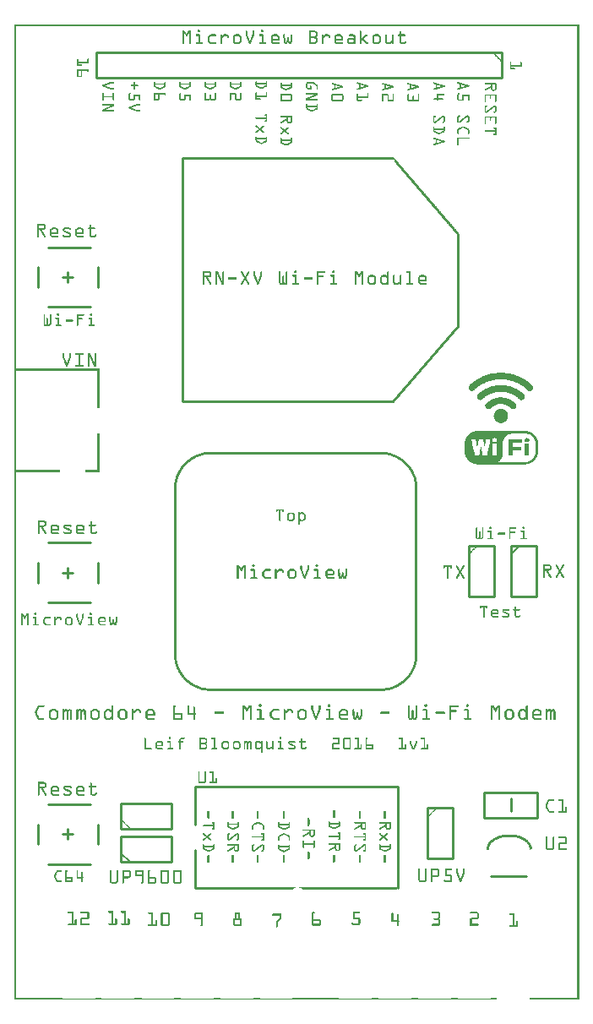
<source format=gto>
G04 MADE WITH FRITZING*
G04 WWW.FRITZING.ORG*
G04 DOUBLE SIDED*
G04 HOLES PLATED*
G04 CONTOUR ON CENTER OF CONTOUR VECTOR*
%ASAXBY*%
%FSLAX23Y23*%
%MOIN*%
%OFA0B0*%
%SFA1.0B1.0*%
%ADD10C,0.010000*%
%ADD11C,0.005000*%
%ADD12R,0.001000X0.001000*%
%LNSILK1*%
G90*
G70*
G54D10*
X1960Y743D02*
X1960Y793D01*
D02*
X2065Y718D02*
X1855Y718D01*
D02*
X1855Y718D02*
X1855Y818D01*
D02*
X1855Y818D02*
X2065Y818D01*
D02*
X2065Y818D02*
X2065Y718D01*
D02*
X1513Y440D02*
X1513Y840D01*
D02*
X1513Y840D02*
X713Y840D01*
D02*
X713Y440D02*
X713Y590D01*
D02*
X713Y690D02*
X713Y840D01*
D02*
X1959Y1791D02*
X1959Y1591D01*
D02*
X1959Y1591D02*
X2059Y1591D01*
D02*
X2059Y1591D02*
X2059Y1791D01*
D02*
X2059Y1791D02*
X1959Y1791D01*
G54D11*
D02*
X1959Y1756D02*
X1994Y1791D01*
G54D10*
D02*
X1632Y756D02*
X1632Y556D01*
D02*
X1632Y556D02*
X1732Y556D01*
D02*
X1732Y556D02*
X1732Y756D01*
D02*
X1732Y756D02*
X1632Y756D01*
D02*
X1793Y1791D02*
X1793Y1591D01*
D02*
X1793Y1591D02*
X1893Y1591D01*
D02*
X1893Y1591D02*
X1893Y1791D01*
D02*
X1893Y1791D02*
X1793Y1791D01*
D02*
X330Y692D02*
X330Y614D01*
D02*
X133Y771D02*
X300Y771D01*
D02*
X133Y535D02*
X300Y535D01*
D02*
X93Y692D02*
X93Y614D01*
D02*
X212Y673D02*
X212Y633D01*
D02*
X231Y653D02*
X192Y653D01*
D02*
X330Y1724D02*
X330Y1645D01*
D02*
X133Y1803D02*
X300Y1803D01*
D02*
X133Y1566D02*
X300Y1566D01*
D02*
X93Y1724D02*
X93Y1645D01*
D02*
X212Y1704D02*
X212Y1665D01*
D02*
X231Y1684D02*
X192Y1684D01*
D02*
X330Y2890D02*
X330Y2811D01*
D02*
X133Y2969D02*
X300Y2969D01*
D02*
X133Y2733D02*
X300Y2733D01*
D02*
X93Y2890D02*
X93Y2811D01*
D02*
X212Y2870D02*
X212Y2831D01*
D02*
X231Y2851D02*
X192Y2851D01*
D02*
X1752Y3021D02*
X1752Y2659D01*
D02*
X1752Y2659D02*
X1495Y2360D01*
D02*
X1495Y2360D02*
X665Y2360D01*
D02*
X665Y2360D02*
X665Y3320D01*
D02*
X665Y3320D02*
X1495Y3320D01*
D02*
X1923Y3738D02*
X323Y3738D01*
D02*
X323Y3738D02*
X323Y3638D01*
D02*
X323Y3638D02*
X1923Y3638D01*
D02*
X1923Y3638D02*
X1923Y3738D01*
D02*
X2022Y488D02*
X1882Y488D01*
D02*
X422Y675D02*
X622Y675D01*
D02*
X622Y675D02*
X622Y775D01*
D02*
X622Y775D02*
X422Y775D01*
D02*
X422Y775D02*
X422Y675D01*
D02*
X422Y544D02*
X622Y544D01*
D02*
X622Y544D02*
X622Y644D01*
D02*
X622Y644D02*
X422Y644D01*
D02*
X422Y644D02*
X422Y544D01*
G54D11*
D02*
X457Y544D02*
X422Y579D01*
G54D12*
X0Y3848D02*
X2229Y3848D01*
X0Y3847D02*
X2229Y3847D01*
X0Y3846D02*
X2229Y3846D01*
X0Y3845D02*
X2229Y3845D01*
X0Y3844D02*
X2229Y3844D01*
X0Y3843D02*
X2229Y3843D01*
X0Y3842D02*
X2229Y3842D01*
X0Y3841D02*
X2229Y3841D01*
X0Y3840D02*
X7Y3840D01*
X2222Y3840D02*
X2229Y3840D01*
X0Y3839D02*
X7Y3839D01*
X2222Y3839D02*
X2229Y3839D01*
X0Y3838D02*
X7Y3838D01*
X2222Y3838D02*
X2229Y3838D01*
X0Y3837D02*
X7Y3837D01*
X2222Y3837D02*
X2229Y3837D01*
X0Y3836D02*
X7Y3836D01*
X2222Y3836D02*
X2229Y3836D01*
X0Y3835D02*
X7Y3835D01*
X2222Y3835D02*
X2229Y3835D01*
X0Y3834D02*
X7Y3834D01*
X2222Y3834D02*
X2229Y3834D01*
X0Y3833D02*
X7Y3833D01*
X2222Y3833D02*
X2229Y3833D01*
X0Y3832D02*
X7Y3832D01*
X2222Y3832D02*
X2229Y3832D01*
X0Y3831D02*
X7Y3831D01*
X2222Y3831D02*
X2229Y3831D01*
X0Y3830D02*
X7Y3830D01*
X2222Y3830D02*
X2229Y3830D01*
X0Y3829D02*
X7Y3829D01*
X2222Y3829D02*
X2229Y3829D01*
X0Y3828D02*
X7Y3828D01*
X2222Y3828D02*
X2229Y3828D01*
X0Y3827D02*
X7Y3827D01*
X2222Y3827D02*
X2229Y3827D01*
X0Y3826D02*
X7Y3826D01*
X725Y3826D02*
X731Y3826D01*
X975Y3826D02*
X981Y3826D01*
X2222Y3826D02*
X2229Y3826D01*
X0Y3825D02*
X7Y3825D01*
X724Y3825D02*
X732Y3825D01*
X974Y3825D02*
X982Y3825D01*
X2222Y3825D02*
X2229Y3825D01*
X0Y3824D02*
X7Y3824D01*
X723Y3824D02*
X733Y3824D01*
X973Y3824D02*
X983Y3824D01*
X2222Y3824D02*
X2229Y3824D01*
X0Y3823D02*
X7Y3823D01*
X663Y3823D02*
X671Y3823D01*
X688Y3823D02*
X697Y3823D01*
X723Y3823D02*
X733Y3823D01*
X914Y3823D02*
X918Y3823D01*
X942Y3823D02*
X945Y3823D01*
X973Y3823D02*
X983Y3823D01*
X1163Y3823D02*
X1187Y3823D01*
X1364Y3823D02*
X1367Y3823D01*
X2222Y3823D02*
X2229Y3823D01*
X0Y3822D02*
X7Y3822D01*
X663Y3822D02*
X672Y3822D01*
X687Y3822D02*
X697Y3822D01*
X723Y3822D02*
X733Y3822D01*
X913Y3822D02*
X918Y3822D01*
X941Y3822D02*
X946Y3822D01*
X973Y3822D02*
X983Y3822D01*
X1163Y3822D02*
X1189Y3822D01*
X1363Y3822D02*
X1368Y3822D01*
X2222Y3822D02*
X2229Y3822D01*
X0Y3821D02*
X7Y3821D01*
X663Y3821D02*
X673Y3821D01*
X687Y3821D02*
X697Y3821D01*
X723Y3821D02*
X733Y3821D01*
X913Y3821D02*
X919Y3821D01*
X941Y3821D02*
X946Y3821D01*
X973Y3821D02*
X983Y3821D01*
X1163Y3821D02*
X1191Y3821D01*
X1363Y3821D02*
X1369Y3821D01*
X2222Y3821D02*
X2229Y3821D01*
X0Y3820D02*
X7Y3820D01*
X663Y3820D02*
X673Y3820D01*
X686Y3820D02*
X697Y3820D01*
X723Y3820D02*
X733Y3820D01*
X913Y3820D02*
X919Y3820D01*
X941Y3820D02*
X947Y3820D01*
X973Y3820D02*
X983Y3820D01*
X1163Y3820D02*
X1192Y3820D01*
X1363Y3820D02*
X1369Y3820D01*
X1521Y3820D02*
X1524Y3820D01*
X2222Y3820D02*
X2229Y3820D01*
X0Y3819D02*
X7Y3819D01*
X663Y3819D02*
X674Y3819D01*
X685Y3819D02*
X697Y3819D01*
X724Y3819D02*
X732Y3819D01*
X913Y3819D02*
X919Y3819D01*
X941Y3819D02*
X947Y3819D01*
X974Y3819D02*
X982Y3819D01*
X1163Y3819D02*
X1193Y3819D01*
X1363Y3819D02*
X1369Y3819D01*
X1520Y3819D02*
X1525Y3819D01*
X2222Y3819D02*
X2229Y3819D01*
X0Y3818D02*
X7Y3818D01*
X663Y3818D02*
X675Y3818D01*
X685Y3818D02*
X697Y3818D01*
X724Y3818D02*
X732Y3818D01*
X913Y3818D02*
X919Y3818D01*
X941Y3818D02*
X947Y3818D01*
X974Y3818D02*
X982Y3818D01*
X1163Y3818D02*
X1194Y3818D01*
X1363Y3818D02*
X1369Y3818D01*
X1520Y3818D02*
X1526Y3818D01*
X2222Y3818D02*
X2229Y3818D01*
X0Y3817D02*
X7Y3817D01*
X663Y3817D02*
X676Y3817D01*
X684Y3817D02*
X697Y3817D01*
X726Y3817D02*
X730Y3817D01*
X913Y3817D02*
X919Y3817D01*
X941Y3817D02*
X947Y3817D01*
X976Y3817D02*
X980Y3817D01*
X1163Y3817D02*
X1194Y3817D01*
X1363Y3817D02*
X1369Y3817D01*
X1520Y3817D02*
X1526Y3817D01*
X2222Y3817D02*
X2229Y3817D01*
X0Y3816D02*
X7Y3816D01*
X663Y3816D02*
X676Y3816D01*
X683Y3816D02*
X697Y3816D01*
X913Y3816D02*
X919Y3816D01*
X941Y3816D02*
X947Y3816D01*
X1163Y3816D02*
X1169Y3816D01*
X1187Y3816D02*
X1195Y3816D01*
X1363Y3816D02*
X1369Y3816D01*
X1520Y3816D02*
X1526Y3816D01*
X2222Y3816D02*
X2229Y3816D01*
X0Y3815D02*
X7Y3815D01*
X663Y3815D02*
X677Y3815D01*
X683Y3815D02*
X697Y3815D01*
X913Y3815D02*
X919Y3815D01*
X941Y3815D02*
X947Y3815D01*
X1163Y3815D02*
X1169Y3815D01*
X1188Y3815D02*
X1195Y3815D01*
X1363Y3815D02*
X1369Y3815D01*
X1520Y3815D02*
X1526Y3815D01*
X2222Y3815D02*
X2229Y3815D01*
X0Y3814D02*
X7Y3814D01*
X663Y3814D02*
X678Y3814D01*
X682Y3814D02*
X697Y3814D01*
X913Y3814D02*
X919Y3814D01*
X941Y3814D02*
X947Y3814D01*
X1163Y3814D02*
X1169Y3814D01*
X1189Y3814D02*
X1196Y3814D01*
X1363Y3814D02*
X1369Y3814D01*
X1520Y3814D02*
X1526Y3814D01*
X2222Y3814D02*
X2229Y3814D01*
X0Y3813D02*
X7Y3813D01*
X663Y3813D02*
X669Y3813D01*
X671Y3813D02*
X678Y3813D01*
X681Y3813D02*
X689Y3813D01*
X691Y3813D02*
X697Y3813D01*
X913Y3813D02*
X919Y3813D01*
X941Y3813D02*
X947Y3813D01*
X1163Y3813D02*
X1169Y3813D01*
X1190Y3813D02*
X1196Y3813D01*
X1363Y3813D02*
X1369Y3813D01*
X1520Y3813D02*
X1526Y3813D01*
X2222Y3813D02*
X2229Y3813D01*
X0Y3812D02*
X7Y3812D01*
X663Y3812D02*
X669Y3812D01*
X671Y3812D02*
X688Y3812D01*
X691Y3812D02*
X697Y3812D01*
X913Y3812D02*
X919Y3812D01*
X941Y3812D02*
X947Y3812D01*
X1163Y3812D02*
X1169Y3812D01*
X1190Y3812D02*
X1196Y3812D01*
X1363Y3812D02*
X1369Y3812D01*
X1520Y3812D02*
X1526Y3812D01*
X2222Y3812D02*
X2229Y3812D01*
X0Y3811D02*
X7Y3811D01*
X663Y3811D02*
X669Y3811D01*
X672Y3811D02*
X687Y3811D01*
X691Y3811D02*
X697Y3811D01*
X913Y3811D02*
X919Y3811D01*
X941Y3811D02*
X947Y3811D01*
X1163Y3811D02*
X1169Y3811D01*
X1190Y3811D02*
X1196Y3811D01*
X1363Y3811D02*
X1369Y3811D01*
X1520Y3811D02*
X1526Y3811D01*
X2222Y3811D02*
X2229Y3811D01*
X0Y3810D02*
X7Y3810D01*
X663Y3810D02*
X669Y3810D01*
X673Y3810D02*
X687Y3810D01*
X691Y3810D02*
X697Y3810D01*
X913Y3810D02*
X919Y3810D01*
X941Y3810D02*
X947Y3810D01*
X1163Y3810D02*
X1169Y3810D01*
X1190Y3810D02*
X1196Y3810D01*
X1363Y3810D02*
X1369Y3810D01*
X1520Y3810D02*
X1526Y3810D01*
X2222Y3810D02*
X2229Y3810D01*
X0Y3809D02*
X7Y3809D01*
X663Y3809D02*
X669Y3809D01*
X674Y3809D02*
X686Y3809D01*
X691Y3809D02*
X697Y3809D01*
X719Y3809D02*
X730Y3809D01*
X778Y3809D02*
X794Y3809D01*
X816Y3809D02*
X816Y3809D01*
X829Y3809D02*
X838Y3809D01*
X874Y3809D02*
X885Y3809D01*
X913Y3809D02*
X919Y3809D01*
X940Y3809D02*
X947Y3809D01*
X969Y3809D02*
X980Y3809D01*
X1024Y3809D02*
X1035Y3809D01*
X1065Y3809D02*
X1065Y3809D01*
X1094Y3809D02*
X1094Y3809D01*
X1163Y3809D02*
X1169Y3809D01*
X1190Y3809D02*
X1196Y3809D01*
X1216Y3809D02*
X1216Y3809D01*
X1229Y3809D02*
X1237Y3809D01*
X1274Y3809D02*
X1285Y3809D01*
X1323Y3809D02*
X1337Y3809D01*
X1363Y3809D02*
X1369Y3809D01*
X1390Y3809D02*
X1390Y3809D01*
X1424Y3809D02*
X1435Y3809D01*
X1466Y3809D02*
X1466Y3809D01*
X1493Y3809D02*
X1493Y3809D01*
X1516Y3809D02*
X1540Y3809D01*
X2222Y3809D02*
X2229Y3809D01*
X0Y3808D02*
X7Y3808D01*
X663Y3808D02*
X669Y3808D01*
X674Y3808D02*
X685Y3808D01*
X691Y3808D02*
X697Y3808D01*
X717Y3808D02*
X732Y3808D01*
X775Y3808D02*
X796Y3808D01*
X814Y3808D02*
X818Y3808D01*
X828Y3808D02*
X841Y3808D01*
X871Y3808D02*
X888Y3808D01*
X913Y3808D02*
X919Y3808D01*
X940Y3808D02*
X947Y3808D01*
X967Y3808D02*
X982Y3808D01*
X1021Y3808D02*
X1038Y3808D01*
X1063Y3808D02*
X1067Y3808D01*
X1092Y3808D02*
X1096Y3808D01*
X1163Y3808D02*
X1169Y3808D01*
X1190Y3808D02*
X1196Y3808D01*
X1214Y3808D02*
X1218Y3808D01*
X1227Y3808D02*
X1241Y3808D01*
X1271Y3808D02*
X1288Y3808D01*
X1321Y3808D02*
X1340Y3808D01*
X1363Y3808D02*
X1369Y3808D01*
X1388Y3808D02*
X1392Y3808D01*
X1421Y3808D02*
X1438Y3808D01*
X1464Y3808D02*
X1468Y3808D01*
X1491Y3808D02*
X1495Y3808D01*
X1514Y3808D02*
X1542Y3808D01*
X2222Y3808D02*
X2229Y3808D01*
X0Y3807D02*
X7Y3807D01*
X663Y3807D02*
X669Y3807D01*
X675Y3807D02*
X685Y3807D01*
X691Y3807D02*
X697Y3807D01*
X717Y3807D02*
X732Y3807D01*
X773Y3807D02*
X796Y3807D01*
X813Y3807D02*
X819Y3807D01*
X826Y3807D02*
X842Y3807D01*
X870Y3807D02*
X890Y3807D01*
X913Y3807D02*
X920Y3807D01*
X940Y3807D02*
X946Y3807D01*
X967Y3807D02*
X982Y3807D01*
X1020Y3807D02*
X1040Y3807D01*
X1063Y3807D02*
X1068Y3807D01*
X1092Y3807D02*
X1097Y3807D01*
X1163Y3807D02*
X1169Y3807D01*
X1190Y3807D02*
X1196Y3807D01*
X1213Y3807D02*
X1219Y3807D01*
X1226Y3807D02*
X1242Y3807D01*
X1270Y3807D02*
X1290Y3807D01*
X1320Y3807D02*
X1341Y3807D01*
X1363Y3807D02*
X1369Y3807D01*
X1387Y3807D02*
X1393Y3807D01*
X1419Y3807D02*
X1440Y3807D01*
X1463Y3807D02*
X1468Y3807D01*
X1491Y3807D02*
X1496Y3807D01*
X1513Y3807D02*
X1542Y3807D01*
X2222Y3807D02*
X2229Y3807D01*
X0Y3806D02*
X7Y3806D01*
X663Y3806D02*
X669Y3806D01*
X676Y3806D02*
X684Y3806D01*
X691Y3806D02*
X697Y3806D01*
X716Y3806D02*
X733Y3806D01*
X772Y3806D02*
X796Y3806D01*
X813Y3806D02*
X819Y3806D01*
X825Y3806D02*
X843Y3806D01*
X868Y3806D02*
X891Y3806D01*
X914Y3806D02*
X920Y3806D01*
X939Y3806D02*
X946Y3806D01*
X966Y3806D02*
X983Y3806D01*
X1018Y3806D02*
X1041Y3806D01*
X1062Y3806D02*
X1068Y3806D01*
X1091Y3806D02*
X1097Y3806D01*
X1163Y3806D02*
X1169Y3806D01*
X1190Y3806D02*
X1196Y3806D01*
X1213Y3806D02*
X1219Y3806D01*
X1225Y3806D02*
X1243Y3806D01*
X1268Y3806D02*
X1291Y3806D01*
X1320Y3806D02*
X1342Y3806D01*
X1363Y3806D02*
X1369Y3806D01*
X1385Y3806D02*
X1393Y3806D01*
X1418Y3806D02*
X1441Y3806D01*
X1463Y3806D02*
X1469Y3806D01*
X1490Y3806D02*
X1496Y3806D01*
X1513Y3806D02*
X1543Y3806D01*
X2222Y3806D02*
X2229Y3806D01*
X0Y3805D02*
X7Y3805D01*
X663Y3805D02*
X669Y3805D01*
X676Y3805D02*
X683Y3805D01*
X691Y3805D02*
X697Y3805D01*
X717Y3805D02*
X733Y3805D01*
X770Y3805D02*
X796Y3805D01*
X813Y3805D02*
X819Y3805D01*
X824Y3805D02*
X844Y3805D01*
X867Y3805D02*
X892Y3805D01*
X914Y3805D02*
X921Y3805D01*
X939Y3805D02*
X945Y3805D01*
X966Y3805D02*
X983Y3805D01*
X1017Y3805D02*
X1042Y3805D01*
X1062Y3805D02*
X1068Y3805D01*
X1091Y3805D02*
X1097Y3805D01*
X1163Y3805D02*
X1169Y3805D01*
X1190Y3805D02*
X1196Y3805D01*
X1213Y3805D02*
X1219Y3805D01*
X1224Y3805D02*
X1244Y3805D01*
X1267Y3805D02*
X1292Y3805D01*
X1320Y3805D02*
X1343Y3805D01*
X1363Y3805D02*
X1369Y3805D01*
X1384Y3805D02*
X1393Y3805D01*
X1417Y3805D02*
X1442Y3805D01*
X1463Y3805D02*
X1469Y3805D01*
X1490Y3805D02*
X1496Y3805D01*
X1513Y3805D02*
X1543Y3805D01*
X2222Y3805D02*
X2229Y3805D01*
X0Y3804D02*
X7Y3804D01*
X663Y3804D02*
X669Y3804D01*
X677Y3804D02*
X683Y3804D01*
X691Y3804D02*
X697Y3804D01*
X717Y3804D02*
X733Y3804D01*
X769Y3804D02*
X796Y3804D01*
X813Y3804D02*
X819Y3804D01*
X823Y3804D02*
X845Y3804D01*
X866Y3804D02*
X893Y3804D01*
X914Y3804D02*
X921Y3804D01*
X938Y3804D02*
X945Y3804D01*
X967Y3804D02*
X983Y3804D01*
X1016Y3804D02*
X1043Y3804D01*
X1062Y3804D02*
X1068Y3804D01*
X1091Y3804D02*
X1097Y3804D01*
X1163Y3804D02*
X1169Y3804D01*
X1190Y3804D02*
X1196Y3804D01*
X1213Y3804D02*
X1219Y3804D01*
X1223Y3804D02*
X1245Y3804D01*
X1266Y3804D02*
X1293Y3804D01*
X1320Y3804D02*
X1344Y3804D01*
X1363Y3804D02*
X1369Y3804D01*
X1383Y3804D02*
X1392Y3804D01*
X1416Y3804D02*
X1443Y3804D01*
X1463Y3804D02*
X1469Y3804D01*
X1490Y3804D02*
X1496Y3804D01*
X1513Y3804D02*
X1542Y3804D01*
X2222Y3804D02*
X2229Y3804D01*
X0Y3803D02*
X7Y3803D01*
X663Y3803D02*
X669Y3803D01*
X677Y3803D02*
X683Y3803D01*
X691Y3803D02*
X697Y3803D01*
X718Y3803D02*
X733Y3803D01*
X768Y3803D02*
X795Y3803D01*
X813Y3803D02*
X819Y3803D01*
X822Y3803D02*
X846Y3803D01*
X865Y3803D02*
X894Y3803D01*
X915Y3803D02*
X921Y3803D01*
X938Y3803D02*
X945Y3803D01*
X968Y3803D02*
X983Y3803D01*
X1015Y3803D02*
X1044Y3803D01*
X1062Y3803D02*
X1068Y3803D01*
X1091Y3803D02*
X1097Y3803D01*
X1163Y3803D02*
X1169Y3803D01*
X1189Y3803D02*
X1196Y3803D01*
X1213Y3803D02*
X1219Y3803D01*
X1222Y3803D02*
X1245Y3803D01*
X1265Y3803D02*
X1294Y3803D01*
X1321Y3803D02*
X1345Y3803D01*
X1363Y3803D02*
X1369Y3803D01*
X1382Y3803D02*
X1392Y3803D01*
X1415Y3803D02*
X1444Y3803D01*
X1463Y3803D02*
X1469Y3803D01*
X1490Y3803D02*
X1496Y3803D01*
X1514Y3803D02*
X1542Y3803D01*
X2222Y3803D02*
X2229Y3803D01*
X0Y3802D02*
X7Y3802D01*
X663Y3802D02*
X669Y3802D01*
X677Y3802D02*
X683Y3802D01*
X691Y3802D02*
X697Y3802D01*
X727Y3802D02*
X733Y3802D01*
X767Y3802D02*
X778Y3802D01*
X813Y3802D02*
X819Y3802D01*
X821Y3802D02*
X831Y3802D01*
X838Y3802D02*
X846Y3802D01*
X865Y3802D02*
X874Y3802D01*
X885Y3802D02*
X895Y3802D01*
X915Y3802D02*
X922Y3802D01*
X938Y3802D02*
X944Y3802D01*
X976Y3802D02*
X983Y3802D01*
X1015Y3802D02*
X1024Y3802D01*
X1035Y3802D02*
X1045Y3802D01*
X1062Y3802D02*
X1068Y3802D01*
X1091Y3802D02*
X1097Y3802D01*
X1163Y3802D02*
X1169Y3802D01*
X1188Y3802D02*
X1195Y3802D01*
X1213Y3802D02*
X1230Y3802D01*
X1238Y3802D02*
X1246Y3802D01*
X1265Y3802D02*
X1274Y3802D01*
X1285Y3802D02*
X1295Y3802D01*
X1337Y3802D02*
X1345Y3802D01*
X1363Y3802D02*
X1369Y3802D01*
X1381Y3802D02*
X1391Y3802D01*
X1414Y3802D02*
X1424Y3802D01*
X1435Y3802D02*
X1445Y3802D01*
X1463Y3802D02*
X1469Y3802D01*
X1490Y3802D02*
X1496Y3802D01*
X1519Y3802D02*
X1526Y3802D01*
X2222Y3802D02*
X2229Y3802D01*
X0Y3801D02*
X7Y3801D01*
X663Y3801D02*
X669Y3801D01*
X677Y3801D02*
X682Y3801D01*
X691Y3801D02*
X697Y3801D01*
X727Y3801D02*
X733Y3801D01*
X766Y3801D02*
X776Y3801D01*
X813Y3801D02*
X829Y3801D01*
X840Y3801D02*
X846Y3801D01*
X864Y3801D02*
X872Y3801D01*
X887Y3801D02*
X896Y3801D01*
X916Y3801D02*
X922Y3801D01*
X937Y3801D02*
X944Y3801D01*
X977Y3801D02*
X983Y3801D01*
X1014Y3801D02*
X1022Y3801D01*
X1037Y3801D02*
X1045Y3801D01*
X1062Y3801D02*
X1068Y3801D01*
X1091Y3801D02*
X1097Y3801D01*
X1163Y3801D02*
X1169Y3801D01*
X1186Y3801D02*
X1195Y3801D01*
X1213Y3801D02*
X1229Y3801D01*
X1239Y3801D02*
X1246Y3801D01*
X1264Y3801D02*
X1272Y3801D01*
X1287Y3801D02*
X1295Y3801D01*
X1339Y3801D02*
X1345Y3801D01*
X1363Y3801D02*
X1369Y3801D01*
X1380Y3801D02*
X1389Y3801D01*
X1414Y3801D02*
X1422Y3801D01*
X1437Y3801D02*
X1445Y3801D01*
X1463Y3801D02*
X1469Y3801D01*
X1490Y3801D02*
X1496Y3801D01*
X1520Y3801D02*
X1526Y3801D01*
X2222Y3801D02*
X2229Y3801D01*
X0Y3800D02*
X7Y3800D01*
X663Y3800D02*
X669Y3800D01*
X678Y3800D02*
X681Y3800D01*
X691Y3800D02*
X697Y3800D01*
X727Y3800D02*
X733Y3800D01*
X765Y3800D02*
X775Y3800D01*
X813Y3800D02*
X828Y3800D01*
X840Y3800D02*
X846Y3800D01*
X864Y3800D02*
X871Y3800D01*
X889Y3800D02*
X896Y3800D01*
X916Y3800D02*
X923Y3800D01*
X937Y3800D02*
X943Y3800D01*
X977Y3800D02*
X983Y3800D01*
X1014Y3800D02*
X1021Y3800D01*
X1039Y3800D02*
X1046Y3800D01*
X1062Y3800D02*
X1068Y3800D01*
X1091Y3800D02*
X1097Y3800D01*
X1163Y3800D02*
X1194Y3800D01*
X1213Y3800D02*
X1228Y3800D01*
X1240Y3800D02*
X1246Y3800D01*
X1264Y3800D02*
X1271Y3800D01*
X1289Y3800D02*
X1296Y3800D01*
X1339Y3800D02*
X1345Y3800D01*
X1363Y3800D02*
X1369Y3800D01*
X1378Y3800D02*
X1388Y3800D01*
X1414Y3800D02*
X1421Y3800D01*
X1438Y3800D02*
X1446Y3800D01*
X1463Y3800D02*
X1469Y3800D01*
X1490Y3800D02*
X1496Y3800D01*
X1520Y3800D02*
X1526Y3800D01*
X2222Y3800D02*
X2229Y3800D01*
X0Y3799D02*
X7Y3799D01*
X663Y3799D02*
X669Y3799D01*
X691Y3799D02*
X697Y3799D01*
X727Y3799D02*
X733Y3799D01*
X765Y3799D02*
X774Y3799D01*
X813Y3799D02*
X827Y3799D01*
X840Y3799D02*
X847Y3799D01*
X863Y3799D02*
X870Y3799D01*
X889Y3799D02*
X896Y3799D01*
X916Y3799D02*
X923Y3799D01*
X937Y3799D02*
X943Y3799D01*
X977Y3799D02*
X983Y3799D01*
X1013Y3799D02*
X1020Y3799D01*
X1039Y3799D02*
X1046Y3799D01*
X1062Y3799D02*
X1068Y3799D01*
X1091Y3799D02*
X1097Y3799D01*
X1163Y3799D02*
X1194Y3799D01*
X1213Y3799D02*
X1227Y3799D01*
X1240Y3799D02*
X1246Y3799D01*
X1263Y3799D02*
X1270Y3799D01*
X1289Y3799D02*
X1296Y3799D01*
X1339Y3799D02*
X1346Y3799D01*
X1363Y3799D02*
X1369Y3799D01*
X1377Y3799D02*
X1387Y3799D01*
X1413Y3799D02*
X1420Y3799D01*
X1439Y3799D02*
X1446Y3799D01*
X1463Y3799D02*
X1469Y3799D01*
X1490Y3799D02*
X1496Y3799D01*
X1520Y3799D02*
X1526Y3799D01*
X2222Y3799D02*
X2229Y3799D01*
X0Y3798D02*
X7Y3798D01*
X663Y3798D02*
X669Y3798D01*
X691Y3798D02*
X697Y3798D01*
X727Y3798D02*
X733Y3798D01*
X764Y3798D02*
X772Y3798D01*
X813Y3798D02*
X826Y3798D01*
X841Y3798D02*
X847Y3798D01*
X863Y3798D02*
X869Y3798D01*
X890Y3798D02*
X896Y3798D01*
X917Y3798D02*
X923Y3798D01*
X936Y3798D02*
X943Y3798D01*
X977Y3798D02*
X983Y3798D01*
X1013Y3798D02*
X1019Y3798D01*
X1040Y3798D02*
X1046Y3798D01*
X1062Y3798D02*
X1068Y3798D01*
X1091Y3798D02*
X1097Y3798D01*
X1163Y3798D02*
X1193Y3798D01*
X1213Y3798D02*
X1226Y3798D01*
X1240Y3798D02*
X1246Y3798D01*
X1263Y3798D02*
X1269Y3798D01*
X1290Y3798D02*
X1296Y3798D01*
X1339Y3798D02*
X1346Y3798D01*
X1363Y3798D02*
X1369Y3798D01*
X1376Y3798D02*
X1386Y3798D01*
X1413Y3798D02*
X1419Y3798D01*
X1440Y3798D02*
X1446Y3798D01*
X1463Y3798D02*
X1469Y3798D01*
X1490Y3798D02*
X1496Y3798D01*
X1520Y3798D02*
X1526Y3798D01*
X2222Y3798D02*
X2229Y3798D01*
X0Y3797D02*
X7Y3797D01*
X663Y3797D02*
X669Y3797D01*
X691Y3797D02*
X697Y3797D01*
X727Y3797D02*
X733Y3797D01*
X764Y3797D02*
X771Y3797D01*
X813Y3797D02*
X825Y3797D01*
X841Y3797D02*
X847Y3797D01*
X863Y3797D02*
X869Y3797D01*
X890Y3797D02*
X897Y3797D01*
X917Y3797D02*
X924Y3797D01*
X936Y3797D02*
X942Y3797D01*
X977Y3797D02*
X983Y3797D01*
X1013Y3797D02*
X1019Y3797D01*
X1040Y3797D02*
X1046Y3797D01*
X1062Y3797D02*
X1068Y3797D01*
X1079Y3797D02*
X1081Y3797D01*
X1091Y3797D02*
X1097Y3797D01*
X1163Y3797D02*
X1192Y3797D01*
X1213Y3797D02*
X1224Y3797D01*
X1240Y3797D02*
X1246Y3797D01*
X1263Y3797D02*
X1269Y3797D01*
X1290Y3797D02*
X1296Y3797D01*
X1340Y3797D02*
X1346Y3797D01*
X1363Y3797D02*
X1369Y3797D01*
X1375Y3797D02*
X1385Y3797D01*
X1413Y3797D02*
X1419Y3797D01*
X1440Y3797D02*
X1446Y3797D01*
X1463Y3797D02*
X1469Y3797D01*
X1490Y3797D02*
X1496Y3797D01*
X1520Y3797D02*
X1526Y3797D01*
X2222Y3797D02*
X2229Y3797D01*
X0Y3796D02*
X7Y3796D01*
X663Y3796D02*
X669Y3796D01*
X691Y3796D02*
X697Y3796D01*
X727Y3796D02*
X733Y3796D01*
X763Y3796D02*
X770Y3796D01*
X813Y3796D02*
X823Y3796D01*
X841Y3796D02*
X846Y3796D01*
X863Y3796D02*
X869Y3796D01*
X891Y3796D02*
X897Y3796D01*
X918Y3796D02*
X924Y3796D01*
X935Y3796D02*
X942Y3796D01*
X977Y3796D02*
X983Y3796D01*
X1013Y3796D02*
X1019Y3796D01*
X1040Y3796D02*
X1047Y3796D01*
X1062Y3796D02*
X1068Y3796D01*
X1078Y3796D02*
X1082Y3796D01*
X1091Y3796D02*
X1097Y3796D01*
X1163Y3796D02*
X1192Y3796D01*
X1213Y3796D02*
X1223Y3796D01*
X1241Y3796D02*
X1246Y3796D01*
X1263Y3796D02*
X1269Y3796D01*
X1290Y3796D02*
X1296Y3796D01*
X1340Y3796D02*
X1346Y3796D01*
X1363Y3796D02*
X1369Y3796D01*
X1374Y3796D02*
X1384Y3796D01*
X1413Y3796D02*
X1419Y3796D01*
X1440Y3796D02*
X1446Y3796D01*
X1463Y3796D02*
X1469Y3796D01*
X1490Y3796D02*
X1496Y3796D01*
X1520Y3796D02*
X1526Y3796D01*
X2222Y3796D02*
X2229Y3796D01*
X0Y3795D02*
X7Y3795D01*
X663Y3795D02*
X669Y3795D01*
X691Y3795D02*
X697Y3795D01*
X727Y3795D02*
X733Y3795D01*
X763Y3795D02*
X769Y3795D01*
X813Y3795D02*
X822Y3795D01*
X841Y3795D02*
X846Y3795D01*
X863Y3795D02*
X869Y3795D01*
X891Y3795D02*
X897Y3795D01*
X918Y3795D02*
X925Y3795D01*
X935Y3795D02*
X942Y3795D01*
X977Y3795D02*
X983Y3795D01*
X1013Y3795D02*
X1019Y3795D01*
X1040Y3795D02*
X1047Y3795D01*
X1063Y3795D02*
X1069Y3795D01*
X1077Y3795D02*
X1082Y3795D01*
X1091Y3795D02*
X1097Y3795D01*
X1163Y3795D02*
X1193Y3795D01*
X1213Y3795D02*
X1222Y3795D01*
X1241Y3795D02*
X1246Y3795D01*
X1263Y3795D02*
X1269Y3795D01*
X1290Y3795D02*
X1296Y3795D01*
X1340Y3795D02*
X1346Y3795D01*
X1363Y3795D02*
X1369Y3795D01*
X1373Y3795D02*
X1382Y3795D01*
X1413Y3795D02*
X1419Y3795D01*
X1440Y3795D02*
X1446Y3795D01*
X1463Y3795D02*
X1469Y3795D01*
X1490Y3795D02*
X1496Y3795D01*
X1520Y3795D02*
X1526Y3795D01*
X2222Y3795D02*
X2229Y3795D01*
X0Y3794D02*
X7Y3794D01*
X663Y3794D02*
X669Y3794D01*
X691Y3794D02*
X697Y3794D01*
X727Y3794D02*
X733Y3794D01*
X763Y3794D02*
X769Y3794D01*
X813Y3794D02*
X821Y3794D01*
X842Y3794D02*
X845Y3794D01*
X863Y3794D02*
X869Y3794D01*
X891Y3794D02*
X897Y3794D01*
X918Y3794D02*
X925Y3794D01*
X935Y3794D02*
X941Y3794D01*
X977Y3794D02*
X983Y3794D01*
X1013Y3794D02*
X1019Y3794D01*
X1040Y3794D02*
X1047Y3794D01*
X1063Y3794D02*
X1069Y3794D01*
X1077Y3794D02*
X1083Y3794D01*
X1091Y3794D02*
X1097Y3794D01*
X1163Y3794D02*
X1194Y3794D01*
X1213Y3794D02*
X1221Y3794D01*
X1242Y3794D02*
X1245Y3794D01*
X1263Y3794D02*
X1269Y3794D01*
X1290Y3794D02*
X1296Y3794D01*
X1320Y3794D02*
X1346Y3794D01*
X1363Y3794D02*
X1369Y3794D01*
X1371Y3794D02*
X1381Y3794D01*
X1413Y3794D02*
X1419Y3794D01*
X1440Y3794D02*
X1446Y3794D01*
X1463Y3794D02*
X1469Y3794D01*
X1490Y3794D02*
X1496Y3794D01*
X1520Y3794D02*
X1526Y3794D01*
X2222Y3794D02*
X2229Y3794D01*
X0Y3793D02*
X7Y3793D01*
X663Y3793D02*
X669Y3793D01*
X691Y3793D02*
X697Y3793D01*
X727Y3793D02*
X733Y3793D01*
X763Y3793D02*
X769Y3793D01*
X813Y3793D02*
X820Y3793D01*
X863Y3793D02*
X869Y3793D01*
X891Y3793D02*
X897Y3793D01*
X919Y3793D02*
X925Y3793D01*
X934Y3793D02*
X941Y3793D01*
X977Y3793D02*
X983Y3793D01*
X1013Y3793D02*
X1019Y3793D01*
X1040Y3793D02*
X1047Y3793D01*
X1063Y3793D02*
X1069Y3793D01*
X1077Y3793D02*
X1083Y3793D01*
X1091Y3793D02*
X1097Y3793D01*
X1163Y3793D02*
X1169Y3793D01*
X1185Y3793D02*
X1195Y3793D01*
X1213Y3793D02*
X1220Y3793D01*
X1263Y3793D02*
X1269Y3793D01*
X1290Y3793D02*
X1296Y3793D01*
X1318Y3793D02*
X1346Y3793D01*
X1363Y3793D02*
X1380Y3793D01*
X1413Y3793D02*
X1419Y3793D01*
X1440Y3793D02*
X1446Y3793D01*
X1463Y3793D02*
X1469Y3793D01*
X1490Y3793D02*
X1496Y3793D01*
X1520Y3793D02*
X1526Y3793D01*
X2222Y3793D02*
X2229Y3793D01*
X0Y3792D02*
X7Y3792D01*
X663Y3792D02*
X669Y3792D01*
X691Y3792D02*
X697Y3792D01*
X727Y3792D02*
X733Y3792D01*
X763Y3792D02*
X769Y3792D01*
X813Y3792D02*
X819Y3792D01*
X863Y3792D02*
X869Y3792D01*
X891Y3792D02*
X897Y3792D01*
X919Y3792D02*
X926Y3792D01*
X934Y3792D02*
X940Y3792D01*
X977Y3792D02*
X983Y3792D01*
X1013Y3792D02*
X1019Y3792D01*
X1040Y3792D02*
X1047Y3792D01*
X1063Y3792D02*
X1069Y3792D01*
X1077Y3792D02*
X1083Y3792D01*
X1091Y3792D02*
X1097Y3792D01*
X1163Y3792D02*
X1169Y3792D01*
X1187Y3792D02*
X1195Y3792D01*
X1213Y3792D02*
X1219Y3792D01*
X1263Y3792D02*
X1269Y3792D01*
X1290Y3792D02*
X1296Y3792D01*
X1317Y3792D02*
X1346Y3792D01*
X1363Y3792D02*
X1379Y3792D01*
X1413Y3792D02*
X1419Y3792D01*
X1440Y3792D02*
X1446Y3792D01*
X1463Y3792D02*
X1469Y3792D01*
X1490Y3792D02*
X1496Y3792D01*
X1520Y3792D02*
X1526Y3792D01*
X2222Y3792D02*
X2229Y3792D01*
X0Y3791D02*
X7Y3791D01*
X663Y3791D02*
X669Y3791D01*
X691Y3791D02*
X697Y3791D01*
X727Y3791D02*
X733Y3791D01*
X763Y3791D02*
X769Y3791D01*
X813Y3791D02*
X819Y3791D01*
X863Y3791D02*
X869Y3791D01*
X891Y3791D02*
X897Y3791D01*
X919Y3791D02*
X926Y3791D01*
X933Y3791D02*
X940Y3791D01*
X977Y3791D02*
X983Y3791D01*
X1013Y3791D02*
X1047Y3791D01*
X1063Y3791D02*
X1069Y3791D01*
X1077Y3791D02*
X1083Y3791D01*
X1091Y3791D02*
X1097Y3791D01*
X1163Y3791D02*
X1169Y3791D01*
X1189Y3791D02*
X1196Y3791D01*
X1213Y3791D02*
X1219Y3791D01*
X1263Y3791D02*
X1296Y3791D01*
X1316Y3791D02*
X1346Y3791D01*
X1363Y3791D02*
X1378Y3791D01*
X1413Y3791D02*
X1419Y3791D01*
X1440Y3791D02*
X1446Y3791D01*
X1463Y3791D02*
X1469Y3791D01*
X1490Y3791D02*
X1496Y3791D01*
X1520Y3791D02*
X1526Y3791D01*
X2222Y3791D02*
X2229Y3791D01*
X0Y3790D02*
X7Y3790D01*
X663Y3790D02*
X669Y3790D01*
X691Y3790D02*
X697Y3790D01*
X727Y3790D02*
X733Y3790D01*
X763Y3790D02*
X769Y3790D01*
X813Y3790D02*
X819Y3790D01*
X863Y3790D02*
X869Y3790D01*
X891Y3790D02*
X897Y3790D01*
X920Y3790D02*
X926Y3790D01*
X933Y3790D02*
X940Y3790D01*
X977Y3790D02*
X983Y3790D01*
X1013Y3790D02*
X1047Y3790D01*
X1063Y3790D02*
X1069Y3790D01*
X1077Y3790D02*
X1083Y3790D01*
X1091Y3790D02*
X1097Y3790D01*
X1163Y3790D02*
X1169Y3790D01*
X1189Y3790D02*
X1196Y3790D01*
X1213Y3790D02*
X1219Y3790D01*
X1263Y3790D02*
X1296Y3790D01*
X1315Y3790D02*
X1346Y3790D01*
X1363Y3790D02*
X1379Y3790D01*
X1413Y3790D02*
X1419Y3790D01*
X1440Y3790D02*
X1446Y3790D01*
X1463Y3790D02*
X1469Y3790D01*
X1490Y3790D02*
X1496Y3790D01*
X1520Y3790D02*
X1526Y3790D01*
X2222Y3790D02*
X2229Y3790D01*
X0Y3789D02*
X7Y3789D01*
X663Y3789D02*
X669Y3789D01*
X691Y3789D02*
X697Y3789D01*
X727Y3789D02*
X733Y3789D01*
X763Y3789D02*
X769Y3789D01*
X813Y3789D02*
X819Y3789D01*
X863Y3789D02*
X869Y3789D01*
X891Y3789D02*
X897Y3789D01*
X920Y3789D02*
X927Y3789D01*
X933Y3789D02*
X939Y3789D01*
X977Y3789D02*
X983Y3789D01*
X1013Y3789D02*
X1047Y3789D01*
X1063Y3789D02*
X1069Y3789D01*
X1077Y3789D02*
X1083Y3789D01*
X1091Y3789D02*
X1097Y3789D01*
X1163Y3789D02*
X1169Y3789D01*
X1190Y3789D02*
X1196Y3789D01*
X1213Y3789D02*
X1219Y3789D01*
X1263Y3789D02*
X1296Y3789D01*
X1314Y3789D02*
X1346Y3789D01*
X1363Y3789D02*
X1380Y3789D01*
X1413Y3789D02*
X1419Y3789D01*
X1440Y3789D02*
X1446Y3789D01*
X1463Y3789D02*
X1469Y3789D01*
X1490Y3789D02*
X1496Y3789D01*
X1520Y3789D02*
X1526Y3789D01*
X2222Y3789D02*
X2229Y3789D01*
X0Y3788D02*
X7Y3788D01*
X663Y3788D02*
X669Y3788D01*
X691Y3788D02*
X697Y3788D01*
X727Y3788D02*
X733Y3788D01*
X763Y3788D02*
X769Y3788D01*
X813Y3788D02*
X819Y3788D01*
X863Y3788D02*
X869Y3788D01*
X891Y3788D02*
X897Y3788D01*
X921Y3788D02*
X927Y3788D01*
X932Y3788D02*
X939Y3788D01*
X977Y3788D02*
X983Y3788D01*
X1013Y3788D02*
X1046Y3788D01*
X1063Y3788D02*
X1069Y3788D01*
X1077Y3788D02*
X1083Y3788D01*
X1091Y3788D02*
X1097Y3788D01*
X1163Y3788D02*
X1169Y3788D01*
X1190Y3788D02*
X1196Y3788D01*
X1213Y3788D02*
X1219Y3788D01*
X1263Y3788D02*
X1296Y3788D01*
X1314Y3788D02*
X1346Y3788D01*
X1363Y3788D02*
X1381Y3788D01*
X1413Y3788D02*
X1419Y3788D01*
X1440Y3788D02*
X1446Y3788D01*
X1463Y3788D02*
X1469Y3788D01*
X1490Y3788D02*
X1496Y3788D01*
X1520Y3788D02*
X1526Y3788D01*
X2222Y3788D02*
X2229Y3788D01*
X0Y3787D02*
X7Y3787D01*
X663Y3787D02*
X669Y3787D01*
X691Y3787D02*
X697Y3787D01*
X727Y3787D02*
X733Y3787D01*
X763Y3787D02*
X769Y3787D01*
X813Y3787D02*
X819Y3787D01*
X863Y3787D02*
X869Y3787D01*
X891Y3787D02*
X897Y3787D01*
X921Y3787D02*
X928Y3787D01*
X932Y3787D02*
X938Y3787D01*
X977Y3787D02*
X983Y3787D01*
X1013Y3787D02*
X1046Y3787D01*
X1063Y3787D02*
X1069Y3787D01*
X1077Y3787D02*
X1083Y3787D01*
X1091Y3787D02*
X1097Y3787D01*
X1163Y3787D02*
X1169Y3787D01*
X1190Y3787D02*
X1196Y3787D01*
X1213Y3787D02*
X1219Y3787D01*
X1263Y3787D02*
X1296Y3787D01*
X1313Y3787D02*
X1321Y3787D01*
X1338Y3787D02*
X1346Y3787D01*
X1363Y3787D02*
X1382Y3787D01*
X1413Y3787D02*
X1419Y3787D01*
X1440Y3787D02*
X1446Y3787D01*
X1463Y3787D02*
X1469Y3787D01*
X1490Y3787D02*
X1496Y3787D01*
X1520Y3787D02*
X1526Y3787D01*
X2222Y3787D02*
X2229Y3787D01*
X0Y3786D02*
X7Y3786D01*
X663Y3786D02*
X669Y3786D01*
X691Y3786D02*
X697Y3786D01*
X727Y3786D02*
X733Y3786D01*
X763Y3786D02*
X769Y3786D01*
X813Y3786D02*
X819Y3786D01*
X863Y3786D02*
X869Y3786D01*
X891Y3786D02*
X897Y3786D01*
X921Y3786D02*
X928Y3786D01*
X931Y3786D02*
X938Y3786D01*
X977Y3786D02*
X983Y3786D01*
X1013Y3786D02*
X1046Y3786D01*
X1063Y3786D02*
X1069Y3786D01*
X1077Y3786D02*
X1083Y3786D01*
X1090Y3786D02*
X1096Y3786D01*
X1163Y3786D02*
X1169Y3786D01*
X1190Y3786D02*
X1196Y3786D01*
X1213Y3786D02*
X1219Y3786D01*
X1263Y3786D02*
X1296Y3786D01*
X1313Y3786D02*
X1320Y3786D01*
X1339Y3786D02*
X1346Y3786D01*
X1363Y3786D02*
X1383Y3786D01*
X1413Y3786D02*
X1419Y3786D01*
X1440Y3786D02*
X1446Y3786D01*
X1463Y3786D02*
X1469Y3786D01*
X1490Y3786D02*
X1496Y3786D01*
X1520Y3786D02*
X1526Y3786D01*
X2222Y3786D02*
X2229Y3786D01*
X0Y3785D02*
X7Y3785D01*
X663Y3785D02*
X669Y3785D01*
X691Y3785D02*
X697Y3785D01*
X727Y3785D02*
X733Y3785D01*
X763Y3785D02*
X769Y3785D01*
X813Y3785D02*
X819Y3785D01*
X863Y3785D02*
X869Y3785D01*
X891Y3785D02*
X897Y3785D01*
X922Y3785D02*
X928Y3785D01*
X931Y3785D02*
X938Y3785D01*
X977Y3785D02*
X983Y3785D01*
X1013Y3785D02*
X1045Y3785D01*
X1063Y3785D02*
X1069Y3785D01*
X1076Y3785D02*
X1083Y3785D01*
X1090Y3785D02*
X1096Y3785D01*
X1163Y3785D02*
X1169Y3785D01*
X1190Y3785D02*
X1196Y3785D01*
X1213Y3785D02*
X1219Y3785D01*
X1263Y3785D02*
X1295Y3785D01*
X1313Y3785D02*
X1319Y3785D01*
X1340Y3785D02*
X1346Y3785D01*
X1363Y3785D02*
X1371Y3785D01*
X1375Y3785D02*
X1384Y3785D01*
X1413Y3785D02*
X1419Y3785D01*
X1440Y3785D02*
X1446Y3785D01*
X1463Y3785D02*
X1469Y3785D01*
X1490Y3785D02*
X1496Y3785D01*
X1520Y3785D02*
X1526Y3785D01*
X2222Y3785D02*
X2229Y3785D01*
X0Y3784D02*
X7Y3784D01*
X663Y3784D02*
X669Y3784D01*
X691Y3784D02*
X697Y3784D01*
X727Y3784D02*
X733Y3784D01*
X763Y3784D02*
X769Y3784D01*
X813Y3784D02*
X819Y3784D01*
X863Y3784D02*
X869Y3784D01*
X891Y3784D02*
X897Y3784D01*
X922Y3784D02*
X929Y3784D01*
X931Y3784D02*
X937Y3784D01*
X977Y3784D02*
X983Y3784D01*
X1013Y3784D02*
X1019Y3784D01*
X1063Y3784D02*
X1069Y3784D01*
X1076Y3784D02*
X1084Y3784D01*
X1090Y3784D02*
X1096Y3784D01*
X1163Y3784D02*
X1169Y3784D01*
X1190Y3784D02*
X1196Y3784D01*
X1213Y3784D02*
X1219Y3784D01*
X1263Y3784D02*
X1269Y3784D01*
X1313Y3784D02*
X1319Y3784D01*
X1340Y3784D02*
X1346Y3784D01*
X1363Y3784D02*
X1370Y3784D01*
X1376Y3784D02*
X1386Y3784D01*
X1413Y3784D02*
X1419Y3784D01*
X1440Y3784D02*
X1446Y3784D01*
X1463Y3784D02*
X1470Y3784D01*
X1490Y3784D02*
X1496Y3784D01*
X1520Y3784D02*
X1526Y3784D01*
X2222Y3784D02*
X2229Y3784D01*
X0Y3783D02*
X7Y3783D01*
X663Y3783D02*
X669Y3783D01*
X691Y3783D02*
X697Y3783D01*
X727Y3783D02*
X733Y3783D01*
X763Y3783D02*
X770Y3783D01*
X813Y3783D02*
X819Y3783D01*
X863Y3783D02*
X869Y3783D01*
X891Y3783D02*
X897Y3783D01*
X923Y3783D02*
X937Y3783D01*
X977Y3783D02*
X983Y3783D01*
X1013Y3783D02*
X1019Y3783D01*
X1063Y3783D02*
X1070Y3783D01*
X1075Y3783D02*
X1084Y3783D01*
X1090Y3783D02*
X1096Y3783D01*
X1163Y3783D02*
X1169Y3783D01*
X1190Y3783D02*
X1196Y3783D01*
X1213Y3783D02*
X1219Y3783D01*
X1263Y3783D02*
X1269Y3783D01*
X1313Y3783D02*
X1319Y3783D01*
X1340Y3783D02*
X1346Y3783D01*
X1363Y3783D02*
X1369Y3783D01*
X1377Y3783D02*
X1387Y3783D01*
X1413Y3783D02*
X1419Y3783D01*
X1440Y3783D02*
X1446Y3783D01*
X1464Y3783D02*
X1470Y3783D01*
X1489Y3783D02*
X1496Y3783D01*
X1520Y3783D02*
X1526Y3783D01*
X2222Y3783D02*
X2229Y3783D01*
X0Y3782D02*
X7Y3782D01*
X663Y3782D02*
X669Y3782D01*
X691Y3782D02*
X697Y3782D01*
X727Y3782D02*
X733Y3782D01*
X764Y3782D02*
X771Y3782D01*
X813Y3782D02*
X819Y3782D01*
X863Y3782D02*
X869Y3782D01*
X890Y3782D02*
X897Y3782D01*
X923Y3782D02*
X936Y3782D01*
X977Y3782D02*
X983Y3782D01*
X1013Y3782D02*
X1019Y3782D01*
X1064Y3782D02*
X1070Y3782D01*
X1074Y3782D02*
X1085Y3782D01*
X1089Y3782D02*
X1096Y3782D01*
X1163Y3782D02*
X1169Y3782D01*
X1190Y3782D02*
X1196Y3782D01*
X1213Y3782D02*
X1219Y3782D01*
X1263Y3782D02*
X1269Y3782D01*
X1313Y3782D02*
X1319Y3782D01*
X1340Y3782D02*
X1346Y3782D01*
X1363Y3782D02*
X1369Y3782D01*
X1378Y3782D02*
X1388Y3782D01*
X1413Y3782D02*
X1419Y3782D01*
X1440Y3782D02*
X1446Y3782D01*
X1464Y3782D02*
X1470Y3782D01*
X1487Y3782D02*
X1496Y3782D01*
X1520Y3782D02*
X1526Y3782D01*
X1542Y3782D02*
X1545Y3782D01*
X2222Y3782D02*
X2229Y3782D01*
X0Y3781D02*
X7Y3781D01*
X663Y3781D02*
X669Y3781D01*
X691Y3781D02*
X697Y3781D01*
X727Y3781D02*
X733Y3781D01*
X764Y3781D02*
X772Y3781D01*
X813Y3781D02*
X819Y3781D01*
X863Y3781D02*
X869Y3781D01*
X890Y3781D02*
X896Y3781D01*
X923Y3781D02*
X936Y3781D01*
X977Y3781D02*
X983Y3781D01*
X1013Y3781D02*
X1019Y3781D01*
X1064Y3781D02*
X1070Y3781D01*
X1074Y3781D02*
X1086Y3781D01*
X1089Y3781D02*
X1096Y3781D01*
X1163Y3781D02*
X1169Y3781D01*
X1190Y3781D02*
X1196Y3781D01*
X1213Y3781D02*
X1219Y3781D01*
X1263Y3781D02*
X1269Y3781D01*
X1313Y3781D02*
X1319Y3781D01*
X1340Y3781D02*
X1346Y3781D01*
X1363Y3781D02*
X1369Y3781D01*
X1379Y3781D02*
X1389Y3781D01*
X1413Y3781D02*
X1419Y3781D01*
X1440Y3781D02*
X1446Y3781D01*
X1464Y3781D02*
X1470Y3781D01*
X1486Y3781D02*
X1496Y3781D01*
X1520Y3781D02*
X1526Y3781D01*
X1541Y3781D02*
X1546Y3781D01*
X2222Y3781D02*
X2229Y3781D01*
X0Y3780D02*
X7Y3780D01*
X663Y3780D02*
X669Y3780D01*
X691Y3780D02*
X697Y3780D01*
X727Y3780D02*
X733Y3780D01*
X764Y3780D02*
X773Y3780D01*
X813Y3780D02*
X819Y3780D01*
X863Y3780D02*
X870Y3780D01*
X890Y3780D02*
X896Y3780D01*
X924Y3780D02*
X936Y3780D01*
X977Y3780D02*
X983Y3780D01*
X1013Y3780D02*
X1020Y3780D01*
X1064Y3780D02*
X1070Y3780D01*
X1073Y3780D02*
X1086Y3780D01*
X1089Y3780D02*
X1095Y3780D01*
X1163Y3780D02*
X1169Y3780D01*
X1189Y3780D02*
X1196Y3780D01*
X1213Y3780D02*
X1219Y3780D01*
X1263Y3780D02*
X1270Y3780D01*
X1313Y3780D02*
X1319Y3780D01*
X1338Y3780D02*
X1346Y3780D01*
X1363Y3780D02*
X1369Y3780D01*
X1380Y3780D02*
X1390Y3780D01*
X1413Y3780D02*
X1420Y3780D01*
X1439Y3780D02*
X1446Y3780D01*
X1464Y3780D02*
X1470Y3780D01*
X1484Y3780D02*
X1496Y3780D01*
X1520Y3780D02*
X1526Y3780D01*
X1541Y3780D02*
X1546Y3780D01*
X2222Y3780D02*
X2229Y3780D01*
X0Y3779D02*
X7Y3779D01*
X663Y3779D02*
X669Y3779D01*
X691Y3779D02*
X697Y3779D01*
X727Y3779D02*
X733Y3779D01*
X765Y3779D02*
X774Y3779D01*
X813Y3779D02*
X819Y3779D01*
X863Y3779D02*
X871Y3779D01*
X889Y3779D02*
X896Y3779D01*
X924Y3779D02*
X935Y3779D01*
X977Y3779D02*
X983Y3779D01*
X1013Y3779D02*
X1021Y3779D01*
X1065Y3779D02*
X1071Y3779D01*
X1073Y3779D02*
X1087Y3779D01*
X1089Y3779D02*
X1095Y3779D01*
X1163Y3779D02*
X1169Y3779D01*
X1188Y3779D02*
X1196Y3779D01*
X1213Y3779D02*
X1219Y3779D01*
X1263Y3779D02*
X1271Y3779D01*
X1313Y3779D02*
X1319Y3779D01*
X1336Y3779D02*
X1346Y3779D01*
X1363Y3779D02*
X1369Y3779D01*
X1382Y3779D02*
X1391Y3779D01*
X1413Y3779D02*
X1421Y3779D01*
X1438Y3779D02*
X1446Y3779D01*
X1464Y3779D02*
X1470Y3779D01*
X1483Y3779D02*
X1496Y3779D01*
X1520Y3779D02*
X1526Y3779D01*
X1540Y3779D02*
X1546Y3779D01*
X2222Y3779D02*
X2229Y3779D01*
X0Y3778D02*
X7Y3778D01*
X663Y3778D02*
X669Y3778D01*
X691Y3778D02*
X697Y3778D01*
X727Y3778D02*
X733Y3778D01*
X766Y3778D02*
X776Y3778D01*
X813Y3778D02*
X819Y3778D01*
X864Y3778D02*
X872Y3778D01*
X887Y3778D02*
X896Y3778D01*
X925Y3778D02*
X935Y3778D01*
X977Y3778D02*
X983Y3778D01*
X1014Y3778D02*
X1022Y3778D01*
X1065Y3778D02*
X1095Y3778D01*
X1163Y3778D02*
X1169Y3778D01*
X1187Y3778D02*
X1195Y3778D01*
X1213Y3778D02*
X1219Y3778D01*
X1264Y3778D02*
X1272Y3778D01*
X1313Y3778D02*
X1320Y3778D01*
X1335Y3778D02*
X1346Y3778D01*
X1363Y3778D02*
X1369Y3778D01*
X1383Y3778D02*
X1393Y3778D01*
X1414Y3778D02*
X1422Y3778D01*
X1437Y3778D02*
X1445Y3778D01*
X1464Y3778D02*
X1470Y3778D01*
X1481Y3778D02*
X1496Y3778D01*
X1520Y3778D02*
X1526Y3778D01*
X1539Y3778D02*
X1546Y3778D01*
X2222Y3778D02*
X2229Y3778D01*
X0Y3777D02*
X7Y3777D01*
X663Y3777D02*
X669Y3777D01*
X691Y3777D02*
X697Y3777D01*
X727Y3777D02*
X733Y3777D01*
X767Y3777D02*
X777Y3777D01*
X813Y3777D02*
X819Y3777D01*
X864Y3777D02*
X874Y3777D01*
X886Y3777D02*
X895Y3777D01*
X925Y3777D02*
X935Y3777D01*
X977Y3777D02*
X983Y3777D01*
X1014Y3777D02*
X1024Y3777D01*
X1065Y3777D02*
X1079Y3777D01*
X1081Y3777D02*
X1094Y3777D01*
X1163Y3777D02*
X1169Y3777D01*
X1185Y3777D02*
X1195Y3777D01*
X1213Y3777D02*
X1219Y3777D01*
X1264Y3777D02*
X1274Y3777D01*
X1313Y3777D02*
X1321Y3777D01*
X1333Y3777D02*
X1346Y3777D01*
X1363Y3777D02*
X1369Y3777D01*
X1384Y3777D02*
X1394Y3777D01*
X1414Y3777D02*
X1423Y3777D01*
X1436Y3777D02*
X1445Y3777D01*
X1464Y3777D02*
X1472Y3777D01*
X1479Y3777D02*
X1496Y3777D01*
X1520Y3777D02*
X1528Y3777D01*
X1538Y3777D02*
X1546Y3777D01*
X2222Y3777D02*
X2229Y3777D01*
X0Y3776D02*
X7Y3776D01*
X663Y3776D02*
X669Y3776D01*
X691Y3776D02*
X697Y3776D01*
X718Y3776D02*
X742Y3776D01*
X768Y3776D02*
X795Y3776D01*
X813Y3776D02*
X819Y3776D01*
X865Y3776D02*
X894Y3776D01*
X925Y3776D02*
X934Y3776D01*
X968Y3776D02*
X992Y3776D01*
X1015Y3776D02*
X1045Y3776D01*
X1065Y3776D02*
X1078Y3776D01*
X1081Y3776D02*
X1094Y3776D01*
X1163Y3776D02*
X1194Y3776D01*
X1213Y3776D02*
X1219Y3776D01*
X1265Y3776D02*
X1295Y3776D01*
X1314Y3776D02*
X1346Y3776D01*
X1363Y3776D02*
X1369Y3776D01*
X1385Y3776D02*
X1395Y3776D01*
X1415Y3776D02*
X1444Y3776D01*
X1464Y3776D02*
X1496Y3776D01*
X1521Y3776D02*
X1546Y3776D01*
X2222Y3776D02*
X2229Y3776D01*
X0Y3775D02*
X7Y3775D01*
X663Y3775D02*
X669Y3775D01*
X691Y3775D02*
X697Y3775D01*
X717Y3775D02*
X743Y3775D01*
X769Y3775D02*
X796Y3775D01*
X813Y3775D02*
X819Y3775D01*
X866Y3775D02*
X893Y3775D01*
X926Y3775D02*
X934Y3775D01*
X967Y3775D02*
X992Y3775D01*
X1016Y3775D02*
X1046Y3775D01*
X1066Y3775D02*
X1077Y3775D01*
X1082Y3775D02*
X1094Y3775D01*
X1163Y3775D02*
X1193Y3775D01*
X1213Y3775D02*
X1219Y3775D01*
X1266Y3775D02*
X1296Y3775D01*
X1314Y3775D02*
X1346Y3775D01*
X1363Y3775D02*
X1369Y3775D01*
X1386Y3775D02*
X1396Y3775D01*
X1416Y3775D02*
X1443Y3775D01*
X1465Y3775D02*
X1488Y3775D01*
X1490Y3775D02*
X1496Y3775D01*
X1521Y3775D02*
X1545Y3775D01*
X2222Y3775D02*
X2229Y3775D01*
X0Y3774D02*
X7Y3774D01*
X663Y3774D02*
X669Y3774D01*
X691Y3774D02*
X697Y3774D01*
X717Y3774D02*
X743Y3774D01*
X770Y3774D02*
X796Y3774D01*
X813Y3774D02*
X819Y3774D01*
X867Y3774D02*
X892Y3774D01*
X926Y3774D02*
X933Y3774D01*
X966Y3774D02*
X993Y3774D01*
X1017Y3774D02*
X1046Y3774D01*
X1066Y3774D02*
X1077Y3774D01*
X1083Y3774D02*
X1093Y3774D01*
X1163Y3774D02*
X1192Y3774D01*
X1213Y3774D02*
X1219Y3774D01*
X1267Y3774D02*
X1296Y3774D01*
X1315Y3774D02*
X1346Y3774D01*
X1363Y3774D02*
X1369Y3774D01*
X1387Y3774D02*
X1396Y3774D01*
X1417Y3774D02*
X1442Y3774D01*
X1466Y3774D02*
X1487Y3774D01*
X1490Y3774D02*
X1496Y3774D01*
X1522Y3774D02*
X1544Y3774D01*
X2222Y3774D02*
X2229Y3774D01*
X0Y3773D02*
X7Y3773D01*
X663Y3773D02*
X669Y3773D01*
X691Y3773D02*
X697Y3773D01*
X716Y3773D02*
X743Y3773D01*
X772Y3773D02*
X797Y3773D01*
X813Y3773D02*
X819Y3773D01*
X868Y3773D02*
X891Y3773D01*
X926Y3773D02*
X933Y3773D01*
X966Y3773D02*
X993Y3773D01*
X1018Y3773D02*
X1046Y3773D01*
X1066Y3773D02*
X1076Y3773D01*
X1083Y3773D02*
X1093Y3773D01*
X1163Y3773D02*
X1191Y3773D01*
X1213Y3773D02*
X1219Y3773D01*
X1268Y3773D02*
X1296Y3773D01*
X1316Y3773D02*
X1346Y3773D01*
X1363Y3773D02*
X1369Y3773D01*
X1389Y3773D02*
X1396Y3773D01*
X1418Y3773D02*
X1441Y3773D01*
X1467Y3773D02*
X1485Y3773D01*
X1490Y3773D02*
X1496Y3773D01*
X1523Y3773D02*
X1543Y3773D01*
X2222Y3773D02*
X2229Y3773D01*
X0Y3772D02*
X7Y3772D01*
X663Y3772D02*
X669Y3772D01*
X691Y3772D02*
X696Y3772D01*
X717Y3772D02*
X743Y3772D01*
X773Y3772D02*
X796Y3772D01*
X813Y3772D02*
X819Y3772D01*
X869Y3772D02*
X890Y3772D01*
X927Y3772D02*
X933Y3772D01*
X967Y3772D02*
X993Y3772D01*
X1019Y3772D02*
X1046Y3772D01*
X1067Y3772D02*
X1076Y3772D01*
X1084Y3772D02*
X1093Y3772D01*
X1163Y3772D02*
X1190Y3772D01*
X1213Y3772D02*
X1219Y3772D01*
X1269Y3772D02*
X1296Y3772D01*
X1317Y3772D02*
X1337Y3772D01*
X1341Y3772D02*
X1346Y3772D01*
X1363Y3772D02*
X1369Y3772D01*
X1390Y3772D02*
X1396Y3772D01*
X1419Y3772D02*
X1440Y3772D01*
X1468Y3772D02*
X1484Y3772D01*
X1491Y3772D02*
X1496Y3772D01*
X1524Y3772D02*
X1542Y3772D01*
X2222Y3772D02*
X2229Y3772D01*
X0Y3771D02*
X7Y3771D01*
X664Y3771D02*
X668Y3771D01*
X691Y3771D02*
X696Y3771D01*
X717Y3771D02*
X742Y3771D01*
X774Y3771D02*
X796Y3771D01*
X814Y3771D02*
X818Y3771D01*
X871Y3771D02*
X889Y3771D01*
X927Y3771D02*
X932Y3771D01*
X967Y3771D02*
X992Y3771D01*
X1021Y3771D02*
X1046Y3771D01*
X1067Y3771D02*
X1075Y3771D01*
X1084Y3771D02*
X1092Y3771D01*
X1163Y3771D02*
X1188Y3771D01*
X1214Y3771D02*
X1218Y3771D01*
X1271Y3771D02*
X1296Y3771D01*
X1318Y3771D02*
X1336Y3771D01*
X1341Y3771D02*
X1346Y3771D01*
X1364Y3771D02*
X1368Y3771D01*
X1391Y3771D02*
X1396Y3771D01*
X1421Y3771D02*
X1438Y3771D01*
X1469Y3771D02*
X1482Y3771D01*
X1491Y3771D02*
X1496Y3771D01*
X1525Y3771D02*
X1541Y3771D01*
X2222Y3771D02*
X2229Y3771D01*
X0Y3770D02*
X7Y3770D01*
X665Y3770D02*
X667Y3770D01*
X693Y3770D02*
X694Y3770D01*
X719Y3770D02*
X741Y3770D01*
X777Y3770D02*
X794Y3770D01*
X815Y3770D02*
X817Y3770D01*
X873Y3770D02*
X886Y3770D01*
X929Y3770D02*
X931Y3770D01*
X969Y3770D02*
X991Y3770D01*
X1023Y3770D02*
X1044Y3770D01*
X1068Y3770D02*
X1074Y3770D01*
X1086Y3770D02*
X1091Y3770D01*
X1163Y3770D02*
X1185Y3770D01*
X1215Y3770D02*
X1217Y3770D01*
X1273Y3770D02*
X1294Y3770D01*
X1321Y3770D02*
X1334Y3770D01*
X1343Y3770D02*
X1344Y3770D01*
X1365Y3770D02*
X1367Y3770D01*
X1393Y3770D02*
X1394Y3770D01*
X1423Y3770D02*
X1436Y3770D01*
X1472Y3770D02*
X1479Y3770D01*
X1492Y3770D02*
X1494Y3770D01*
X1528Y3770D02*
X1538Y3770D01*
X2222Y3770D02*
X2229Y3770D01*
X0Y3769D02*
X7Y3769D01*
X2222Y3769D02*
X2229Y3769D01*
X0Y3768D02*
X7Y3768D01*
X2222Y3768D02*
X2229Y3768D01*
X0Y3767D02*
X7Y3767D01*
X2222Y3767D02*
X2229Y3767D01*
X0Y3766D02*
X7Y3766D01*
X2222Y3766D02*
X2229Y3766D01*
X0Y3765D02*
X7Y3765D01*
X2222Y3765D02*
X2229Y3765D01*
X0Y3764D02*
X7Y3764D01*
X2222Y3764D02*
X2229Y3764D01*
X0Y3763D02*
X7Y3763D01*
X2222Y3763D02*
X2229Y3763D01*
X0Y3762D02*
X7Y3762D01*
X2222Y3762D02*
X2229Y3762D01*
X0Y3761D02*
X7Y3761D01*
X2222Y3761D02*
X2229Y3761D01*
X0Y3760D02*
X7Y3760D01*
X2222Y3760D02*
X2229Y3760D01*
X0Y3759D02*
X7Y3759D01*
X2222Y3759D02*
X2229Y3759D01*
X0Y3758D02*
X7Y3758D01*
X2222Y3758D02*
X2229Y3758D01*
X0Y3757D02*
X7Y3757D01*
X2222Y3757D02*
X2229Y3757D01*
X0Y3756D02*
X7Y3756D01*
X2222Y3756D02*
X2229Y3756D01*
X0Y3755D02*
X7Y3755D01*
X2222Y3755D02*
X2229Y3755D01*
X0Y3754D02*
X7Y3754D01*
X2222Y3754D02*
X2229Y3754D01*
X0Y3753D02*
X7Y3753D01*
X2222Y3753D02*
X2229Y3753D01*
X0Y3752D02*
X7Y3752D01*
X2222Y3752D02*
X2229Y3752D01*
X0Y3751D02*
X7Y3751D01*
X2222Y3751D02*
X2229Y3751D01*
X0Y3750D02*
X7Y3750D01*
X2222Y3750D02*
X2229Y3750D01*
X0Y3749D02*
X7Y3749D01*
X2222Y3749D02*
X2229Y3749D01*
X0Y3748D02*
X7Y3748D01*
X2222Y3748D02*
X2229Y3748D01*
X0Y3747D02*
X7Y3747D01*
X2222Y3747D02*
X2229Y3747D01*
X0Y3746D02*
X7Y3746D01*
X2222Y3746D02*
X2229Y3746D01*
X0Y3745D02*
X7Y3745D01*
X2222Y3745D02*
X2229Y3745D01*
X0Y3744D02*
X7Y3744D01*
X2222Y3744D02*
X2229Y3744D01*
X0Y3743D02*
X7Y3743D01*
X2222Y3743D02*
X2229Y3743D01*
X0Y3742D02*
X7Y3742D01*
X2222Y3742D02*
X2229Y3742D01*
X0Y3741D02*
X7Y3741D01*
X2222Y3741D02*
X2229Y3741D01*
X0Y3740D02*
X7Y3740D01*
X2222Y3740D02*
X2229Y3740D01*
X0Y3739D02*
X7Y3739D01*
X1888Y3739D02*
X1889Y3739D01*
X2222Y3739D02*
X2229Y3739D01*
X0Y3738D02*
X7Y3738D01*
X1887Y3738D02*
X1890Y3738D01*
X2222Y3738D02*
X2229Y3738D01*
X0Y3737D02*
X7Y3737D01*
X1886Y3737D02*
X1891Y3737D01*
X2222Y3737D02*
X2229Y3737D01*
X0Y3736D02*
X7Y3736D01*
X1886Y3736D02*
X1892Y3736D01*
X2222Y3736D02*
X2229Y3736D01*
X0Y3735D02*
X7Y3735D01*
X1887Y3735D02*
X1893Y3735D01*
X2222Y3735D02*
X2229Y3735D01*
X0Y3734D02*
X7Y3734D01*
X1888Y3734D02*
X1894Y3734D01*
X2222Y3734D02*
X2229Y3734D01*
X0Y3733D02*
X7Y3733D01*
X1889Y3733D02*
X1895Y3733D01*
X2222Y3733D02*
X2229Y3733D01*
X0Y3732D02*
X7Y3732D01*
X1890Y3732D02*
X1896Y3732D01*
X2222Y3732D02*
X2229Y3732D01*
X0Y3731D02*
X7Y3731D01*
X1891Y3731D02*
X1897Y3731D01*
X2222Y3731D02*
X2229Y3731D01*
X0Y3730D02*
X7Y3730D01*
X1892Y3730D02*
X1898Y3730D01*
X2222Y3730D02*
X2229Y3730D01*
X0Y3729D02*
X7Y3729D01*
X1893Y3729D02*
X1899Y3729D01*
X2222Y3729D02*
X2229Y3729D01*
X0Y3728D02*
X7Y3728D01*
X1894Y3728D02*
X1900Y3728D01*
X2222Y3728D02*
X2229Y3728D01*
X0Y3727D02*
X7Y3727D01*
X1895Y3727D02*
X1901Y3727D01*
X2222Y3727D02*
X2229Y3727D01*
X0Y3726D02*
X7Y3726D01*
X1896Y3726D02*
X1902Y3726D01*
X2222Y3726D02*
X2229Y3726D01*
X0Y3725D02*
X7Y3725D01*
X1897Y3725D02*
X1903Y3725D01*
X2222Y3725D02*
X2229Y3725D01*
X0Y3724D02*
X7Y3724D01*
X1898Y3724D02*
X1904Y3724D01*
X2222Y3724D02*
X2229Y3724D01*
X0Y3723D02*
X7Y3723D01*
X1899Y3723D02*
X1905Y3723D01*
X2222Y3723D02*
X2229Y3723D01*
X0Y3722D02*
X7Y3722D01*
X1900Y3722D02*
X1906Y3722D01*
X2222Y3722D02*
X2229Y3722D01*
X0Y3721D02*
X7Y3721D01*
X1902Y3721D02*
X1907Y3721D01*
X2222Y3721D02*
X2229Y3721D01*
X0Y3720D02*
X7Y3720D01*
X1903Y3720D02*
X1908Y3720D01*
X2222Y3720D02*
X2229Y3720D01*
X0Y3719D02*
X7Y3719D01*
X1904Y3719D02*
X1909Y3719D01*
X2222Y3719D02*
X2229Y3719D01*
X0Y3718D02*
X7Y3718D01*
X1905Y3718D02*
X1910Y3718D01*
X2222Y3718D02*
X2229Y3718D01*
X0Y3717D02*
X7Y3717D01*
X1905Y3717D02*
X1911Y3717D01*
X2222Y3717D02*
X2229Y3717D01*
X0Y3716D02*
X7Y3716D01*
X1906Y3716D02*
X1912Y3716D01*
X2222Y3716D02*
X2229Y3716D01*
X0Y3715D02*
X7Y3715D01*
X1907Y3715D02*
X1913Y3715D01*
X2222Y3715D02*
X2229Y3715D01*
X0Y3714D02*
X7Y3714D01*
X1908Y3714D02*
X1914Y3714D01*
X2222Y3714D02*
X2229Y3714D01*
X0Y3713D02*
X7Y3713D01*
X250Y3713D02*
X251Y3713D01*
X291Y3713D02*
X292Y3713D01*
X1909Y3713D02*
X1915Y3713D01*
X2222Y3713D02*
X2229Y3713D01*
X0Y3712D02*
X7Y3712D01*
X248Y3712D02*
X252Y3712D01*
X289Y3712D02*
X293Y3712D01*
X1910Y3712D02*
X1916Y3712D01*
X2222Y3712D02*
X2229Y3712D01*
X0Y3711D02*
X7Y3711D01*
X248Y3711D02*
X253Y3711D01*
X289Y3711D02*
X294Y3711D01*
X1911Y3711D02*
X1917Y3711D01*
X2222Y3711D02*
X2229Y3711D01*
X0Y3710D02*
X7Y3710D01*
X248Y3710D02*
X253Y3710D01*
X289Y3710D02*
X294Y3710D01*
X1912Y3710D02*
X1918Y3710D01*
X2222Y3710D02*
X2229Y3710D01*
X0Y3709D02*
X7Y3709D01*
X248Y3709D02*
X253Y3709D01*
X289Y3709D02*
X294Y3709D01*
X1913Y3709D02*
X1919Y3709D01*
X2222Y3709D02*
X2229Y3709D01*
X0Y3708D02*
X7Y3708D01*
X248Y3708D02*
X253Y3708D01*
X289Y3708D02*
X294Y3708D01*
X1914Y3708D02*
X1920Y3708D01*
X2222Y3708D02*
X2229Y3708D01*
X0Y3707D02*
X7Y3707D01*
X248Y3707D02*
X253Y3707D01*
X289Y3707D02*
X294Y3707D01*
X1915Y3707D02*
X1921Y3707D01*
X2222Y3707D02*
X2229Y3707D01*
X0Y3706D02*
X7Y3706D01*
X248Y3706D02*
X253Y3706D01*
X289Y3706D02*
X294Y3706D01*
X1916Y3706D02*
X1922Y3706D01*
X2222Y3706D02*
X2229Y3706D01*
X0Y3705D02*
X7Y3705D01*
X248Y3705D02*
X253Y3705D01*
X289Y3705D02*
X294Y3705D01*
X1917Y3705D02*
X1923Y3705D01*
X2222Y3705D02*
X2229Y3705D01*
X0Y3704D02*
X7Y3704D01*
X248Y3704D02*
X253Y3704D01*
X289Y3704D02*
X294Y3704D01*
X1918Y3704D02*
X1922Y3704D01*
X2222Y3704D02*
X2229Y3704D01*
X0Y3703D02*
X7Y3703D01*
X248Y3703D02*
X253Y3703D01*
X289Y3703D02*
X294Y3703D01*
X1919Y3703D02*
X1921Y3703D01*
X2222Y3703D02*
X2229Y3703D01*
X0Y3702D02*
X7Y3702D01*
X248Y3702D02*
X253Y3702D01*
X289Y3702D02*
X294Y3702D01*
X1920Y3702D02*
X1920Y3702D01*
X2222Y3702D02*
X2229Y3702D01*
X0Y3701D02*
X7Y3701D01*
X248Y3701D02*
X294Y3701D01*
X2222Y3701D02*
X2229Y3701D01*
X0Y3700D02*
X7Y3700D01*
X248Y3700D02*
X294Y3700D01*
X1958Y3700D02*
X1959Y3700D01*
X1999Y3700D02*
X2000Y3700D01*
X2222Y3700D02*
X2229Y3700D01*
X0Y3699D02*
X7Y3699D01*
X248Y3699D02*
X294Y3699D01*
X1956Y3699D02*
X1960Y3699D01*
X1997Y3699D02*
X2001Y3699D01*
X2222Y3699D02*
X2229Y3699D01*
X0Y3698D02*
X7Y3698D01*
X248Y3698D02*
X294Y3698D01*
X1956Y3698D02*
X1961Y3698D01*
X1997Y3698D02*
X2002Y3698D01*
X2222Y3698D02*
X2229Y3698D01*
X0Y3697D02*
X7Y3697D01*
X248Y3697D02*
X294Y3697D01*
X1956Y3697D02*
X1961Y3697D01*
X1997Y3697D02*
X2002Y3697D01*
X2222Y3697D02*
X2229Y3697D01*
X0Y3696D02*
X7Y3696D01*
X248Y3696D02*
X294Y3696D01*
X1956Y3696D02*
X1961Y3696D01*
X1997Y3696D02*
X2002Y3696D01*
X2222Y3696D02*
X2229Y3696D01*
X0Y3695D02*
X7Y3695D01*
X248Y3695D02*
X253Y3695D01*
X1956Y3695D02*
X1961Y3695D01*
X1997Y3695D02*
X2002Y3695D01*
X2222Y3695D02*
X2229Y3695D01*
X0Y3694D02*
X7Y3694D01*
X248Y3694D02*
X253Y3694D01*
X1956Y3694D02*
X1961Y3694D01*
X1997Y3694D02*
X2002Y3694D01*
X2222Y3694D02*
X2229Y3694D01*
X0Y3693D02*
X7Y3693D01*
X248Y3693D02*
X253Y3693D01*
X1956Y3693D02*
X1961Y3693D01*
X1997Y3693D02*
X2002Y3693D01*
X2222Y3693D02*
X2229Y3693D01*
X0Y3692D02*
X7Y3692D01*
X248Y3692D02*
X253Y3692D01*
X1956Y3692D02*
X1961Y3692D01*
X1997Y3692D02*
X2002Y3692D01*
X2222Y3692D02*
X2229Y3692D01*
X0Y3691D02*
X7Y3691D01*
X248Y3691D02*
X253Y3691D01*
X1956Y3691D02*
X1961Y3691D01*
X1997Y3691D02*
X2002Y3691D01*
X2222Y3691D02*
X2229Y3691D01*
X0Y3690D02*
X7Y3690D01*
X248Y3690D02*
X253Y3690D01*
X1956Y3690D02*
X1961Y3690D01*
X1997Y3690D02*
X2002Y3690D01*
X2222Y3690D02*
X2229Y3690D01*
X0Y3689D02*
X7Y3689D01*
X248Y3689D02*
X266Y3689D01*
X1956Y3689D02*
X1961Y3689D01*
X1997Y3689D02*
X2002Y3689D01*
X2222Y3689D02*
X2229Y3689D01*
X0Y3688D02*
X7Y3688D01*
X248Y3688D02*
X268Y3688D01*
X1956Y3688D02*
X2002Y3688D01*
X2222Y3688D02*
X2229Y3688D01*
X0Y3687D02*
X7Y3687D01*
X248Y3687D02*
X268Y3687D01*
X1956Y3687D02*
X2002Y3687D01*
X2222Y3687D02*
X2229Y3687D01*
X0Y3686D02*
X7Y3686D01*
X248Y3686D02*
X268Y3686D01*
X1956Y3686D02*
X2002Y3686D01*
X2222Y3686D02*
X2229Y3686D01*
X0Y3685D02*
X7Y3685D01*
X248Y3685D02*
X268Y3685D01*
X1956Y3685D02*
X2002Y3685D01*
X2222Y3685D02*
X2229Y3685D01*
X0Y3684D02*
X7Y3684D01*
X249Y3684D02*
X267Y3684D01*
X1956Y3684D02*
X2002Y3684D01*
X2222Y3684D02*
X2229Y3684D01*
X0Y3683D02*
X7Y3683D01*
X1956Y3683D02*
X2002Y3683D01*
X2222Y3683D02*
X2229Y3683D01*
X0Y3682D02*
X7Y3682D01*
X1956Y3682D02*
X1961Y3682D01*
X2222Y3682D02*
X2229Y3682D01*
X0Y3681D02*
X7Y3681D01*
X1956Y3681D02*
X1961Y3681D01*
X2222Y3681D02*
X2229Y3681D01*
X0Y3680D02*
X7Y3680D01*
X1956Y3680D02*
X1961Y3680D01*
X2222Y3680D02*
X2229Y3680D01*
X0Y3679D02*
X7Y3679D01*
X1956Y3679D02*
X1961Y3679D01*
X2222Y3679D02*
X2229Y3679D01*
X0Y3678D02*
X7Y3678D01*
X1956Y3678D02*
X1961Y3678D01*
X2222Y3678D02*
X2229Y3678D01*
X0Y3677D02*
X7Y3677D01*
X1956Y3677D02*
X1961Y3677D01*
X2222Y3677D02*
X2229Y3677D01*
X0Y3676D02*
X7Y3676D01*
X1956Y3676D02*
X1974Y3676D01*
X2222Y3676D02*
X2229Y3676D01*
X0Y3675D02*
X7Y3675D01*
X1956Y3675D02*
X1975Y3675D01*
X2222Y3675D02*
X2229Y3675D01*
X0Y3674D02*
X7Y3674D01*
X1956Y3674D02*
X1976Y3674D01*
X2222Y3674D02*
X2229Y3674D01*
X0Y3673D02*
X7Y3673D01*
X1956Y3673D02*
X1976Y3673D01*
X2222Y3673D02*
X2229Y3673D01*
X0Y3672D02*
X7Y3672D01*
X1956Y3672D02*
X1976Y3672D01*
X2222Y3672D02*
X2229Y3672D01*
X0Y3671D02*
X7Y3671D01*
X1957Y3671D02*
X1975Y3671D01*
X2222Y3671D02*
X2229Y3671D01*
X0Y3670D02*
X7Y3670D01*
X2222Y3670D02*
X2229Y3670D01*
X0Y3669D02*
X7Y3669D01*
X249Y3669D02*
X293Y3669D01*
X2222Y3669D02*
X2229Y3669D01*
X0Y3668D02*
X7Y3668D01*
X248Y3668D02*
X294Y3668D01*
X2222Y3668D02*
X2229Y3668D01*
X0Y3667D02*
X7Y3667D01*
X248Y3667D02*
X294Y3667D01*
X2222Y3667D02*
X2229Y3667D01*
X0Y3666D02*
X7Y3666D01*
X248Y3666D02*
X294Y3666D01*
X2222Y3666D02*
X2229Y3666D01*
X0Y3665D02*
X7Y3665D01*
X248Y3665D02*
X294Y3665D01*
X2222Y3665D02*
X2229Y3665D01*
X0Y3664D02*
X7Y3664D01*
X248Y3664D02*
X294Y3664D01*
X2222Y3664D02*
X2229Y3664D01*
X0Y3663D02*
X7Y3663D01*
X248Y3663D02*
X253Y3663D01*
X263Y3663D02*
X268Y3663D01*
X289Y3663D02*
X294Y3663D01*
X2222Y3663D02*
X2229Y3663D01*
X0Y3662D02*
X7Y3662D01*
X248Y3662D02*
X253Y3662D01*
X263Y3662D02*
X268Y3662D01*
X289Y3662D02*
X293Y3662D01*
X2222Y3662D02*
X2229Y3662D01*
X0Y3661D02*
X7Y3661D01*
X248Y3661D02*
X253Y3661D01*
X263Y3661D02*
X268Y3661D01*
X290Y3661D02*
X292Y3661D01*
X2222Y3661D02*
X2229Y3661D01*
X0Y3660D02*
X7Y3660D01*
X248Y3660D02*
X253Y3660D01*
X263Y3660D02*
X268Y3660D01*
X2222Y3660D02*
X2229Y3660D01*
X0Y3659D02*
X7Y3659D01*
X248Y3659D02*
X253Y3659D01*
X263Y3659D02*
X268Y3659D01*
X2222Y3659D02*
X2229Y3659D01*
X0Y3658D02*
X7Y3658D01*
X248Y3658D02*
X253Y3658D01*
X263Y3658D02*
X268Y3658D01*
X2222Y3658D02*
X2229Y3658D01*
X0Y3657D02*
X7Y3657D01*
X248Y3657D02*
X253Y3657D01*
X263Y3657D02*
X268Y3657D01*
X2222Y3657D02*
X2229Y3657D01*
X0Y3656D02*
X7Y3656D01*
X248Y3656D02*
X253Y3656D01*
X263Y3656D02*
X268Y3656D01*
X2222Y3656D02*
X2229Y3656D01*
X0Y3655D02*
X7Y3655D01*
X248Y3655D02*
X253Y3655D01*
X263Y3655D02*
X268Y3655D01*
X2222Y3655D02*
X2229Y3655D01*
X0Y3654D02*
X7Y3654D01*
X248Y3654D02*
X253Y3654D01*
X263Y3654D02*
X268Y3654D01*
X2222Y3654D02*
X2229Y3654D01*
X0Y3653D02*
X7Y3653D01*
X248Y3653D02*
X253Y3653D01*
X263Y3653D02*
X268Y3653D01*
X2222Y3653D02*
X2229Y3653D01*
X0Y3652D02*
X7Y3652D01*
X248Y3652D02*
X253Y3652D01*
X263Y3652D02*
X268Y3652D01*
X2222Y3652D02*
X2229Y3652D01*
X0Y3651D02*
X7Y3651D01*
X248Y3651D02*
X253Y3651D01*
X263Y3651D02*
X268Y3651D01*
X2222Y3651D02*
X2229Y3651D01*
X0Y3650D02*
X7Y3650D01*
X248Y3650D02*
X253Y3650D01*
X263Y3650D02*
X268Y3650D01*
X2222Y3650D02*
X2229Y3650D01*
X0Y3649D02*
X7Y3649D01*
X248Y3649D02*
X253Y3649D01*
X263Y3649D02*
X268Y3649D01*
X2222Y3649D02*
X2229Y3649D01*
X0Y3648D02*
X7Y3648D01*
X248Y3648D02*
X253Y3648D01*
X263Y3648D02*
X268Y3648D01*
X2222Y3648D02*
X2229Y3648D01*
X0Y3647D02*
X7Y3647D01*
X248Y3647D02*
X253Y3647D01*
X263Y3647D02*
X268Y3647D01*
X2222Y3647D02*
X2229Y3647D01*
X0Y3646D02*
X7Y3646D01*
X248Y3646D02*
X253Y3646D01*
X263Y3646D02*
X268Y3646D01*
X2222Y3646D02*
X2229Y3646D01*
X0Y3645D02*
X7Y3645D01*
X248Y3645D02*
X268Y3645D01*
X2222Y3645D02*
X2229Y3645D01*
X0Y3644D02*
X7Y3644D01*
X248Y3644D02*
X268Y3644D01*
X2222Y3644D02*
X2229Y3644D01*
X0Y3643D02*
X7Y3643D01*
X248Y3643D02*
X268Y3643D01*
X2222Y3643D02*
X2229Y3643D01*
X0Y3642D02*
X7Y3642D01*
X248Y3642D02*
X268Y3642D01*
X2222Y3642D02*
X2229Y3642D01*
X0Y3641D02*
X7Y3641D01*
X248Y3641D02*
X268Y3641D01*
X2222Y3641D02*
X2229Y3641D01*
X0Y3640D02*
X7Y3640D01*
X249Y3640D02*
X267Y3640D01*
X2222Y3640D02*
X2229Y3640D01*
X0Y3639D02*
X7Y3639D01*
X2222Y3639D02*
X2229Y3639D01*
X0Y3638D02*
X7Y3638D01*
X2222Y3638D02*
X2229Y3638D01*
X0Y3637D02*
X7Y3637D01*
X2222Y3637D02*
X2229Y3637D01*
X0Y3636D02*
X7Y3636D01*
X2222Y3636D02*
X2229Y3636D01*
X0Y3635D02*
X7Y3635D01*
X2222Y3635D02*
X2229Y3635D01*
X0Y3634D02*
X7Y3634D01*
X2222Y3634D02*
X2229Y3634D01*
X0Y3633D02*
X7Y3633D01*
X2222Y3633D02*
X2229Y3633D01*
X0Y3632D02*
X7Y3632D01*
X2222Y3632D02*
X2229Y3632D01*
X0Y3631D02*
X7Y3631D01*
X2222Y3631D02*
X2229Y3631D01*
X0Y3630D02*
X7Y3630D01*
X2222Y3630D02*
X2229Y3630D01*
X0Y3629D02*
X7Y3629D01*
X2222Y3629D02*
X2229Y3629D01*
X0Y3628D02*
X7Y3628D01*
X2222Y3628D02*
X2229Y3628D01*
X0Y3627D02*
X7Y3627D01*
X2222Y3627D02*
X2229Y3627D01*
X0Y3626D02*
X7Y3626D01*
X2222Y3626D02*
X2229Y3626D01*
X0Y3625D02*
X7Y3625D01*
X2222Y3625D02*
X2229Y3625D01*
X0Y3624D02*
X7Y3624D01*
X955Y3624D02*
X955Y3624D01*
X996Y3624D02*
X996Y3624D01*
X2222Y3624D02*
X2229Y3624D01*
X0Y3623D02*
X7Y3623D01*
X953Y3623D02*
X956Y3623D01*
X994Y3623D02*
X998Y3623D01*
X2222Y3623D02*
X2229Y3623D01*
X0Y3622D02*
X7Y3622D01*
X952Y3622D02*
X957Y3622D01*
X993Y3622D02*
X998Y3622D01*
X2222Y3622D02*
X2229Y3622D01*
X0Y3621D02*
X7Y3621D01*
X380Y3621D02*
X393Y3621D01*
X473Y3621D02*
X476Y3621D01*
X553Y3621D02*
X555Y3621D01*
X594Y3621D02*
X596Y3621D01*
X652Y3621D02*
X654Y3621D01*
X693Y3621D02*
X695Y3621D01*
X751Y3621D02*
X753Y3621D01*
X793Y3621D02*
X795Y3621D01*
X851Y3621D02*
X853Y3621D01*
X892Y3621D02*
X894Y3621D01*
X952Y3621D02*
X957Y3621D01*
X993Y3621D02*
X998Y3621D01*
X1158Y3621D02*
X1180Y3621D01*
X2222Y3621D02*
X2229Y3621D01*
X0Y3620D02*
X7Y3620D01*
X377Y3620D02*
X394Y3620D01*
X472Y3620D02*
X476Y3620D01*
X552Y3620D02*
X556Y3620D01*
X593Y3620D02*
X597Y3620D01*
X651Y3620D02*
X655Y3620D01*
X692Y3620D02*
X696Y3620D01*
X750Y3620D02*
X754Y3620D01*
X792Y3620D02*
X796Y3620D01*
X850Y3620D02*
X854Y3620D01*
X891Y3620D02*
X896Y3620D01*
X952Y3620D02*
X957Y3620D01*
X993Y3620D02*
X998Y3620D01*
X1156Y3620D02*
X1182Y3620D01*
X1750Y3620D02*
X1752Y3620D01*
X2222Y3620D02*
X2229Y3620D01*
X0Y3619D02*
X7Y3619D01*
X375Y3619D02*
X394Y3619D01*
X472Y3619D02*
X477Y3619D01*
X552Y3619D02*
X556Y3619D01*
X593Y3619D02*
X598Y3619D01*
X650Y3619D02*
X655Y3619D01*
X692Y3619D02*
X696Y3619D01*
X750Y3619D02*
X755Y3619D01*
X791Y3619D02*
X796Y3619D01*
X850Y3619D02*
X855Y3619D01*
X891Y3619D02*
X896Y3619D01*
X952Y3619D02*
X957Y3619D01*
X993Y3619D02*
X998Y3619D01*
X1155Y3619D02*
X1184Y3619D01*
X1353Y3619D02*
X1357Y3619D01*
X1655Y3619D02*
X1656Y3619D01*
X1749Y3619D02*
X1755Y3619D01*
X2222Y3619D02*
X2229Y3619D01*
X0Y3618D02*
X7Y3618D01*
X372Y3618D02*
X394Y3618D01*
X472Y3618D02*
X477Y3618D01*
X551Y3618D02*
X557Y3618D01*
X592Y3618D02*
X598Y3618D01*
X650Y3618D02*
X655Y3618D01*
X691Y3618D02*
X697Y3618D01*
X750Y3618D02*
X755Y3618D01*
X791Y3618D02*
X796Y3618D01*
X850Y3618D02*
X855Y3618D01*
X891Y3618D02*
X896Y3618D01*
X952Y3618D02*
X998Y3618D01*
X1154Y3618D02*
X1185Y3618D01*
X1352Y3618D02*
X1360Y3618D01*
X1654Y3618D02*
X1660Y3618D01*
X1749Y3618D02*
X1759Y3618D01*
X2222Y3618D02*
X2229Y3618D01*
X0Y3617D02*
X7Y3617D01*
X370Y3617D02*
X394Y3617D01*
X472Y3617D02*
X477Y3617D01*
X551Y3617D02*
X557Y3617D01*
X592Y3617D02*
X598Y3617D01*
X650Y3617D02*
X655Y3617D01*
X691Y3617D02*
X697Y3617D01*
X750Y3617D02*
X755Y3617D01*
X791Y3617D02*
X796Y3617D01*
X850Y3617D02*
X855Y3617D01*
X891Y3617D02*
X896Y3617D01*
X952Y3617D02*
X998Y3617D01*
X1051Y3617D02*
X1054Y3617D01*
X1092Y3617D02*
X1095Y3617D01*
X1153Y3617D02*
X1186Y3617D01*
X1254Y3617D02*
X1257Y3617D01*
X1352Y3617D02*
X1364Y3617D01*
X1454Y3617D02*
X1455Y3617D01*
X1554Y3617D02*
X1555Y3617D01*
X1653Y3617D02*
X1663Y3617D01*
X1749Y3617D02*
X1762Y3617D01*
X2222Y3617D02*
X2229Y3617D01*
X0Y3616D02*
X7Y3616D01*
X367Y3616D02*
X393Y3616D01*
X472Y3616D02*
X477Y3616D01*
X551Y3616D02*
X557Y3616D01*
X592Y3616D02*
X598Y3616D01*
X650Y3616D02*
X655Y3616D01*
X691Y3616D02*
X697Y3616D01*
X750Y3616D02*
X755Y3616D01*
X791Y3616D02*
X796Y3616D01*
X850Y3616D02*
X855Y3616D01*
X891Y3616D02*
X896Y3616D01*
X952Y3616D02*
X998Y3616D01*
X1050Y3616D02*
X1055Y3616D01*
X1091Y3616D02*
X1096Y3616D01*
X1153Y3616D02*
X1188Y3616D01*
X1253Y3616D02*
X1260Y3616D01*
X1352Y3616D02*
X1367Y3616D01*
X1453Y3616D02*
X1458Y3616D01*
X1552Y3616D02*
X1558Y3616D01*
X1653Y3616D02*
X1667Y3616D01*
X1749Y3616D02*
X1765Y3616D01*
X1859Y3616D02*
X1901Y3616D01*
X2222Y3616D02*
X2229Y3616D01*
X0Y3615D02*
X7Y3615D01*
X365Y3615D02*
X381Y3615D01*
X472Y3615D02*
X477Y3615D01*
X551Y3615D02*
X598Y3615D01*
X650Y3615D02*
X697Y3615D01*
X750Y3615D02*
X796Y3615D01*
X850Y3615D02*
X896Y3615D01*
X952Y3615D02*
X998Y3615D01*
X1050Y3615D02*
X1055Y3615D01*
X1091Y3615D02*
X1096Y3615D01*
X1152Y3615D02*
X1159Y3615D01*
X1179Y3615D02*
X1189Y3615D01*
X1252Y3615D02*
X1264Y3615D01*
X1352Y3615D02*
X1371Y3615D01*
X1452Y3615D02*
X1462Y3615D01*
X1552Y3615D02*
X1561Y3615D01*
X1653Y3615D02*
X1670Y3615D01*
X1749Y3615D02*
X1769Y3615D01*
X1856Y3615D02*
X1902Y3615D01*
X2222Y3615D02*
X2229Y3615D01*
X0Y3614D02*
X7Y3614D01*
X362Y3614D02*
X378Y3614D01*
X472Y3614D02*
X477Y3614D01*
X551Y3614D02*
X598Y3614D01*
X650Y3614D02*
X697Y3614D01*
X750Y3614D02*
X796Y3614D01*
X850Y3614D02*
X896Y3614D01*
X952Y3614D02*
X998Y3614D01*
X1050Y3614D02*
X1055Y3614D01*
X1091Y3614D02*
X1096Y3614D01*
X1152Y3614D02*
X1158Y3614D01*
X1181Y3614D02*
X1190Y3614D01*
X1252Y3614D02*
X1267Y3614D01*
X1353Y3614D02*
X1374Y3614D01*
X1452Y3614D02*
X1465Y3614D01*
X1552Y3614D02*
X1565Y3614D01*
X1654Y3614D02*
X1673Y3614D01*
X1751Y3614D02*
X1772Y3614D01*
X1856Y3614D02*
X1902Y3614D01*
X2222Y3614D02*
X2229Y3614D01*
X0Y3613D02*
X7Y3613D01*
X359Y3613D02*
X375Y3613D01*
X472Y3613D02*
X477Y3613D01*
X551Y3613D02*
X598Y3613D01*
X650Y3613D02*
X697Y3613D01*
X750Y3613D02*
X796Y3613D01*
X850Y3613D02*
X896Y3613D01*
X952Y3613D02*
X998Y3613D01*
X1050Y3613D02*
X1055Y3613D01*
X1091Y3613D02*
X1096Y3613D01*
X1152Y3613D02*
X1157Y3613D01*
X1182Y3613D02*
X1191Y3613D01*
X1253Y3613D02*
X1270Y3613D01*
X1357Y3613D02*
X1377Y3613D01*
X1452Y3613D02*
X1469Y3613D01*
X1552Y3613D02*
X1568Y3613D01*
X1656Y3613D02*
X1677Y3613D01*
X1755Y3613D02*
X1776Y3613D01*
X1856Y3613D02*
X1902Y3613D01*
X2222Y3613D02*
X2229Y3613D01*
X0Y3612D02*
X7Y3612D01*
X357Y3612D02*
X373Y3612D01*
X472Y3612D02*
X477Y3612D01*
X551Y3612D02*
X598Y3612D01*
X650Y3612D02*
X697Y3612D01*
X750Y3612D02*
X796Y3612D01*
X850Y3612D02*
X896Y3612D01*
X952Y3612D02*
X998Y3612D01*
X1050Y3612D02*
X1055Y3612D01*
X1090Y3612D02*
X1096Y3612D01*
X1152Y3612D02*
X1157Y3612D01*
X1184Y3612D02*
X1193Y3612D01*
X1254Y3612D02*
X1274Y3612D01*
X1360Y3612D02*
X1381Y3612D01*
X1453Y3612D02*
X1472Y3612D01*
X1552Y3612D02*
X1572Y3612D01*
X1659Y3612D02*
X1680Y3612D01*
X1758Y3612D02*
X1779Y3612D01*
X1856Y3612D02*
X1902Y3612D01*
X2222Y3612D02*
X2229Y3612D01*
X0Y3611D02*
X7Y3611D01*
X354Y3611D02*
X370Y3611D01*
X472Y3611D02*
X477Y3611D01*
X551Y3611D02*
X598Y3611D01*
X650Y3611D02*
X697Y3611D01*
X750Y3611D02*
X796Y3611D01*
X850Y3611D02*
X896Y3611D01*
X952Y3611D02*
X957Y3611D01*
X993Y3611D02*
X998Y3611D01*
X1050Y3611D02*
X1096Y3611D01*
X1152Y3611D02*
X1157Y3611D01*
X1185Y3611D02*
X1194Y3611D01*
X1256Y3611D02*
X1277Y3611D01*
X1362Y3611D02*
X1384Y3611D01*
X1455Y3611D02*
X1475Y3611D01*
X1554Y3611D02*
X1575Y3611D01*
X1663Y3611D02*
X1684Y3611D01*
X1759Y3611D02*
X1782Y3611D01*
X1856Y3611D02*
X1902Y3611D01*
X2222Y3611D02*
X2229Y3611D01*
X0Y3610D02*
X7Y3610D01*
X352Y3610D02*
X368Y3610D01*
X472Y3610D02*
X477Y3610D01*
X551Y3610D02*
X598Y3610D01*
X650Y3610D02*
X697Y3610D01*
X750Y3610D02*
X796Y3610D01*
X850Y3610D02*
X896Y3610D01*
X952Y3610D02*
X957Y3610D01*
X993Y3610D02*
X998Y3610D01*
X1050Y3610D02*
X1096Y3610D01*
X1152Y3610D02*
X1157Y3610D01*
X1186Y3610D02*
X1195Y3610D01*
X1260Y3610D02*
X1281Y3610D01*
X1362Y3610D02*
X1388Y3610D01*
X1458Y3610D02*
X1479Y3610D01*
X1558Y3610D02*
X1578Y3610D01*
X1663Y3610D02*
X1687Y3610D01*
X1759Y3610D02*
X1786Y3610D01*
X1858Y3610D02*
X1902Y3610D01*
X2222Y3610D02*
X2229Y3610D01*
X0Y3609D02*
X7Y3609D01*
X349Y3609D02*
X365Y3609D01*
X461Y3609D02*
X488Y3609D01*
X551Y3609D02*
X557Y3609D01*
X592Y3609D02*
X598Y3609D01*
X650Y3609D02*
X656Y3609D01*
X691Y3609D02*
X697Y3609D01*
X750Y3609D02*
X755Y3609D01*
X791Y3609D02*
X796Y3609D01*
X850Y3609D02*
X855Y3609D01*
X891Y3609D02*
X896Y3609D01*
X952Y3609D02*
X957Y3609D01*
X993Y3609D02*
X998Y3609D01*
X1050Y3609D02*
X1096Y3609D01*
X1152Y3609D02*
X1157Y3609D01*
X1188Y3609D02*
X1196Y3609D01*
X1262Y3609D02*
X1284Y3609D01*
X1362Y3609D02*
X1367Y3609D01*
X1370Y3609D02*
X1391Y3609D01*
X1461Y3609D02*
X1482Y3609D01*
X1561Y3609D02*
X1582Y3609D01*
X1663Y3609D02*
X1690Y3609D01*
X1759Y3609D02*
X1764Y3609D01*
X1768Y3609D02*
X1789Y3609D01*
X1881Y3609D02*
X1886Y3609D01*
X1897Y3609D02*
X1902Y3609D01*
X2222Y3609D02*
X2229Y3609D01*
X0Y3608D02*
X7Y3608D01*
X348Y3608D02*
X363Y3608D01*
X460Y3608D02*
X488Y3608D01*
X551Y3608D02*
X557Y3608D01*
X592Y3608D02*
X598Y3608D01*
X650Y3608D02*
X655Y3608D01*
X691Y3608D02*
X697Y3608D01*
X750Y3608D02*
X755Y3608D01*
X791Y3608D02*
X796Y3608D01*
X850Y3608D02*
X855Y3608D01*
X891Y3608D02*
X896Y3608D01*
X952Y3608D02*
X958Y3608D01*
X993Y3608D02*
X998Y3608D01*
X1050Y3608D02*
X1096Y3608D01*
X1152Y3608D02*
X1157Y3608D01*
X1189Y3608D02*
X1197Y3608D01*
X1263Y3608D02*
X1287Y3608D01*
X1362Y3608D02*
X1367Y3608D01*
X1374Y3608D02*
X1394Y3608D01*
X1462Y3608D02*
X1486Y3608D01*
X1562Y3608D02*
X1585Y3608D01*
X1663Y3608D02*
X1668Y3608D01*
X1673Y3608D02*
X1694Y3608D01*
X1759Y3608D02*
X1764Y3608D01*
X1772Y3608D02*
X1793Y3608D01*
X1881Y3608D02*
X1886Y3608D01*
X1897Y3608D02*
X1902Y3608D01*
X2222Y3608D02*
X2229Y3608D01*
X0Y3607D02*
X7Y3607D01*
X348Y3607D02*
X360Y3607D01*
X460Y3607D02*
X489Y3607D01*
X551Y3607D02*
X557Y3607D01*
X592Y3607D02*
X598Y3607D01*
X650Y3607D02*
X655Y3607D01*
X691Y3607D02*
X697Y3607D01*
X750Y3607D02*
X755Y3607D01*
X791Y3607D02*
X796Y3607D01*
X850Y3607D02*
X855Y3607D01*
X891Y3607D02*
X896Y3607D01*
X953Y3607D02*
X959Y3607D01*
X991Y3607D02*
X998Y3607D01*
X1050Y3607D02*
X1096Y3607D01*
X1152Y3607D02*
X1157Y3607D01*
X1190Y3607D02*
X1197Y3607D01*
X1263Y3607D02*
X1268Y3607D01*
X1270Y3607D02*
X1291Y3607D01*
X1362Y3607D02*
X1367Y3607D01*
X1377Y3607D02*
X1397Y3607D01*
X1462Y3607D02*
X1489Y3607D01*
X1562Y3607D02*
X1589Y3607D01*
X1663Y3607D02*
X1668Y3607D01*
X1676Y3607D02*
X1697Y3607D01*
X1759Y3607D02*
X1764Y3607D01*
X1775Y3607D02*
X1794Y3607D01*
X1881Y3607D02*
X1886Y3607D01*
X1897Y3607D02*
X1902Y3607D01*
X2222Y3607D02*
X2229Y3607D01*
X0Y3606D02*
X7Y3606D01*
X348Y3606D02*
X359Y3606D01*
X460Y3606D02*
X489Y3606D01*
X552Y3606D02*
X557Y3606D01*
X592Y3606D02*
X597Y3606D01*
X650Y3606D02*
X656Y3606D01*
X691Y3606D02*
X696Y3606D01*
X750Y3606D02*
X755Y3606D01*
X791Y3606D02*
X796Y3606D01*
X850Y3606D02*
X855Y3606D01*
X891Y3606D02*
X896Y3606D01*
X953Y3606D02*
X961Y3606D01*
X989Y3606D02*
X997Y3606D01*
X1050Y3606D02*
X1096Y3606D01*
X1152Y3606D02*
X1157Y3606D01*
X1169Y3606D02*
X1171Y3606D01*
X1191Y3606D02*
X1198Y3606D01*
X1263Y3606D02*
X1268Y3606D01*
X1273Y3606D02*
X1294Y3606D01*
X1362Y3606D02*
X1367Y3606D01*
X1380Y3606D02*
X1398Y3606D01*
X1462Y3606D02*
X1467Y3606D01*
X1472Y3606D02*
X1492Y3606D01*
X1562Y3606D02*
X1567Y3606D01*
X1571Y3606D02*
X1592Y3606D01*
X1663Y3606D02*
X1668Y3606D01*
X1680Y3606D02*
X1699Y3606D01*
X1759Y3606D02*
X1764Y3606D01*
X1779Y3606D02*
X1795Y3606D01*
X1881Y3606D02*
X1886Y3606D01*
X1897Y3606D02*
X1902Y3606D01*
X2222Y3606D02*
X2229Y3606D01*
X0Y3605D02*
X7Y3605D01*
X348Y3605D02*
X362Y3605D01*
X460Y3605D02*
X488Y3605D01*
X552Y3605D02*
X558Y3605D01*
X591Y3605D02*
X597Y3605D01*
X651Y3605D02*
X657Y3605D01*
X690Y3605D02*
X696Y3605D01*
X750Y3605D02*
X756Y3605D01*
X790Y3605D02*
X796Y3605D01*
X850Y3605D02*
X856Y3605D01*
X890Y3605D02*
X896Y3605D01*
X953Y3605D02*
X963Y3605D01*
X987Y3605D02*
X997Y3605D01*
X1050Y3605D02*
X1055Y3605D01*
X1091Y3605D02*
X1096Y3605D01*
X1152Y3605D02*
X1157Y3605D01*
X1168Y3605D02*
X1172Y3605D01*
X1192Y3605D02*
X1198Y3605D01*
X1263Y3605D02*
X1268Y3605D01*
X1277Y3605D02*
X1297Y3605D01*
X1362Y3605D02*
X1367Y3605D01*
X1384Y3605D02*
X1398Y3605D01*
X1462Y3605D02*
X1467Y3605D01*
X1475Y3605D02*
X1496Y3605D01*
X1562Y3605D02*
X1567Y3605D01*
X1575Y3605D02*
X1595Y3605D01*
X1663Y3605D02*
X1668Y3605D01*
X1683Y3605D02*
X1699Y3605D01*
X1759Y3605D02*
X1764Y3605D01*
X1781Y3605D02*
X1795Y3605D01*
X1880Y3605D02*
X1886Y3605D01*
X1897Y3605D02*
X1902Y3605D01*
X2222Y3605D02*
X2229Y3605D01*
X0Y3604D02*
X7Y3604D01*
X349Y3604D02*
X365Y3604D01*
X461Y3604D02*
X487Y3604D01*
X552Y3604D02*
X559Y3604D01*
X590Y3604D02*
X597Y3604D01*
X651Y3604D02*
X658Y3604D01*
X689Y3604D02*
X696Y3604D01*
X750Y3604D02*
X758Y3604D01*
X788Y3604D02*
X795Y3604D01*
X850Y3604D02*
X858Y3604D01*
X888Y3604D02*
X895Y3604D01*
X954Y3604D02*
X965Y3604D01*
X985Y3604D02*
X996Y3604D01*
X1050Y3604D02*
X1055Y3604D01*
X1091Y3604D02*
X1096Y3604D01*
X1152Y3604D02*
X1157Y3604D01*
X1167Y3604D02*
X1172Y3604D01*
X1193Y3604D02*
X1198Y3604D01*
X1263Y3604D02*
X1268Y3604D01*
X1280Y3604D02*
X1298Y3604D01*
X1362Y3604D02*
X1367Y3604D01*
X1383Y3604D02*
X1398Y3604D01*
X1462Y3604D02*
X1467Y3604D01*
X1478Y3604D02*
X1497Y3604D01*
X1562Y3604D02*
X1567Y3604D01*
X1578Y3604D02*
X1597Y3604D01*
X1663Y3604D02*
X1668Y3604D01*
X1685Y3604D02*
X1699Y3604D01*
X1759Y3604D02*
X1764Y3604D01*
X1778Y3604D02*
X1794Y3604D01*
X1878Y3604D02*
X1886Y3604D01*
X1897Y3604D02*
X1902Y3604D01*
X2222Y3604D02*
X2229Y3604D01*
X0Y3603D02*
X7Y3603D01*
X351Y3603D02*
X367Y3603D01*
X472Y3603D02*
X477Y3603D01*
X552Y3603D02*
X561Y3603D01*
X588Y3603D02*
X597Y3603D01*
X651Y3603D02*
X660Y3603D01*
X687Y3603D02*
X695Y3603D01*
X751Y3603D02*
X760Y3603D01*
X786Y3603D02*
X795Y3603D01*
X851Y3603D02*
X860Y3603D01*
X886Y3603D02*
X895Y3603D01*
X955Y3603D02*
X967Y3603D01*
X983Y3603D02*
X995Y3603D01*
X1050Y3603D02*
X1055Y3603D01*
X1091Y3603D02*
X1096Y3603D01*
X1152Y3603D02*
X1157Y3603D01*
X1167Y3603D02*
X1172Y3603D01*
X1193Y3603D02*
X1198Y3603D01*
X1263Y3603D02*
X1268Y3603D01*
X1284Y3603D02*
X1298Y3603D01*
X1362Y3603D02*
X1367Y3603D01*
X1379Y3603D02*
X1398Y3603D01*
X1462Y3603D02*
X1467Y3603D01*
X1482Y3603D02*
X1498Y3603D01*
X1562Y3603D02*
X1567Y3603D01*
X1582Y3603D02*
X1598Y3603D01*
X1663Y3603D02*
X1668Y3603D01*
X1682Y3603D02*
X1699Y3603D01*
X1759Y3603D02*
X1764Y3603D01*
X1774Y3603D02*
X1794Y3603D01*
X1877Y3603D02*
X1886Y3603D01*
X1897Y3603D02*
X1902Y3603D01*
X2222Y3603D02*
X2229Y3603D01*
X0Y3602D02*
X7Y3602D01*
X354Y3602D02*
X370Y3602D01*
X472Y3602D02*
X477Y3602D01*
X553Y3602D02*
X563Y3602D01*
X586Y3602D02*
X596Y3602D01*
X652Y3602D02*
X662Y3602D01*
X685Y3602D02*
X695Y3602D01*
X751Y3602D02*
X762Y3602D01*
X784Y3602D02*
X794Y3602D01*
X851Y3602D02*
X862Y3602D01*
X884Y3602D02*
X894Y3602D01*
X956Y3602D02*
X969Y3602D01*
X982Y3602D02*
X994Y3602D01*
X1050Y3602D02*
X1055Y3602D01*
X1090Y3602D02*
X1096Y3602D01*
X1152Y3602D02*
X1157Y3602D01*
X1167Y3602D02*
X1172Y3602D01*
X1193Y3602D02*
X1198Y3602D01*
X1263Y3602D02*
X1268Y3602D01*
X1284Y3602D02*
X1298Y3602D01*
X1362Y3602D02*
X1367Y3602D01*
X1376Y3602D02*
X1396Y3602D01*
X1462Y3602D02*
X1467Y3602D01*
X1484Y3602D02*
X1498Y3602D01*
X1562Y3602D02*
X1567Y3602D01*
X1584Y3602D02*
X1598Y3602D01*
X1663Y3602D02*
X1668Y3602D01*
X1679Y3602D02*
X1698Y3602D01*
X1759Y3602D02*
X1764Y3602D01*
X1771Y3602D02*
X1792Y3602D01*
X1875Y3602D02*
X1886Y3602D01*
X1897Y3602D02*
X1902Y3602D01*
X2222Y3602D02*
X2229Y3602D01*
X0Y3601D02*
X7Y3601D01*
X356Y3601D02*
X372Y3601D01*
X472Y3601D02*
X477Y3601D01*
X554Y3601D02*
X565Y3601D01*
X584Y3601D02*
X595Y3601D01*
X653Y3601D02*
X664Y3601D01*
X683Y3601D02*
X694Y3601D01*
X752Y3601D02*
X764Y3601D01*
X782Y3601D02*
X794Y3601D01*
X852Y3601D02*
X864Y3601D01*
X882Y3601D02*
X893Y3601D01*
X958Y3601D02*
X971Y3601D01*
X980Y3601D02*
X992Y3601D01*
X1050Y3601D02*
X1057Y3601D01*
X1089Y3601D02*
X1095Y3601D01*
X1152Y3601D02*
X1157Y3601D01*
X1167Y3601D02*
X1172Y3601D01*
X1193Y3601D02*
X1198Y3601D01*
X1263Y3601D02*
X1268Y3601D01*
X1280Y3601D02*
X1298Y3601D01*
X1362Y3601D02*
X1367Y3601D01*
X1373Y3601D02*
X1393Y3601D01*
X1462Y3601D02*
X1467Y3601D01*
X1482Y3601D02*
X1498Y3601D01*
X1562Y3601D02*
X1567Y3601D01*
X1581Y3601D02*
X1598Y3601D01*
X1663Y3601D02*
X1668Y3601D01*
X1675Y3601D02*
X1696Y3601D01*
X1759Y3601D02*
X1764Y3601D01*
X1768Y3601D02*
X1789Y3601D01*
X1873Y3601D02*
X1886Y3601D01*
X1897Y3601D02*
X1902Y3601D01*
X2222Y3601D02*
X2229Y3601D01*
X0Y3600D02*
X7Y3600D01*
X359Y3600D02*
X375Y3600D01*
X472Y3600D02*
X477Y3600D01*
X555Y3600D02*
X567Y3600D01*
X582Y3600D02*
X594Y3600D01*
X654Y3600D02*
X666Y3600D01*
X681Y3600D02*
X693Y3600D01*
X753Y3600D02*
X766Y3600D01*
X780Y3600D02*
X793Y3600D01*
X853Y3600D02*
X865Y3600D01*
X880Y3600D02*
X892Y3600D01*
X960Y3600D02*
X990Y3600D01*
X1051Y3600D02*
X1058Y3600D01*
X1087Y3600D02*
X1095Y3600D01*
X1152Y3600D02*
X1157Y3600D01*
X1167Y3600D02*
X1172Y3600D01*
X1193Y3600D02*
X1198Y3600D01*
X1263Y3600D02*
X1268Y3600D01*
X1277Y3600D02*
X1297Y3600D01*
X1362Y3600D02*
X1367Y3600D01*
X1369Y3600D02*
X1390Y3600D01*
X1462Y3600D02*
X1467Y3600D01*
X1478Y3600D02*
X1497Y3600D01*
X1562Y3600D02*
X1567Y3600D01*
X1578Y3600D02*
X1597Y3600D01*
X1663Y3600D02*
X1668Y3600D01*
X1672Y3600D02*
X1693Y3600D01*
X1759Y3600D02*
X1785Y3600D01*
X1871Y3600D02*
X1886Y3600D01*
X1897Y3600D02*
X1902Y3600D01*
X2222Y3600D02*
X2229Y3600D01*
X0Y3599D02*
X7Y3599D01*
X361Y3599D02*
X377Y3599D01*
X472Y3599D02*
X477Y3599D01*
X556Y3599D02*
X569Y3599D01*
X580Y3599D02*
X593Y3599D01*
X655Y3599D02*
X668Y3599D01*
X679Y3599D02*
X691Y3599D01*
X755Y3599D02*
X768Y3599D01*
X778Y3599D02*
X791Y3599D01*
X855Y3599D02*
X867Y3599D01*
X878Y3599D02*
X891Y3599D01*
X962Y3599D02*
X988Y3599D01*
X1051Y3599D02*
X1060Y3599D01*
X1085Y3599D02*
X1095Y3599D01*
X1152Y3599D02*
X1157Y3599D01*
X1167Y3599D02*
X1172Y3599D01*
X1193Y3599D02*
X1198Y3599D01*
X1263Y3599D02*
X1268Y3599D01*
X1274Y3599D02*
X1295Y3599D01*
X1362Y3599D02*
X1387Y3599D01*
X1462Y3599D02*
X1467Y3599D01*
X1475Y3599D02*
X1496Y3599D01*
X1562Y3599D02*
X1567Y3599D01*
X1575Y3599D02*
X1595Y3599D01*
X1663Y3599D02*
X1689Y3599D01*
X1759Y3599D02*
X1782Y3599D01*
X1870Y3599D02*
X1886Y3599D01*
X1897Y3599D02*
X1902Y3599D01*
X2222Y3599D02*
X2229Y3599D01*
X0Y3598D02*
X7Y3598D01*
X364Y3598D02*
X380Y3598D01*
X472Y3598D02*
X477Y3598D01*
X558Y3598D02*
X571Y3598D01*
X578Y3598D02*
X591Y3598D01*
X657Y3598D02*
X670Y3598D01*
X677Y3598D02*
X689Y3598D01*
X757Y3598D02*
X770Y3598D01*
X776Y3598D02*
X789Y3598D01*
X857Y3598D02*
X870Y3598D01*
X876Y3598D02*
X889Y3598D01*
X964Y3598D02*
X986Y3598D01*
X1052Y3598D02*
X1062Y3598D01*
X1083Y3598D02*
X1094Y3598D01*
X1152Y3598D02*
X1158Y3598D01*
X1167Y3598D02*
X1172Y3598D01*
X1193Y3598D02*
X1198Y3598D01*
X1263Y3598D02*
X1268Y3598D01*
X1270Y3598D02*
X1291Y3598D01*
X1362Y3598D02*
X1383Y3598D01*
X1462Y3598D02*
X1467Y3598D01*
X1471Y3598D02*
X1492Y3598D01*
X1562Y3598D02*
X1567Y3598D01*
X1571Y3598D02*
X1592Y3598D01*
X1663Y3598D02*
X1686Y3598D01*
X1758Y3598D02*
X1778Y3598D01*
X1868Y3598D02*
X1879Y3598D01*
X1881Y3598D02*
X1886Y3598D01*
X1897Y3598D02*
X1902Y3598D01*
X2222Y3598D02*
X2229Y3598D01*
X0Y3597D02*
X7Y3597D01*
X367Y3597D02*
X392Y3597D01*
X472Y3597D02*
X477Y3597D01*
X560Y3597D02*
X589Y3597D01*
X659Y3597D02*
X687Y3597D01*
X759Y3597D02*
X787Y3597D01*
X859Y3597D02*
X887Y3597D01*
X966Y3597D02*
X984Y3597D01*
X1052Y3597D02*
X1064Y3597D01*
X1081Y3597D02*
X1093Y3597D01*
X1152Y3597D02*
X1172Y3597D01*
X1193Y3597D02*
X1198Y3597D01*
X1263Y3597D02*
X1288Y3597D01*
X1359Y3597D02*
X1380Y3597D01*
X1462Y3597D02*
X1489Y3597D01*
X1562Y3597D02*
X1589Y3597D01*
X1662Y3597D02*
X1683Y3597D01*
X1754Y3597D02*
X1775Y3597D01*
X1866Y3597D02*
X1877Y3597D01*
X1881Y3597D02*
X1886Y3597D01*
X1897Y3597D02*
X1902Y3597D01*
X2222Y3597D02*
X2229Y3597D01*
X0Y3596D02*
X7Y3596D01*
X369Y3596D02*
X394Y3596D01*
X472Y3596D02*
X477Y3596D01*
X562Y3596D02*
X587Y3596D01*
X661Y3596D02*
X685Y3596D01*
X761Y3596D02*
X785Y3596D01*
X861Y3596D02*
X885Y3596D01*
X968Y3596D02*
X982Y3596D01*
X1054Y3596D02*
X1066Y3596D01*
X1079Y3596D02*
X1092Y3596D01*
X1153Y3596D02*
X1172Y3596D01*
X1193Y3596D02*
X1198Y3596D01*
X1262Y3596D02*
X1284Y3596D01*
X1356Y3596D02*
X1376Y3596D01*
X1462Y3596D02*
X1485Y3596D01*
X1562Y3596D02*
X1585Y3596D01*
X1658Y3596D02*
X1679Y3596D01*
X1751Y3596D02*
X1771Y3596D01*
X1865Y3596D02*
X1876Y3596D01*
X1881Y3596D02*
X1886Y3596D01*
X1897Y3596D02*
X1902Y3596D01*
X2222Y3596D02*
X2229Y3596D01*
X0Y3595D02*
X7Y3595D01*
X372Y3595D02*
X394Y3595D01*
X472Y3595D02*
X477Y3595D01*
X564Y3595D02*
X585Y3595D01*
X663Y3595D02*
X683Y3595D01*
X763Y3595D02*
X783Y3595D01*
X863Y3595D02*
X883Y3595D01*
X971Y3595D02*
X980Y3595D01*
X1056Y3595D02*
X1068Y3595D01*
X1077Y3595D02*
X1090Y3595D01*
X1154Y3595D02*
X1172Y3595D01*
X1193Y3595D02*
X1198Y3595D01*
X1260Y3595D02*
X1281Y3595D01*
X1353Y3595D02*
X1373Y3595D01*
X1461Y3595D02*
X1482Y3595D01*
X1561Y3595D02*
X1582Y3595D01*
X1655Y3595D02*
X1676Y3595D01*
X1749Y3595D02*
X1768Y3595D01*
X1863Y3595D02*
X1874Y3595D01*
X1881Y3595D02*
X1886Y3595D01*
X1897Y3595D02*
X1902Y3595D01*
X2222Y3595D02*
X2229Y3595D01*
X0Y3594D02*
X7Y3594D01*
X374Y3594D02*
X394Y3594D01*
X472Y3594D02*
X477Y3594D01*
X566Y3594D02*
X583Y3594D01*
X665Y3594D02*
X682Y3594D01*
X765Y3594D02*
X781Y3594D01*
X865Y3594D02*
X881Y3594D01*
X975Y3594D02*
X976Y3594D01*
X1058Y3594D02*
X1072Y3594D01*
X1074Y3594D02*
X1088Y3594D01*
X1155Y3594D02*
X1172Y3594D01*
X1193Y3594D02*
X1198Y3594D01*
X1257Y3594D02*
X1277Y3594D01*
X1352Y3594D02*
X1369Y3594D01*
X1458Y3594D02*
X1479Y3594D01*
X1558Y3594D02*
X1578Y3594D01*
X1654Y3594D02*
X1672Y3594D01*
X1749Y3594D02*
X1764Y3594D01*
X1861Y3594D02*
X1872Y3594D01*
X1881Y3594D02*
X1887Y3594D01*
X1896Y3594D02*
X1902Y3594D01*
X2222Y3594D02*
X2229Y3594D01*
X0Y3593D02*
X7Y3593D01*
X377Y3593D02*
X394Y3593D01*
X472Y3593D02*
X476Y3593D01*
X568Y3593D02*
X581Y3593D01*
X667Y3593D02*
X680Y3593D01*
X767Y3593D02*
X779Y3593D01*
X867Y3593D02*
X879Y3593D01*
X1060Y3593D02*
X1086Y3593D01*
X1156Y3593D02*
X1172Y3593D01*
X1193Y3593D02*
X1198Y3593D01*
X1254Y3593D02*
X1274Y3593D01*
X1352Y3593D02*
X1366Y3593D01*
X1454Y3593D02*
X1475Y3593D01*
X1554Y3593D02*
X1575Y3593D01*
X1653Y3593D02*
X1669Y3593D01*
X1749Y3593D02*
X1761Y3593D01*
X1859Y3593D02*
X1871Y3593D01*
X1881Y3593D02*
X1887Y3593D01*
X1896Y3593D02*
X1902Y3593D01*
X2222Y3593D02*
X2229Y3593D01*
X0Y3592D02*
X7Y3592D01*
X379Y3592D02*
X393Y3592D01*
X473Y3592D02*
X475Y3592D01*
X571Y3592D02*
X578Y3592D01*
X670Y3592D02*
X677Y3592D01*
X769Y3592D02*
X777Y3592D01*
X869Y3592D02*
X876Y3592D01*
X1062Y3592D02*
X1084Y3592D01*
X1157Y3592D02*
X1172Y3592D01*
X1194Y3592D02*
X1197Y3592D01*
X1253Y3592D02*
X1271Y3592D01*
X1352Y3592D02*
X1363Y3592D01*
X1453Y3592D02*
X1472Y3592D01*
X1552Y3592D02*
X1571Y3592D01*
X1653Y3592D02*
X1665Y3592D01*
X1749Y3592D02*
X1758Y3592D01*
X1858Y3592D02*
X1869Y3592D01*
X1882Y3592D02*
X1889Y3592D01*
X1894Y3592D02*
X1901Y3592D01*
X2222Y3592D02*
X2229Y3592D01*
X0Y3591D02*
X7Y3591D01*
X1064Y3591D02*
X1082Y3591D01*
X1252Y3591D02*
X1267Y3591D01*
X1352Y3591D02*
X1359Y3591D01*
X1452Y3591D02*
X1468Y3591D01*
X1552Y3591D02*
X1568Y3591D01*
X1653Y3591D02*
X1662Y3591D01*
X1749Y3591D02*
X1754Y3591D01*
X1856Y3591D02*
X1867Y3591D01*
X1882Y3591D02*
X1901Y3591D01*
X2222Y3591D02*
X2229Y3591D01*
X0Y3590D02*
X7Y3590D01*
X1066Y3590D02*
X1080Y3590D01*
X1252Y3590D02*
X1264Y3590D01*
X1353Y3590D02*
X1356Y3590D01*
X1452Y3590D02*
X1465Y3590D01*
X1552Y3590D02*
X1565Y3590D01*
X1654Y3590D02*
X1659Y3590D01*
X1751Y3590D02*
X1751Y3590D01*
X1856Y3590D02*
X1866Y3590D01*
X1883Y3590D02*
X1900Y3590D01*
X2222Y3590D02*
X2229Y3590D01*
X0Y3589D02*
X7Y3589D01*
X1068Y3589D02*
X1078Y3589D01*
X1253Y3589D02*
X1260Y3589D01*
X1452Y3589D02*
X1461Y3589D01*
X1552Y3589D02*
X1561Y3589D01*
X1856Y3589D02*
X1864Y3589D01*
X1884Y3589D02*
X1899Y3589D01*
X2222Y3589D02*
X2229Y3589D01*
X0Y3588D02*
X7Y3588D01*
X1072Y3588D02*
X1074Y3588D01*
X1254Y3588D02*
X1257Y3588D01*
X1453Y3588D02*
X1458Y3588D01*
X1552Y3588D02*
X1558Y3588D01*
X1856Y3588D02*
X1862Y3588D01*
X1885Y3588D02*
X1898Y3588D01*
X2222Y3588D02*
X2229Y3588D01*
X0Y3587D02*
X7Y3587D01*
X1454Y3587D02*
X1455Y3587D01*
X1554Y3587D02*
X1554Y3587D01*
X1856Y3587D02*
X1860Y3587D01*
X1886Y3587D02*
X1897Y3587D01*
X2222Y3587D02*
X2229Y3587D01*
X0Y3586D02*
X7Y3586D01*
X1858Y3586D02*
X1858Y3586D01*
X1889Y3586D02*
X1894Y3586D01*
X2222Y3586D02*
X2229Y3586D01*
X0Y3585D02*
X7Y3585D01*
X2222Y3585D02*
X2229Y3585D01*
X0Y3584D02*
X7Y3584D01*
X2222Y3584D02*
X2229Y3584D01*
X0Y3583D02*
X7Y3583D01*
X2222Y3583D02*
X2229Y3583D01*
X0Y3582D02*
X7Y3582D01*
X2222Y3582D02*
X2229Y3582D01*
X0Y3581D02*
X7Y3581D01*
X2222Y3581D02*
X2229Y3581D01*
X0Y3580D02*
X7Y3580D01*
X954Y3580D02*
X956Y3580D01*
X995Y3580D02*
X997Y3580D01*
X2222Y3580D02*
X2229Y3580D01*
X0Y3579D02*
X7Y3579D01*
X953Y3579D02*
X957Y3579D01*
X994Y3579D02*
X998Y3579D01*
X2222Y3579D02*
X2229Y3579D01*
X0Y3578D02*
X7Y3578D01*
X456Y3578D02*
X456Y3578D01*
X952Y3578D02*
X957Y3578D01*
X993Y3578D02*
X998Y3578D01*
X2222Y3578D02*
X2229Y3578D01*
X0Y3577D02*
X7Y3577D01*
X349Y3577D02*
X352Y3577D01*
X390Y3577D02*
X393Y3577D01*
X454Y3577D02*
X458Y3577D01*
X552Y3577D02*
X597Y3577D01*
X654Y3577D02*
X657Y3577D01*
X751Y3577D02*
X754Y3577D01*
X792Y3577D02*
X795Y3577D01*
X850Y3577D02*
X872Y3577D01*
X892Y3577D02*
X895Y3577D01*
X952Y3577D02*
X957Y3577D01*
X993Y3577D02*
X998Y3577D01*
X1153Y3577D02*
X1198Y3577D01*
X2222Y3577D02*
X2229Y3577D01*
X0Y3576D02*
X7Y3576D01*
X348Y3576D02*
X353Y3576D01*
X389Y3576D02*
X394Y3576D01*
X454Y3576D02*
X459Y3576D01*
X552Y3576D02*
X597Y3576D01*
X653Y3576D02*
X658Y3576D01*
X750Y3576D02*
X755Y3576D01*
X791Y3576D02*
X796Y3576D01*
X850Y3576D02*
X874Y3576D01*
X891Y3576D02*
X896Y3576D01*
X952Y3576D02*
X957Y3576D01*
X993Y3576D02*
X998Y3576D01*
X1152Y3576D02*
X1198Y3576D01*
X1354Y3576D02*
X1354Y3576D01*
X1395Y3576D02*
X1396Y3576D01*
X1752Y3576D02*
X1755Y3576D01*
X2222Y3576D02*
X2229Y3576D01*
X0Y3575D02*
X7Y3575D01*
X348Y3575D02*
X353Y3575D01*
X389Y3575D02*
X394Y3575D01*
X453Y3575D02*
X459Y3575D01*
X551Y3575D02*
X598Y3575D01*
X653Y3575D02*
X658Y3575D01*
X750Y3575D02*
X755Y3575D01*
X791Y3575D02*
X796Y3575D01*
X850Y3575D02*
X874Y3575D01*
X891Y3575D02*
X896Y3575D01*
X952Y3575D02*
X957Y3575D01*
X993Y3575D02*
X998Y3575D01*
X1152Y3575D02*
X1198Y3575D01*
X1353Y3575D02*
X1356Y3575D01*
X1394Y3575D02*
X1397Y3575D01*
X1751Y3575D02*
X1756Y3575D01*
X2222Y3575D02*
X2229Y3575D01*
X0Y3574D02*
X7Y3574D01*
X348Y3574D02*
X353Y3574D01*
X389Y3574D02*
X394Y3574D01*
X453Y3574D02*
X459Y3574D01*
X551Y3574D02*
X598Y3574D01*
X652Y3574D02*
X658Y3574D01*
X750Y3574D02*
X755Y3574D01*
X791Y3574D02*
X796Y3574D01*
X850Y3574D02*
X875Y3574D01*
X891Y3574D02*
X896Y3574D01*
X952Y3574D02*
X957Y3574D01*
X993Y3574D02*
X998Y3574D01*
X1054Y3574D02*
X1092Y3574D01*
X1152Y3574D02*
X1198Y3574D01*
X1352Y3574D02*
X1357Y3574D01*
X1393Y3574D02*
X1398Y3574D01*
X1669Y3574D02*
X1697Y3574D01*
X1751Y3574D02*
X1756Y3574D01*
X2222Y3574D02*
X2229Y3574D01*
X0Y3573D02*
X7Y3573D01*
X348Y3573D02*
X353Y3573D01*
X389Y3573D02*
X394Y3573D01*
X452Y3573D02*
X458Y3573D01*
X551Y3573D02*
X598Y3573D01*
X652Y3573D02*
X657Y3573D01*
X750Y3573D02*
X755Y3573D01*
X791Y3573D02*
X796Y3573D01*
X850Y3573D02*
X875Y3573D01*
X891Y3573D02*
X896Y3573D01*
X952Y3573D02*
X957Y3573D01*
X993Y3573D02*
X998Y3573D01*
X1052Y3573D02*
X1093Y3573D01*
X1152Y3573D02*
X1198Y3573D01*
X1255Y3573D02*
X1295Y3573D01*
X1352Y3573D02*
X1357Y3573D01*
X1393Y3573D02*
X1398Y3573D01*
X1452Y3573D02*
X1474Y3573D01*
X1495Y3573D02*
X1497Y3573D01*
X1553Y3573D02*
X1555Y3573D01*
X1594Y3573D02*
X1596Y3573D01*
X1668Y3573D02*
X1698Y3573D01*
X1750Y3573D02*
X1756Y3573D01*
X2222Y3573D02*
X2229Y3573D01*
X0Y3572D02*
X7Y3572D01*
X348Y3572D02*
X353Y3572D01*
X389Y3572D02*
X394Y3572D01*
X452Y3572D02*
X458Y3572D01*
X472Y3572D02*
X497Y3572D01*
X551Y3572D02*
X598Y3572D01*
X651Y3572D02*
X657Y3572D01*
X750Y3572D02*
X755Y3572D01*
X791Y3572D02*
X796Y3572D01*
X850Y3572D02*
X875Y3572D01*
X891Y3572D02*
X896Y3572D01*
X952Y3572D02*
X957Y3572D01*
X993Y3572D02*
X998Y3572D01*
X1051Y3572D02*
X1094Y3572D01*
X1154Y3572D02*
X1198Y3572D01*
X1254Y3572D02*
X1297Y3572D01*
X1352Y3572D02*
X1357Y3572D01*
X1393Y3572D02*
X1398Y3572D01*
X1452Y3572D02*
X1475Y3572D01*
X1494Y3572D02*
X1498Y3572D01*
X1552Y3572D02*
X1556Y3572D01*
X1593Y3572D02*
X1597Y3572D01*
X1668Y3572D02*
X1699Y3572D01*
X1750Y3572D02*
X1756Y3572D01*
X1856Y3572D02*
X1902Y3572D01*
X2222Y3572D02*
X2229Y3572D01*
X0Y3571D02*
X7Y3571D01*
X348Y3571D02*
X353Y3571D01*
X389Y3571D02*
X394Y3571D01*
X452Y3571D02*
X457Y3571D01*
X472Y3571D02*
X497Y3571D01*
X551Y3571D02*
X557Y3571D01*
X567Y3571D02*
X572Y3571D01*
X593Y3571D02*
X597Y3571D01*
X651Y3571D02*
X657Y3571D01*
X671Y3571D02*
X697Y3571D01*
X750Y3571D02*
X755Y3571D01*
X771Y3571D02*
X775Y3571D01*
X791Y3571D02*
X796Y3571D01*
X850Y3571D02*
X855Y3571D01*
X870Y3571D02*
X875Y3571D01*
X891Y3571D02*
X896Y3571D01*
X952Y3571D02*
X957Y3571D01*
X993Y3571D02*
X998Y3571D01*
X1050Y3571D02*
X1095Y3571D01*
X1186Y3571D02*
X1198Y3571D01*
X1253Y3571D02*
X1297Y3571D01*
X1352Y3571D02*
X1357Y3571D01*
X1393Y3571D02*
X1398Y3571D01*
X1452Y3571D02*
X1476Y3571D01*
X1493Y3571D02*
X1498Y3571D01*
X1552Y3571D02*
X1557Y3571D01*
X1593Y3571D02*
X1598Y3571D01*
X1668Y3571D02*
X1699Y3571D01*
X1750Y3571D02*
X1755Y3571D01*
X1856Y3571D02*
X1902Y3571D01*
X2222Y3571D02*
X2229Y3571D01*
X0Y3570D02*
X7Y3570D01*
X348Y3570D02*
X353Y3570D01*
X389Y3570D02*
X394Y3570D01*
X451Y3570D02*
X457Y3570D01*
X472Y3570D02*
X497Y3570D01*
X551Y3570D02*
X557Y3570D01*
X567Y3570D02*
X572Y3570D01*
X593Y3570D02*
X597Y3570D01*
X651Y3570D02*
X656Y3570D01*
X671Y3570D02*
X697Y3570D01*
X750Y3570D02*
X755Y3570D01*
X771Y3570D02*
X775Y3570D01*
X791Y3570D02*
X796Y3570D01*
X850Y3570D02*
X855Y3570D01*
X870Y3570D02*
X875Y3570D01*
X891Y3570D02*
X896Y3570D01*
X952Y3570D02*
X957Y3570D01*
X993Y3570D02*
X998Y3570D01*
X1050Y3570D02*
X1096Y3570D01*
X1184Y3570D02*
X1198Y3570D01*
X1253Y3570D02*
X1298Y3570D01*
X1352Y3570D02*
X1357Y3570D01*
X1393Y3570D02*
X1398Y3570D01*
X1452Y3570D02*
X1477Y3570D01*
X1493Y3570D02*
X1498Y3570D01*
X1552Y3570D02*
X1557Y3570D01*
X1593Y3570D02*
X1598Y3570D01*
X1668Y3570D02*
X1699Y3570D01*
X1749Y3570D02*
X1755Y3570D01*
X1769Y3570D02*
X1795Y3570D01*
X1856Y3570D02*
X1902Y3570D01*
X2222Y3570D02*
X2229Y3570D01*
X0Y3569D02*
X7Y3569D01*
X348Y3569D02*
X353Y3569D01*
X389Y3569D02*
X394Y3569D01*
X451Y3569D02*
X457Y3569D01*
X472Y3569D02*
X497Y3569D01*
X551Y3569D02*
X557Y3569D01*
X567Y3569D02*
X572Y3569D01*
X595Y3569D02*
X596Y3569D01*
X650Y3569D02*
X656Y3569D01*
X671Y3569D02*
X697Y3569D01*
X750Y3569D02*
X755Y3569D01*
X771Y3569D02*
X776Y3569D01*
X791Y3569D02*
X796Y3569D01*
X850Y3569D02*
X855Y3569D01*
X870Y3569D02*
X875Y3569D01*
X891Y3569D02*
X896Y3569D01*
X952Y3569D02*
X957Y3569D01*
X993Y3569D02*
X998Y3569D01*
X1050Y3569D02*
X1096Y3569D01*
X1182Y3569D02*
X1196Y3569D01*
X1252Y3569D02*
X1298Y3569D01*
X1352Y3569D02*
X1357Y3569D01*
X1393Y3569D02*
X1398Y3569D01*
X1452Y3569D02*
X1477Y3569D01*
X1493Y3569D02*
X1498Y3569D01*
X1552Y3569D02*
X1557Y3569D01*
X1593Y3569D02*
X1598Y3569D01*
X1668Y3569D02*
X1698Y3569D01*
X1749Y3569D02*
X1754Y3569D01*
X1769Y3569D02*
X1795Y3569D01*
X1856Y3569D02*
X1902Y3569D01*
X2222Y3569D02*
X2229Y3569D01*
X0Y3568D02*
X7Y3568D01*
X348Y3568D02*
X353Y3568D01*
X389Y3568D02*
X394Y3568D01*
X451Y3568D02*
X456Y3568D01*
X472Y3568D02*
X497Y3568D01*
X551Y3568D02*
X557Y3568D01*
X567Y3568D02*
X572Y3568D01*
X650Y3568D02*
X655Y3568D01*
X671Y3568D02*
X697Y3568D01*
X750Y3568D02*
X755Y3568D01*
X770Y3568D02*
X776Y3568D01*
X791Y3568D02*
X796Y3568D01*
X850Y3568D02*
X855Y3568D01*
X870Y3568D02*
X875Y3568D01*
X891Y3568D02*
X896Y3568D01*
X952Y3568D02*
X998Y3568D01*
X1050Y3568D02*
X1055Y3568D01*
X1091Y3568D02*
X1096Y3568D01*
X1180Y3568D02*
X1194Y3568D01*
X1252Y3568D02*
X1298Y3568D01*
X1352Y3568D02*
X1357Y3568D01*
X1393Y3568D02*
X1398Y3568D01*
X1452Y3568D02*
X1478Y3568D01*
X1493Y3568D02*
X1498Y3568D01*
X1552Y3568D02*
X1557Y3568D01*
X1593Y3568D02*
X1598Y3568D01*
X1668Y3568D02*
X1696Y3568D01*
X1749Y3568D02*
X1754Y3568D01*
X1769Y3568D02*
X1795Y3568D01*
X1856Y3568D02*
X1902Y3568D01*
X2222Y3568D02*
X2229Y3568D01*
X0Y3567D02*
X7Y3567D01*
X348Y3567D02*
X353Y3567D01*
X389Y3567D02*
X394Y3567D01*
X451Y3567D02*
X456Y3567D01*
X472Y3567D02*
X497Y3567D01*
X551Y3567D02*
X557Y3567D01*
X567Y3567D02*
X572Y3567D01*
X650Y3567D02*
X655Y3567D01*
X671Y3567D02*
X697Y3567D01*
X750Y3567D02*
X755Y3567D01*
X770Y3567D02*
X776Y3567D01*
X791Y3567D02*
X796Y3567D01*
X850Y3567D02*
X855Y3567D01*
X870Y3567D02*
X875Y3567D01*
X891Y3567D02*
X896Y3567D01*
X952Y3567D02*
X998Y3567D01*
X1050Y3567D02*
X1055Y3567D01*
X1091Y3567D02*
X1096Y3567D01*
X1177Y3567D02*
X1192Y3567D01*
X1252Y3567D02*
X1257Y3567D01*
X1293Y3567D02*
X1299Y3567D01*
X1352Y3567D02*
X1357Y3567D01*
X1393Y3567D02*
X1398Y3567D01*
X1452Y3567D02*
X1457Y3567D01*
X1472Y3567D02*
X1478Y3567D01*
X1493Y3567D02*
X1498Y3567D01*
X1552Y3567D02*
X1557Y3567D01*
X1574Y3567D02*
X1576Y3567D01*
X1593Y3567D02*
X1598Y3567D01*
X1668Y3567D02*
X1674Y3567D01*
X1749Y3567D02*
X1754Y3567D01*
X1769Y3567D02*
X1795Y3567D01*
X1856Y3567D02*
X1902Y3567D01*
X2222Y3567D02*
X2229Y3567D01*
X0Y3566D02*
X7Y3566D01*
X348Y3566D02*
X353Y3566D01*
X389Y3566D02*
X394Y3566D01*
X451Y3566D02*
X456Y3566D01*
X472Y3566D02*
X497Y3566D01*
X551Y3566D02*
X557Y3566D01*
X567Y3566D02*
X572Y3566D01*
X650Y3566D02*
X655Y3566D01*
X671Y3566D02*
X697Y3566D01*
X750Y3566D02*
X755Y3566D01*
X770Y3566D02*
X776Y3566D01*
X791Y3566D02*
X796Y3566D01*
X850Y3566D02*
X855Y3566D01*
X870Y3566D02*
X875Y3566D01*
X891Y3566D02*
X896Y3566D01*
X952Y3566D02*
X998Y3566D01*
X1050Y3566D02*
X1055Y3566D01*
X1091Y3566D02*
X1096Y3566D01*
X1175Y3566D02*
X1189Y3566D01*
X1252Y3566D02*
X1257Y3566D01*
X1293Y3566D02*
X1299Y3566D01*
X1352Y3566D02*
X1357Y3566D01*
X1393Y3566D02*
X1398Y3566D01*
X1452Y3566D02*
X1457Y3566D01*
X1473Y3566D02*
X1478Y3566D01*
X1493Y3566D02*
X1498Y3566D01*
X1552Y3566D02*
X1557Y3566D01*
X1573Y3566D02*
X1577Y3566D01*
X1593Y3566D02*
X1598Y3566D01*
X1668Y3566D02*
X1674Y3566D01*
X1748Y3566D02*
X1754Y3566D01*
X1769Y3566D02*
X1795Y3566D01*
X1856Y3566D02*
X1861Y3566D01*
X1876Y3566D02*
X1881Y3566D01*
X1897Y3566D02*
X1902Y3566D01*
X2222Y3566D02*
X2229Y3566D01*
X0Y3565D02*
X7Y3565D01*
X348Y3565D02*
X394Y3565D01*
X451Y3565D02*
X456Y3565D01*
X472Y3565D02*
X477Y3565D01*
X492Y3565D02*
X497Y3565D01*
X551Y3565D02*
X557Y3565D01*
X567Y3565D02*
X572Y3565D01*
X650Y3565D02*
X655Y3565D01*
X671Y3565D02*
X676Y3565D01*
X691Y3565D02*
X697Y3565D01*
X750Y3565D02*
X755Y3565D01*
X770Y3565D02*
X776Y3565D01*
X791Y3565D02*
X796Y3565D01*
X850Y3565D02*
X855Y3565D01*
X870Y3565D02*
X875Y3565D01*
X891Y3565D02*
X896Y3565D01*
X952Y3565D02*
X998Y3565D01*
X1050Y3565D02*
X1055Y3565D01*
X1091Y3565D02*
X1096Y3565D01*
X1173Y3565D02*
X1187Y3565D01*
X1252Y3565D02*
X1257Y3565D01*
X1293Y3565D02*
X1299Y3565D01*
X1352Y3565D02*
X1357Y3565D01*
X1393Y3565D02*
X1398Y3565D01*
X1452Y3565D02*
X1457Y3565D01*
X1473Y3565D02*
X1478Y3565D01*
X1493Y3565D02*
X1498Y3565D01*
X1552Y3565D02*
X1557Y3565D01*
X1572Y3565D02*
X1577Y3565D01*
X1593Y3565D02*
X1598Y3565D01*
X1668Y3565D02*
X1674Y3565D01*
X1748Y3565D02*
X1754Y3565D01*
X1769Y3565D02*
X1795Y3565D01*
X1856Y3565D02*
X1861Y3565D01*
X1876Y3565D02*
X1881Y3565D01*
X1897Y3565D02*
X1902Y3565D01*
X2222Y3565D02*
X2229Y3565D01*
X0Y3564D02*
X7Y3564D01*
X348Y3564D02*
X394Y3564D01*
X451Y3564D02*
X456Y3564D01*
X472Y3564D02*
X477Y3564D01*
X492Y3564D02*
X497Y3564D01*
X551Y3564D02*
X557Y3564D01*
X567Y3564D02*
X572Y3564D01*
X650Y3564D02*
X655Y3564D01*
X671Y3564D02*
X676Y3564D01*
X691Y3564D02*
X697Y3564D01*
X750Y3564D02*
X755Y3564D01*
X770Y3564D02*
X776Y3564D01*
X791Y3564D02*
X796Y3564D01*
X850Y3564D02*
X855Y3564D01*
X870Y3564D02*
X875Y3564D01*
X891Y3564D02*
X896Y3564D01*
X952Y3564D02*
X998Y3564D01*
X1050Y3564D02*
X1055Y3564D01*
X1091Y3564D02*
X1096Y3564D01*
X1170Y3564D02*
X1185Y3564D01*
X1252Y3564D02*
X1257Y3564D01*
X1293Y3564D02*
X1299Y3564D01*
X1352Y3564D02*
X1398Y3564D01*
X1452Y3564D02*
X1457Y3564D01*
X1473Y3564D02*
X1478Y3564D01*
X1493Y3564D02*
X1498Y3564D01*
X1552Y3564D02*
X1557Y3564D01*
X1572Y3564D02*
X1577Y3564D01*
X1593Y3564D02*
X1598Y3564D01*
X1668Y3564D02*
X1674Y3564D01*
X1748Y3564D02*
X1754Y3564D01*
X1769Y3564D02*
X1774Y3564D01*
X1790Y3564D02*
X1795Y3564D01*
X1856Y3564D02*
X1861Y3564D01*
X1876Y3564D02*
X1881Y3564D01*
X1897Y3564D02*
X1902Y3564D01*
X2222Y3564D02*
X2229Y3564D01*
X0Y3563D02*
X7Y3563D01*
X348Y3563D02*
X394Y3563D01*
X451Y3563D02*
X456Y3563D01*
X472Y3563D02*
X477Y3563D01*
X492Y3563D02*
X497Y3563D01*
X551Y3563D02*
X557Y3563D01*
X567Y3563D02*
X572Y3563D01*
X650Y3563D02*
X655Y3563D01*
X671Y3563D02*
X676Y3563D01*
X691Y3563D02*
X697Y3563D01*
X750Y3563D02*
X755Y3563D01*
X770Y3563D02*
X776Y3563D01*
X791Y3563D02*
X796Y3563D01*
X850Y3563D02*
X855Y3563D01*
X870Y3563D02*
X875Y3563D01*
X891Y3563D02*
X896Y3563D01*
X952Y3563D02*
X998Y3563D01*
X1050Y3563D02*
X1055Y3563D01*
X1091Y3563D02*
X1096Y3563D01*
X1168Y3563D02*
X1183Y3563D01*
X1252Y3563D02*
X1257Y3563D01*
X1293Y3563D02*
X1299Y3563D01*
X1352Y3563D02*
X1398Y3563D01*
X1452Y3563D02*
X1457Y3563D01*
X1473Y3563D02*
X1478Y3563D01*
X1493Y3563D02*
X1498Y3563D01*
X1552Y3563D02*
X1557Y3563D01*
X1572Y3563D02*
X1577Y3563D01*
X1593Y3563D02*
X1598Y3563D01*
X1668Y3563D02*
X1674Y3563D01*
X1748Y3563D02*
X1754Y3563D01*
X1769Y3563D02*
X1774Y3563D01*
X1790Y3563D02*
X1795Y3563D01*
X1856Y3563D02*
X1861Y3563D01*
X1876Y3563D02*
X1881Y3563D01*
X1897Y3563D02*
X1902Y3563D01*
X2222Y3563D02*
X2229Y3563D01*
X0Y3562D02*
X7Y3562D01*
X348Y3562D02*
X394Y3562D01*
X451Y3562D02*
X456Y3562D01*
X472Y3562D02*
X477Y3562D01*
X492Y3562D02*
X497Y3562D01*
X551Y3562D02*
X557Y3562D01*
X567Y3562D02*
X572Y3562D01*
X650Y3562D02*
X655Y3562D01*
X671Y3562D02*
X676Y3562D01*
X691Y3562D02*
X697Y3562D01*
X750Y3562D02*
X755Y3562D01*
X770Y3562D02*
X776Y3562D01*
X791Y3562D02*
X796Y3562D01*
X850Y3562D02*
X855Y3562D01*
X870Y3562D02*
X875Y3562D01*
X891Y3562D02*
X896Y3562D01*
X952Y3562D02*
X957Y3562D01*
X1050Y3562D02*
X1055Y3562D01*
X1091Y3562D02*
X1096Y3562D01*
X1166Y3562D02*
X1180Y3562D01*
X1252Y3562D02*
X1257Y3562D01*
X1293Y3562D02*
X1299Y3562D01*
X1352Y3562D02*
X1398Y3562D01*
X1452Y3562D02*
X1457Y3562D01*
X1473Y3562D02*
X1478Y3562D01*
X1493Y3562D02*
X1498Y3562D01*
X1552Y3562D02*
X1557Y3562D01*
X1572Y3562D02*
X1577Y3562D01*
X1593Y3562D02*
X1598Y3562D01*
X1668Y3562D02*
X1674Y3562D01*
X1748Y3562D02*
X1754Y3562D01*
X1769Y3562D02*
X1774Y3562D01*
X1790Y3562D02*
X1795Y3562D01*
X1856Y3562D02*
X1861Y3562D01*
X1876Y3562D02*
X1881Y3562D01*
X1897Y3562D02*
X1902Y3562D01*
X2222Y3562D02*
X2229Y3562D01*
X0Y3561D02*
X7Y3561D01*
X348Y3561D02*
X394Y3561D01*
X451Y3561D02*
X456Y3561D01*
X472Y3561D02*
X477Y3561D01*
X492Y3561D02*
X497Y3561D01*
X551Y3561D02*
X557Y3561D01*
X567Y3561D02*
X572Y3561D01*
X650Y3561D02*
X655Y3561D01*
X671Y3561D02*
X676Y3561D01*
X691Y3561D02*
X697Y3561D01*
X750Y3561D02*
X755Y3561D01*
X770Y3561D02*
X776Y3561D01*
X791Y3561D02*
X796Y3561D01*
X850Y3561D02*
X855Y3561D01*
X870Y3561D02*
X875Y3561D01*
X891Y3561D02*
X896Y3561D01*
X952Y3561D02*
X957Y3561D01*
X1050Y3561D02*
X1055Y3561D01*
X1091Y3561D02*
X1096Y3561D01*
X1164Y3561D02*
X1178Y3561D01*
X1252Y3561D02*
X1257Y3561D01*
X1293Y3561D02*
X1299Y3561D01*
X1352Y3561D02*
X1398Y3561D01*
X1452Y3561D02*
X1457Y3561D01*
X1473Y3561D02*
X1478Y3561D01*
X1493Y3561D02*
X1498Y3561D01*
X1552Y3561D02*
X1557Y3561D01*
X1572Y3561D02*
X1577Y3561D01*
X1593Y3561D02*
X1598Y3561D01*
X1668Y3561D02*
X1674Y3561D01*
X1748Y3561D02*
X1754Y3561D01*
X1769Y3561D02*
X1774Y3561D01*
X1790Y3561D02*
X1795Y3561D01*
X1856Y3561D02*
X1861Y3561D01*
X1876Y3561D02*
X1881Y3561D01*
X1897Y3561D02*
X1902Y3561D01*
X2222Y3561D02*
X2229Y3561D01*
X0Y3560D02*
X7Y3560D01*
X348Y3560D02*
X394Y3560D01*
X451Y3560D02*
X456Y3560D01*
X472Y3560D02*
X477Y3560D01*
X492Y3560D02*
X497Y3560D01*
X551Y3560D02*
X557Y3560D01*
X567Y3560D02*
X572Y3560D01*
X650Y3560D02*
X655Y3560D01*
X671Y3560D02*
X676Y3560D01*
X691Y3560D02*
X697Y3560D01*
X750Y3560D02*
X755Y3560D01*
X770Y3560D02*
X776Y3560D01*
X791Y3560D02*
X796Y3560D01*
X850Y3560D02*
X855Y3560D01*
X870Y3560D02*
X875Y3560D01*
X891Y3560D02*
X896Y3560D01*
X952Y3560D02*
X957Y3560D01*
X1050Y3560D02*
X1055Y3560D01*
X1091Y3560D02*
X1096Y3560D01*
X1161Y3560D02*
X1176Y3560D01*
X1252Y3560D02*
X1257Y3560D01*
X1293Y3560D02*
X1299Y3560D01*
X1352Y3560D02*
X1398Y3560D01*
X1452Y3560D02*
X1457Y3560D01*
X1473Y3560D02*
X1478Y3560D01*
X1493Y3560D02*
X1498Y3560D01*
X1552Y3560D02*
X1557Y3560D01*
X1572Y3560D02*
X1577Y3560D01*
X1593Y3560D02*
X1598Y3560D01*
X1668Y3560D02*
X1674Y3560D01*
X1748Y3560D02*
X1754Y3560D01*
X1769Y3560D02*
X1774Y3560D01*
X1790Y3560D02*
X1795Y3560D01*
X1856Y3560D02*
X1861Y3560D01*
X1876Y3560D02*
X1881Y3560D01*
X1897Y3560D02*
X1902Y3560D01*
X2222Y3560D02*
X2229Y3560D01*
X0Y3559D02*
X7Y3559D01*
X348Y3559D02*
X353Y3559D01*
X389Y3559D02*
X394Y3559D01*
X451Y3559D02*
X456Y3559D01*
X472Y3559D02*
X477Y3559D01*
X492Y3559D02*
X497Y3559D01*
X551Y3559D02*
X557Y3559D01*
X567Y3559D02*
X572Y3559D01*
X650Y3559D02*
X655Y3559D01*
X671Y3559D02*
X676Y3559D01*
X691Y3559D02*
X697Y3559D01*
X750Y3559D02*
X755Y3559D01*
X770Y3559D02*
X776Y3559D01*
X791Y3559D02*
X796Y3559D01*
X850Y3559D02*
X855Y3559D01*
X870Y3559D02*
X875Y3559D01*
X891Y3559D02*
X896Y3559D01*
X952Y3559D02*
X957Y3559D01*
X1050Y3559D02*
X1055Y3559D01*
X1091Y3559D02*
X1096Y3559D01*
X1159Y3559D02*
X1173Y3559D01*
X1252Y3559D02*
X1257Y3559D01*
X1293Y3559D02*
X1299Y3559D01*
X1352Y3559D02*
X1398Y3559D01*
X1452Y3559D02*
X1457Y3559D01*
X1473Y3559D02*
X1478Y3559D01*
X1493Y3559D02*
X1498Y3559D01*
X1552Y3559D02*
X1557Y3559D01*
X1572Y3559D02*
X1577Y3559D01*
X1593Y3559D02*
X1598Y3559D01*
X1668Y3559D02*
X1674Y3559D01*
X1748Y3559D02*
X1754Y3559D01*
X1769Y3559D02*
X1774Y3559D01*
X1790Y3559D02*
X1795Y3559D01*
X1856Y3559D02*
X1861Y3559D01*
X1876Y3559D02*
X1881Y3559D01*
X1897Y3559D02*
X1902Y3559D01*
X2222Y3559D02*
X2229Y3559D01*
X0Y3558D02*
X7Y3558D01*
X348Y3558D02*
X353Y3558D01*
X389Y3558D02*
X394Y3558D01*
X451Y3558D02*
X456Y3558D01*
X472Y3558D02*
X477Y3558D01*
X492Y3558D02*
X497Y3558D01*
X551Y3558D02*
X557Y3558D01*
X567Y3558D02*
X572Y3558D01*
X650Y3558D02*
X655Y3558D01*
X671Y3558D02*
X676Y3558D01*
X691Y3558D02*
X697Y3558D01*
X750Y3558D02*
X755Y3558D01*
X770Y3558D02*
X776Y3558D01*
X791Y3558D02*
X796Y3558D01*
X850Y3558D02*
X855Y3558D01*
X870Y3558D02*
X875Y3558D01*
X891Y3558D02*
X896Y3558D01*
X952Y3558D02*
X957Y3558D01*
X1050Y3558D02*
X1055Y3558D01*
X1091Y3558D02*
X1096Y3558D01*
X1157Y3558D02*
X1171Y3558D01*
X1252Y3558D02*
X1257Y3558D01*
X1293Y3558D02*
X1299Y3558D01*
X1352Y3558D02*
X1398Y3558D01*
X1452Y3558D02*
X1457Y3558D01*
X1473Y3558D02*
X1478Y3558D01*
X1493Y3558D02*
X1498Y3558D01*
X1552Y3558D02*
X1557Y3558D01*
X1572Y3558D02*
X1577Y3558D01*
X1593Y3558D02*
X1598Y3558D01*
X1668Y3558D02*
X1674Y3558D01*
X1748Y3558D02*
X1754Y3558D01*
X1769Y3558D02*
X1774Y3558D01*
X1790Y3558D02*
X1795Y3558D01*
X1856Y3558D02*
X1861Y3558D01*
X1876Y3558D02*
X1881Y3558D01*
X1897Y3558D02*
X1902Y3558D01*
X2222Y3558D02*
X2229Y3558D01*
X0Y3557D02*
X7Y3557D01*
X348Y3557D02*
X353Y3557D01*
X389Y3557D02*
X394Y3557D01*
X451Y3557D02*
X456Y3557D01*
X472Y3557D02*
X477Y3557D01*
X492Y3557D02*
X497Y3557D01*
X551Y3557D02*
X557Y3557D01*
X567Y3557D02*
X572Y3557D01*
X650Y3557D02*
X655Y3557D01*
X671Y3557D02*
X676Y3557D01*
X691Y3557D02*
X697Y3557D01*
X750Y3557D02*
X755Y3557D01*
X770Y3557D02*
X776Y3557D01*
X791Y3557D02*
X796Y3557D01*
X850Y3557D02*
X855Y3557D01*
X870Y3557D02*
X875Y3557D01*
X891Y3557D02*
X896Y3557D01*
X952Y3557D02*
X957Y3557D01*
X1050Y3557D02*
X1055Y3557D01*
X1091Y3557D02*
X1096Y3557D01*
X1155Y3557D02*
X1169Y3557D01*
X1252Y3557D02*
X1257Y3557D01*
X1293Y3557D02*
X1299Y3557D01*
X1352Y3557D02*
X1357Y3557D01*
X1452Y3557D02*
X1457Y3557D01*
X1473Y3557D02*
X1478Y3557D01*
X1493Y3557D02*
X1498Y3557D01*
X1552Y3557D02*
X1557Y3557D01*
X1572Y3557D02*
X1577Y3557D01*
X1593Y3557D02*
X1598Y3557D01*
X1668Y3557D02*
X1674Y3557D01*
X1748Y3557D02*
X1754Y3557D01*
X1769Y3557D02*
X1774Y3557D01*
X1790Y3557D02*
X1795Y3557D01*
X1856Y3557D02*
X1861Y3557D01*
X1876Y3557D02*
X1881Y3557D01*
X1897Y3557D02*
X1902Y3557D01*
X2222Y3557D02*
X2229Y3557D01*
X0Y3556D02*
X7Y3556D01*
X348Y3556D02*
X353Y3556D01*
X389Y3556D02*
X394Y3556D01*
X451Y3556D02*
X456Y3556D01*
X472Y3556D02*
X477Y3556D01*
X492Y3556D02*
X497Y3556D01*
X551Y3556D02*
X557Y3556D01*
X567Y3556D02*
X572Y3556D01*
X650Y3556D02*
X655Y3556D01*
X671Y3556D02*
X676Y3556D01*
X691Y3556D02*
X697Y3556D01*
X750Y3556D02*
X755Y3556D01*
X770Y3556D02*
X776Y3556D01*
X791Y3556D02*
X796Y3556D01*
X850Y3556D02*
X855Y3556D01*
X870Y3556D02*
X875Y3556D01*
X891Y3556D02*
X896Y3556D01*
X952Y3556D02*
X971Y3556D01*
X1050Y3556D02*
X1055Y3556D01*
X1091Y3556D02*
X1096Y3556D01*
X1152Y3556D02*
X1167Y3556D01*
X1252Y3556D02*
X1257Y3556D01*
X1293Y3556D02*
X1299Y3556D01*
X1352Y3556D02*
X1357Y3556D01*
X1452Y3556D02*
X1457Y3556D01*
X1473Y3556D02*
X1478Y3556D01*
X1493Y3556D02*
X1498Y3556D01*
X1552Y3556D02*
X1557Y3556D01*
X1572Y3556D02*
X1577Y3556D01*
X1593Y3556D02*
X1598Y3556D01*
X1656Y3556D02*
X1691Y3556D01*
X1748Y3556D02*
X1754Y3556D01*
X1769Y3556D02*
X1774Y3556D01*
X1790Y3556D02*
X1795Y3556D01*
X1856Y3556D02*
X1861Y3556D01*
X1876Y3556D02*
X1881Y3556D01*
X1897Y3556D02*
X1902Y3556D01*
X2222Y3556D02*
X2229Y3556D01*
X0Y3555D02*
X7Y3555D01*
X348Y3555D02*
X353Y3555D01*
X389Y3555D02*
X394Y3555D01*
X451Y3555D02*
X456Y3555D01*
X472Y3555D02*
X477Y3555D01*
X492Y3555D02*
X497Y3555D01*
X551Y3555D02*
X557Y3555D01*
X567Y3555D02*
X572Y3555D01*
X650Y3555D02*
X655Y3555D01*
X671Y3555D02*
X676Y3555D01*
X691Y3555D02*
X697Y3555D01*
X750Y3555D02*
X755Y3555D01*
X770Y3555D02*
X776Y3555D01*
X791Y3555D02*
X796Y3555D01*
X850Y3555D02*
X855Y3555D01*
X870Y3555D02*
X875Y3555D01*
X891Y3555D02*
X896Y3555D01*
X952Y3555D02*
X972Y3555D01*
X1050Y3555D02*
X1055Y3555D01*
X1091Y3555D02*
X1096Y3555D01*
X1152Y3555D02*
X1164Y3555D01*
X1252Y3555D02*
X1257Y3555D01*
X1293Y3555D02*
X1299Y3555D01*
X1352Y3555D02*
X1357Y3555D01*
X1452Y3555D02*
X1457Y3555D01*
X1473Y3555D02*
X1478Y3555D01*
X1493Y3555D02*
X1498Y3555D01*
X1552Y3555D02*
X1557Y3555D01*
X1572Y3555D02*
X1577Y3555D01*
X1593Y3555D02*
X1598Y3555D01*
X1654Y3555D02*
X1693Y3555D01*
X1748Y3555D02*
X1754Y3555D01*
X1769Y3555D02*
X1774Y3555D01*
X1790Y3555D02*
X1795Y3555D01*
X1856Y3555D02*
X1861Y3555D01*
X1877Y3555D02*
X1880Y3555D01*
X1897Y3555D02*
X1902Y3555D01*
X2222Y3555D02*
X2229Y3555D01*
X0Y3554D02*
X7Y3554D01*
X348Y3554D02*
X353Y3554D01*
X389Y3554D02*
X394Y3554D01*
X451Y3554D02*
X477Y3554D01*
X492Y3554D02*
X497Y3554D01*
X551Y3554D02*
X557Y3554D01*
X567Y3554D02*
X572Y3554D01*
X650Y3554D02*
X656Y3554D01*
X671Y3554D02*
X676Y3554D01*
X691Y3554D02*
X697Y3554D01*
X750Y3554D02*
X755Y3554D01*
X768Y3554D02*
X778Y3554D01*
X791Y3554D02*
X796Y3554D01*
X850Y3554D02*
X855Y3554D01*
X870Y3554D02*
X876Y3554D01*
X891Y3554D02*
X896Y3554D01*
X952Y3554D02*
X973Y3554D01*
X1050Y3554D02*
X1055Y3554D01*
X1091Y3554D02*
X1096Y3554D01*
X1152Y3554D02*
X1163Y3554D01*
X1252Y3554D02*
X1257Y3554D01*
X1293Y3554D02*
X1299Y3554D01*
X1352Y3554D02*
X1357Y3554D01*
X1452Y3554D02*
X1457Y3554D01*
X1473Y3554D02*
X1478Y3554D01*
X1493Y3554D02*
X1498Y3554D01*
X1552Y3554D02*
X1557Y3554D01*
X1572Y3554D02*
X1577Y3554D01*
X1593Y3554D02*
X1598Y3554D01*
X1653Y3554D02*
X1694Y3554D01*
X1748Y3554D02*
X1754Y3554D01*
X1769Y3554D02*
X1774Y3554D01*
X1790Y3554D02*
X1795Y3554D01*
X1856Y3554D02*
X1861Y3554D01*
X1897Y3554D02*
X1902Y3554D01*
X2222Y3554D02*
X2229Y3554D01*
X0Y3553D02*
X7Y3553D01*
X348Y3553D02*
X353Y3553D01*
X389Y3553D02*
X394Y3553D01*
X451Y3553D02*
X477Y3553D01*
X492Y3553D02*
X497Y3553D01*
X551Y3553D02*
X572Y3553D01*
X650Y3553D02*
X676Y3553D01*
X691Y3553D02*
X697Y3553D01*
X750Y3553D02*
X796Y3553D01*
X850Y3553D02*
X855Y3553D01*
X870Y3553D02*
X896Y3553D01*
X952Y3553D02*
X973Y3553D01*
X1050Y3553D02*
X1055Y3553D01*
X1091Y3553D02*
X1096Y3553D01*
X1152Y3553D02*
X1197Y3553D01*
X1252Y3553D02*
X1257Y3553D01*
X1293Y3553D02*
X1299Y3553D01*
X1352Y3553D02*
X1357Y3553D01*
X1452Y3553D02*
X1457Y3553D01*
X1473Y3553D02*
X1478Y3553D01*
X1493Y3553D02*
X1498Y3553D01*
X1552Y3553D02*
X1557Y3553D01*
X1572Y3553D02*
X1577Y3553D01*
X1593Y3553D02*
X1598Y3553D01*
X1653Y3553D02*
X1694Y3553D01*
X1748Y3553D02*
X1754Y3553D01*
X1769Y3553D02*
X1774Y3553D01*
X1790Y3553D02*
X1795Y3553D01*
X1856Y3553D02*
X1861Y3553D01*
X1897Y3553D02*
X1902Y3553D01*
X2222Y3553D02*
X2229Y3553D01*
X0Y3552D02*
X7Y3552D01*
X348Y3552D02*
X353Y3552D01*
X389Y3552D02*
X394Y3552D01*
X452Y3552D02*
X476Y3552D01*
X492Y3552D02*
X497Y3552D01*
X551Y3552D02*
X572Y3552D01*
X651Y3552D02*
X676Y3552D01*
X691Y3552D02*
X697Y3552D01*
X750Y3552D02*
X796Y3552D01*
X850Y3552D02*
X855Y3552D01*
X871Y3552D02*
X896Y3552D01*
X953Y3552D02*
X972Y3552D01*
X1050Y3552D02*
X1055Y3552D01*
X1091Y3552D02*
X1096Y3552D01*
X1152Y3552D02*
X1198Y3552D01*
X1252Y3552D02*
X1257Y3552D01*
X1293Y3552D02*
X1299Y3552D01*
X1352Y3552D02*
X1370Y3552D01*
X1452Y3552D02*
X1457Y3552D01*
X1473Y3552D02*
X1478Y3552D01*
X1493Y3552D02*
X1498Y3552D01*
X1552Y3552D02*
X1557Y3552D01*
X1572Y3552D02*
X1577Y3552D01*
X1593Y3552D02*
X1598Y3552D01*
X1653Y3552D02*
X1694Y3552D01*
X1749Y3552D02*
X1774Y3552D01*
X1790Y3552D02*
X1795Y3552D01*
X1856Y3552D02*
X1861Y3552D01*
X1897Y3552D02*
X1902Y3552D01*
X2222Y3552D02*
X2229Y3552D01*
X0Y3551D02*
X7Y3551D01*
X348Y3551D02*
X353Y3551D01*
X389Y3551D02*
X394Y3551D01*
X452Y3551D02*
X476Y3551D01*
X492Y3551D02*
X497Y3551D01*
X551Y3551D02*
X572Y3551D01*
X651Y3551D02*
X675Y3551D01*
X691Y3551D02*
X697Y3551D01*
X751Y3551D02*
X795Y3551D01*
X850Y3551D02*
X855Y3551D01*
X871Y3551D02*
X895Y3551D01*
X953Y3551D02*
X971Y3551D01*
X1050Y3551D02*
X1055Y3551D01*
X1091Y3551D02*
X1096Y3551D01*
X1152Y3551D02*
X1198Y3551D01*
X1252Y3551D02*
X1257Y3551D01*
X1293Y3551D02*
X1299Y3551D01*
X1352Y3551D02*
X1372Y3551D01*
X1452Y3551D02*
X1457Y3551D01*
X1473Y3551D02*
X1478Y3551D01*
X1493Y3551D02*
X1498Y3551D01*
X1552Y3551D02*
X1557Y3551D01*
X1572Y3551D02*
X1578Y3551D01*
X1593Y3551D02*
X1598Y3551D01*
X1654Y3551D02*
X1693Y3551D01*
X1749Y3551D02*
X1774Y3551D01*
X1790Y3551D02*
X1795Y3551D01*
X1856Y3551D02*
X1861Y3551D01*
X1897Y3551D02*
X1902Y3551D01*
X2222Y3551D02*
X2229Y3551D01*
X0Y3550D02*
X7Y3550D01*
X348Y3550D02*
X353Y3550D01*
X389Y3550D02*
X394Y3550D01*
X453Y3550D02*
X475Y3550D01*
X492Y3550D02*
X497Y3550D01*
X552Y3550D02*
X572Y3550D01*
X652Y3550D02*
X674Y3550D01*
X692Y3550D02*
X696Y3550D01*
X751Y3550D02*
X795Y3550D01*
X850Y3550D02*
X855Y3550D01*
X872Y3550D02*
X895Y3550D01*
X1050Y3550D02*
X1096Y3550D01*
X1152Y3550D02*
X1198Y3550D01*
X1252Y3550D02*
X1258Y3550D01*
X1293Y3550D02*
X1298Y3550D01*
X1352Y3550D02*
X1372Y3550D01*
X1452Y3550D02*
X1457Y3550D01*
X1473Y3550D02*
X1478Y3550D01*
X1493Y3550D02*
X1498Y3550D01*
X1552Y3550D02*
X1557Y3550D01*
X1571Y3550D02*
X1579Y3550D01*
X1593Y3550D02*
X1598Y3550D01*
X1656Y3550D02*
X1691Y3550D01*
X1749Y3550D02*
X1774Y3550D01*
X1790Y3550D02*
X1795Y3550D01*
X1856Y3550D02*
X1861Y3550D01*
X1897Y3550D02*
X1902Y3550D01*
X2222Y3550D02*
X2229Y3550D01*
X0Y3549D02*
X7Y3549D01*
X349Y3549D02*
X352Y3549D01*
X390Y3549D02*
X394Y3549D01*
X454Y3549D02*
X474Y3549D01*
X493Y3549D02*
X497Y3549D01*
X552Y3549D02*
X571Y3549D01*
X653Y3549D02*
X673Y3549D01*
X692Y3549D02*
X696Y3549D01*
X752Y3549D02*
X771Y3549D01*
X775Y3549D02*
X794Y3549D01*
X850Y3549D02*
X854Y3549D01*
X873Y3549D02*
X893Y3549D01*
X1050Y3549D02*
X1096Y3549D01*
X1152Y3549D02*
X1197Y3549D01*
X1252Y3549D02*
X1298Y3549D01*
X1352Y3549D02*
X1372Y3549D01*
X1452Y3549D02*
X1457Y3549D01*
X1473Y3549D02*
X1498Y3549D01*
X1552Y3549D02*
X1598Y3549D01*
X1669Y3549D02*
X1673Y3549D01*
X1750Y3549D02*
X1773Y3549D01*
X1790Y3549D02*
X1795Y3549D01*
X1856Y3549D02*
X1861Y3549D01*
X1897Y3549D02*
X1902Y3549D01*
X2222Y3549D02*
X2229Y3549D01*
X0Y3548D02*
X7Y3548D01*
X350Y3548D02*
X351Y3548D01*
X391Y3548D02*
X392Y3548D01*
X456Y3548D02*
X472Y3548D01*
X495Y3548D02*
X495Y3548D01*
X553Y3548D02*
X570Y3548D01*
X655Y3548D02*
X672Y3548D01*
X693Y3548D02*
X695Y3548D01*
X754Y3548D02*
X769Y3548D01*
X777Y3548D02*
X792Y3548D01*
X852Y3548D02*
X853Y3548D01*
X875Y3548D02*
X892Y3548D01*
X1050Y3548D02*
X1095Y3548D01*
X1152Y3548D02*
X1196Y3548D01*
X1253Y3548D02*
X1298Y3548D01*
X1352Y3548D02*
X1372Y3548D01*
X1452Y3548D02*
X1457Y3548D01*
X1473Y3548D02*
X1498Y3548D01*
X1552Y3548D02*
X1598Y3548D01*
X1669Y3548D02*
X1673Y3548D01*
X1751Y3548D02*
X1772Y3548D01*
X1790Y3548D02*
X1794Y3548D01*
X1856Y3548D02*
X1861Y3548D01*
X1897Y3548D02*
X1902Y3548D01*
X2222Y3548D02*
X2229Y3548D01*
X0Y3547D02*
X7Y3547D01*
X1051Y3547D02*
X1095Y3547D01*
X1253Y3547D02*
X1298Y3547D01*
X1353Y3547D02*
X1372Y3547D01*
X1452Y3547D02*
X1457Y3547D01*
X1473Y3547D02*
X1498Y3547D01*
X1552Y3547D02*
X1597Y3547D01*
X1671Y3547D02*
X1671Y3547D01*
X1752Y3547D02*
X1771Y3547D01*
X1791Y3547D02*
X1793Y3547D01*
X1856Y3547D02*
X1861Y3547D01*
X1897Y3547D02*
X1902Y3547D01*
X2222Y3547D02*
X2229Y3547D01*
X0Y3546D02*
X7Y3546D01*
X1052Y3546D02*
X1094Y3546D01*
X1254Y3546D02*
X1297Y3546D01*
X1355Y3546D02*
X1370Y3546D01*
X1452Y3546D02*
X1457Y3546D01*
X1474Y3546D02*
X1497Y3546D01*
X1553Y3546D02*
X1597Y3546D01*
X1856Y3546D02*
X1861Y3546D01*
X1897Y3546D02*
X1902Y3546D01*
X2222Y3546D02*
X2229Y3546D01*
X0Y3545D02*
X7Y3545D01*
X1053Y3545D02*
X1093Y3545D01*
X1255Y3545D02*
X1296Y3545D01*
X1452Y3545D02*
X1457Y3545D01*
X1475Y3545D02*
X1496Y3545D01*
X1554Y3545D02*
X1573Y3545D01*
X1576Y3545D02*
X1596Y3545D01*
X1856Y3545D02*
X1861Y3545D01*
X1897Y3545D02*
X1902Y3545D01*
X2222Y3545D02*
X2229Y3545D01*
X0Y3544D02*
X7Y3544D01*
X1257Y3544D02*
X1294Y3544D01*
X1453Y3544D02*
X1456Y3544D01*
X1476Y3544D02*
X1495Y3544D01*
X1555Y3544D02*
X1572Y3544D01*
X1578Y3544D02*
X1594Y3544D01*
X1856Y3544D02*
X1860Y3544D01*
X1897Y3544D02*
X1901Y3544D01*
X2222Y3544D02*
X2229Y3544D01*
X0Y3543D02*
X7Y3543D01*
X1857Y3543D02*
X1859Y3543D01*
X1898Y3543D02*
X1901Y3543D01*
X2222Y3543D02*
X2229Y3543D01*
X0Y3542D02*
X7Y3542D01*
X2222Y3542D02*
X2229Y3542D01*
X0Y3541D02*
X7Y3541D01*
X2222Y3541D02*
X2229Y3541D01*
X0Y3540D02*
X7Y3540D01*
X2222Y3540D02*
X2229Y3540D01*
X0Y3539D02*
X7Y3539D01*
X2222Y3539D02*
X2229Y3539D01*
X0Y3538D02*
X7Y3538D01*
X2222Y3538D02*
X2229Y3538D01*
X0Y3537D02*
X7Y3537D01*
X2222Y3537D02*
X2229Y3537D01*
X0Y3536D02*
X7Y3536D01*
X2222Y3536D02*
X2229Y3536D01*
X0Y3535D02*
X7Y3535D01*
X2222Y3535D02*
X2229Y3535D01*
X0Y3534D02*
X7Y3534D01*
X350Y3534D02*
X394Y3534D01*
X483Y3534D02*
X496Y3534D01*
X1154Y3534D02*
X1155Y3534D01*
X1195Y3534D02*
X1196Y3534D01*
X2222Y3534D02*
X2229Y3534D01*
X0Y3533D02*
X7Y3533D01*
X349Y3533D02*
X394Y3533D01*
X481Y3533D02*
X497Y3533D01*
X1152Y3533D02*
X1156Y3533D01*
X1194Y3533D02*
X1197Y3533D01*
X2222Y3533D02*
X2229Y3533D01*
X0Y3532D02*
X7Y3532D01*
X348Y3532D02*
X394Y3532D01*
X478Y3532D02*
X497Y3532D01*
X1152Y3532D02*
X1157Y3532D01*
X1193Y3532D02*
X1198Y3532D01*
X2222Y3532D02*
X2229Y3532D01*
X0Y3531D02*
X7Y3531D01*
X348Y3531D02*
X394Y3531D01*
X475Y3531D02*
X497Y3531D01*
X1152Y3531D02*
X1157Y3531D01*
X1193Y3531D02*
X1198Y3531D01*
X2222Y3531D02*
X2229Y3531D01*
X0Y3530D02*
X7Y3530D01*
X348Y3530D02*
X394Y3530D01*
X473Y3530D02*
X497Y3530D01*
X1152Y3530D02*
X1157Y3530D01*
X1193Y3530D02*
X1198Y3530D01*
X2222Y3530D02*
X2229Y3530D01*
X0Y3529D02*
X7Y3529D01*
X349Y3529D02*
X394Y3529D01*
X470Y3529D02*
X496Y3529D01*
X1152Y3529D02*
X1157Y3529D01*
X1193Y3529D02*
X1198Y3529D01*
X2222Y3529D02*
X2229Y3529D01*
X0Y3528D02*
X7Y3528D01*
X383Y3528D02*
X394Y3528D01*
X468Y3528D02*
X484Y3528D01*
X1152Y3528D02*
X1198Y3528D01*
X1860Y3528D02*
X1865Y3528D01*
X1893Y3528D02*
X1898Y3528D01*
X2222Y3528D02*
X2229Y3528D01*
X0Y3527D02*
X7Y3527D01*
X382Y3527D02*
X394Y3527D01*
X465Y3527D02*
X481Y3527D01*
X1152Y3527D02*
X1198Y3527D01*
X1859Y3527D02*
X1865Y3527D01*
X1891Y3527D02*
X1899Y3527D01*
X2222Y3527D02*
X2229Y3527D01*
X0Y3526D02*
X7Y3526D01*
X379Y3526D02*
X394Y3526D01*
X463Y3526D02*
X479Y3526D01*
X1152Y3526D02*
X1198Y3526D01*
X1858Y3526D02*
X1866Y3526D01*
X1890Y3526D02*
X1900Y3526D01*
X2222Y3526D02*
X2229Y3526D01*
X0Y3525D02*
X7Y3525D01*
X377Y3525D02*
X391Y3525D01*
X460Y3525D02*
X476Y3525D01*
X1152Y3525D02*
X1198Y3525D01*
X1857Y3525D02*
X1866Y3525D01*
X1888Y3525D02*
X1901Y3525D01*
X2222Y3525D02*
X2229Y3525D01*
X0Y3524D02*
X7Y3524D01*
X375Y3524D02*
X389Y3524D01*
X457Y3524D02*
X474Y3524D01*
X1152Y3524D02*
X1198Y3524D01*
X1856Y3524D02*
X1865Y3524D01*
X1887Y3524D02*
X1901Y3524D01*
X2222Y3524D02*
X2229Y3524D01*
X0Y3523D02*
X7Y3523D01*
X373Y3523D02*
X387Y3523D01*
X455Y3523D02*
X471Y3523D01*
X1152Y3523D02*
X1198Y3523D01*
X1856Y3523D02*
X1864Y3523D01*
X1886Y3523D02*
X1902Y3523D01*
X2222Y3523D02*
X2229Y3523D01*
X0Y3522D02*
X7Y3522D01*
X370Y3522D02*
X385Y3522D01*
X453Y3522D02*
X468Y3522D01*
X1152Y3522D02*
X1157Y3522D01*
X1193Y3522D02*
X1198Y3522D01*
X1856Y3522D02*
X1861Y3522D01*
X1885Y3522D02*
X1894Y3522D01*
X1897Y3522D02*
X1902Y3522D01*
X2222Y3522D02*
X2229Y3522D01*
X0Y3521D02*
X7Y3521D01*
X368Y3521D02*
X382Y3521D01*
X452Y3521D02*
X466Y3521D01*
X1152Y3521D02*
X1157Y3521D01*
X1193Y3521D02*
X1198Y3521D01*
X1856Y3521D02*
X1861Y3521D01*
X1883Y3521D02*
X1892Y3521D01*
X1897Y3521D02*
X1902Y3521D01*
X2222Y3521D02*
X2229Y3521D01*
X0Y3520D02*
X7Y3520D01*
X366Y3520D02*
X380Y3520D01*
X451Y3520D02*
X463Y3520D01*
X1152Y3520D02*
X1157Y3520D01*
X1193Y3520D02*
X1198Y3520D01*
X1856Y3520D02*
X1861Y3520D01*
X1882Y3520D02*
X1891Y3520D01*
X1897Y3520D02*
X1902Y3520D01*
X2222Y3520D02*
X2229Y3520D01*
X0Y3519D02*
X7Y3519D01*
X363Y3519D02*
X378Y3519D01*
X451Y3519D02*
X463Y3519D01*
X1152Y3519D02*
X1157Y3519D01*
X1193Y3519D02*
X1198Y3519D01*
X1856Y3519D02*
X1861Y3519D01*
X1881Y3519D02*
X1890Y3519D01*
X1897Y3519D02*
X1902Y3519D01*
X2222Y3519D02*
X2229Y3519D01*
X0Y3518D02*
X7Y3518D01*
X361Y3518D02*
X376Y3518D01*
X451Y3518D02*
X465Y3518D01*
X1152Y3518D02*
X1158Y3518D01*
X1192Y3518D02*
X1198Y3518D01*
X1856Y3518D02*
X1861Y3518D01*
X1879Y3518D02*
X1889Y3518D01*
X1897Y3518D02*
X1902Y3518D01*
X2222Y3518D02*
X2229Y3518D01*
X0Y3517D02*
X7Y3517D01*
X359Y3517D02*
X373Y3517D01*
X452Y3517D02*
X468Y3517D01*
X1152Y3517D02*
X1159Y3517D01*
X1191Y3517D02*
X1197Y3517D01*
X1856Y3517D02*
X1861Y3517D01*
X1878Y3517D02*
X1887Y3517D01*
X1897Y3517D02*
X1902Y3517D01*
X2222Y3517D02*
X2229Y3517D01*
X0Y3516D02*
X7Y3516D01*
X357Y3516D02*
X371Y3516D01*
X454Y3516D02*
X470Y3516D01*
X1153Y3516D02*
X1161Y3516D01*
X1189Y3516D02*
X1197Y3516D01*
X1856Y3516D02*
X1861Y3516D01*
X1877Y3516D02*
X1886Y3516D01*
X1897Y3516D02*
X1902Y3516D01*
X2222Y3516D02*
X2229Y3516D01*
X0Y3515D02*
X7Y3515D01*
X354Y3515D02*
X369Y3515D01*
X457Y3515D02*
X473Y3515D01*
X1153Y3515D02*
X1163Y3515D01*
X1187Y3515D02*
X1196Y3515D01*
X1856Y3515D02*
X1861Y3515D01*
X1876Y3515D02*
X1885Y3515D01*
X1897Y3515D02*
X1902Y3515D01*
X2222Y3515D02*
X2229Y3515D01*
X0Y3514D02*
X7Y3514D01*
X352Y3514D02*
X366Y3514D01*
X460Y3514D02*
X475Y3514D01*
X1154Y3514D02*
X1165Y3514D01*
X1185Y3514D02*
X1196Y3514D01*
X1856Y3514D02*
X1861Y3514D01*
X1874Y3514D02*
X1883Y3514D01*
X1897Y3514D02*
X1902Y3514D01*
X2222Y3514D02*
X2229Y3514D01*
X0Y3513D02*
X7Y3513D01*
X350Y3513D02*
X364Y3513D01*
X462Y3513D02*
X478Y3513D01*
X1155Y3513D02*
X1167Y3513D01*
X1183Y3513D02*
X1195Y3513D01*
X1856Y3513D02*
X1861Y3513D01*
X1873Y3513D02*
X1882Y3513D01*
X1897Y3513D02*
X1902Y3513D01*
X2222Y3513D02*
X2229Y3513D01*
X0Y3512D02*
X7Y3512D01*
X348Y3512D02*
X362Y3512D01*
X465Y3512D02*
X481Y3512D01*
X1156Y3512D02*
X1169Y3512D01*
X1181Y3512D02*
X1193Y3512D01*
X1856Y3512D02*
X1861Y3512D01*
X1872Y3512D02*
X1881Y3512D01*
X1897Y3512D02*
X1902Y3512D01*
X2222Y3512D02*
X2229Y3512D01*
X0Y3511D02*
X7Y3511D01*
X348Y3511D02*
X360Y3511D01*
X467Y3511D02*
X483Y3511D01*
X1158Y3511D02*
X1171Y3511D01*
X1179Y3511D02*
X1191Y3511D01*
X1856Y3511D02*
X1861Y3511D01*
X1870Y3511D02*
X1880Y3511D01*
X1897Y3511D02*
X1902Y3511D01*
X2222Y3511D02*
X2229Y3511D01*
X0Y3510D02*
X7Y3510D01*
X348Y3510D02*
X392Y3510D01*
X470Y3510D02*
X496Y3510D01*
X1160Y3510D02*
X1189Y3510D01*
X1856Y3510D02*
X1861Y3510D01*
X1869Y3510D02*
X1878Y3510D01*
X1897Y3510D02*
X1902Y3510D01*
X2222Y3510D02*
X2229Y3510D01*
X0Y3509D02*
X7Y3509D01*
X348Y3509D02*
X393Y3509D01*
X472Y3509D02*
X497Y3509D01*
X1162Y3509D02*
X1187Y3509D01*
X1856Y3509D02*
X1861Y3509D01*
X1868Y3509D02*
X1877Y3509D01*
X1897Y3509D02*
X1902Y3509D01*
X2222Y3509D02*
X2229Y3509D01*
X0Y3508D02*
X7Y3508D01*
X348Y3508D02*
X394Y3508D01*
X475Y3508D02*
X497Y3508D01*
X1164Y3508D02*
X1185Y3508D01*
X1856Y3508D02*
X1861Y3508D01*
X1867Y3508D02*
X1876Y3508D01*
X1897Y3508D02*
X1902Y3508D01*
X2222Y3508D02*
X2229Y3508D01*
X0Y3507D02*
X7Y3507D01*
X348Y3507D02*
X394Y3507D01*
X477Y3507D02*
X497Y3507D01*
X1166Y3507D02*
X1183Y3507D01*
X1856Y3507D02*
X1861Y3507D01*
X1865Y3507D02*
X1874Y3507D01*
X1897Y3507D02*
X1902Y3507D01*
X2222Y3507D02*
X2229Y3507D01*
X0Y3506D02*
X7Y3506D01*
X348Y3506D02*
X394Y3506D01*
X480Y3506D02*
X497Y3506D01*
X1168Y3506D02*
X1181Y3506D01*
X1856Y3506D02*
X1861Y3506D01*
X1864Y3506D02*
X1873Y3506D01*
X1896Y3506D02*
X1902Y3506D01*
X2222Y3506D02*
X2229Y3506D01*
X0Y3505D02*
X7Y3505D01*
X348Y3505D02*
X393Y3505D01*
X483Y3505D02*
X496Y3505D01*
X1171Y3505D02*
X1179Y3505D01*
X1856Y3505D02*
X1861Y3505D01*
X1863Y3505D02*
X1872Y3505D01*
X1895Y3505D02*
X1902Y3505D01*
X2222Y3505D02*
X2229Y3505D01*
X0Y3504D02*
X7Y3504D01*
X1856Y3504D02*
X1871Y3504D01*
X1893Y3504D02*
X1901Y3504D01*
X2222Y3504D02*
X2229Y3504D01*
X0Y3503D02*
X7Y3503D01*
X1856Y3503D02*
X1869Y3503D01*
X1892Y3503D02*
X1901Y3503D01*
X2222Y3503D02*
X2229Y3503D01*
X0Y3502D02*
X7Y3502D01*
X1857Y3502D02*
X1868Y3502D01*
X1892Y3502D02*
X1900Y3502D01*
X2222Y3502D02*
X2229Y3502D01*
X0Y3501D02*
X7Y3501D01*
X1857Y3501D02*
X1867Y3501D01*
X1892Y3501D02*
X1899Y3501D01*
X2222Y3501D02*
X2229Y3501D01*
X0Y3500D02*
X7Y3500D01*
X1859Y3500D02*
X1865Y3500D01*
X1892Y3500D02*
X1898Y3500D01*
X2222Y3500D02*
X2229Y3500D01*
X0Y3499D02*
X7Y3499D01*
X1861Y3499D02*
X1863Y3499D01*
X1893Y3499D02*
X1896Y3499D01*
X2222Y3499D02*
X2229Y3499D01*
X0Y3498D02*
X7Y3498D01*
X2222Y3498D02*
X2229Y3498D01*
X0Y3497D02*
X7Y3497D01*
X2222Y3497D02*
X2229Y3497D01*
X0Y3496D02*
X7Y3496D01*
X2222Y3496D02*
X2229Y3496D01*
X0Y3495D02*
X7Y3495D01*
X2222Y3495D02*
X2229Y3495D01*
X0Y3494D02*
X7Y3494D01*
X2222Y3494D02*
X2229Y3494D01*
X0Y3493D02*
X7Y3493D01*
X990Y3493D02*
X998Y3493D01*
X2222Y3493D02*
X2229Y3493D01*
X0Y3492D02*
X7Y3492D01*
X989Y3492D02*
X998Y3492D01*
X2222Y3492D02*
X2229Y3492D01*
X0Y3491D02*
X7Y3491D01*
X988Y3491D02*
X998Y3491D01*
X2222Y3491D02*
X2229Y3491D01*
X0Y3490D02*
X7Y3490D01*
X988Y3490D02*
X998Y3490D01*
X2222Y3490D02*
X2229Y3490D01*
X0Y3489D02*
X7Y3489D01*
X988Y3489D02*
X998Y3489D01*
X1754Y3489D02*
X1757Y3489D01*
X1787Y3489D02*
X1790Y3489D01*
X2222Y3489D02*
X2229Y3489D01*
X0Y3488D02*
X7Y3488D01*
X989Y3488D02*
X998Y3488D01*
X1659Y3488D02*
X1661Y3488D01*
X1691Y3488D02*
X1695Y3488D01*
X1752Y3488D02*
X1758Y3488D01*
X1785Y3488D02*
X1792Y3488D01*
X2222Y3488D02*
X2229Y3488D01*
X0Y3487D02*
X7Y3487D01*
X993Y3487D02*
X998Y3487D01*
X1052Y3487D02*
X1096Y3487D01*
X1657Y3487D02*
X1663Y3487D01*
X1689Y3487D02*
X1696Y3487D01*
X1751Y3487D02*
X1759Y3487D01*
X1783Y3487D02*
X1793Y3487D01*
X2222Y3487D02*
X2229Y3487D01*
X0Y3486D02*
X7Y3486D01*
X993Y3486D02*
X998Y3486D01*
X1050Y3486D02*
X1096Y3486D01*
X1655Y3486D02*
X1663Y3486D01*
X1688Y3486D02*
X1697Y3486D01*
X1750Y3486D02*
X1759Y3486D01*
X1782Y3486D02*
X1794Y3486D01*
X2222Y3486D02*
X2229Y3486D01*
X0Y3485D02*
X7Y3485D01*
X993Y3485D02*
X998Y3485D01*
X1050Y3485D02*
X1096Y3485D01*
X1655Y3485D02*
X1663Y3485D01*
X1686Y3485D02*
X1698Y3485D01*
X1749Y3485D02*
X1758Y3485D01*
X1781Y3485D02*
X1794Y3485D01*
X1856Y3485D02*
X1902Y3485D01*
X2222Y3485D02*
X2229Y3485D01*
X0Y3484D02*
X7Y3484D01*
X993Y3484D02*
X998Y3484D01*
X1050Y3484D02*
X1096Y3484D01*
X1654Y3484D02*
X1663Y3484D01*
X1685Y3484D02*
X1699Y3484D01*
X1749Y3484D02*
X1758Y3484D01*
X1779Y3484D02*
X1795Y3484D01*
X1856Y3484D02*
X1902Y3484D01*
X2222Y3484D02*
X2229Y3484D01*
X0Y3483D02*
X7Y3483D01*
X993Y3483D02*
X998Y3483D01*
X1050Y3483D02*
X1096Y3483D01*
X1653Y3483D02*
X1662Y3483D01*
X1684Y3483D02*
X1699Y3483D01*
X1749Y3483D02*
X1755Y3483D01*
X1778Y3483D02*
X1787Y3483D01*
X1789Y3483D02*
X1795Y3483D01*
X1856Y3483D02*
X1902Y3483D01*
X2222Y3483D02*
X2229Y3483D01*
X0Y3482D02*
X7Y3482D01*
X993Y3482D02*
X998Y3482D01*
X1051Y3482D02*
X1096Y3482D01*
X1653Y3482D02*
X1659Y3482D01*
X1683Y3482D02*
X1692Y3482D01*
X1694Y3482D02*
X1699Y3482D01*
X1749Y3482D02*
X1754Y3482D01*
X1777Y3482D02*
X1786Y3482D01*
X1790Y3482D02*
X1795Y3482D01*
X1856Y3482D02*
X1902Y3482D01*
X2222Y3482D02*
X2229Y3482D01*
X0Y3481D02*
X7Y3481D01*
X954Y3481D02*
X998Y3481D01*
X1075Y3481D02*
X1081Y3481D01*
X1090Y3481D02*
X1096Y3481D01*
X1653Y3481D02*
X1658Y3481D01*
X1681Y3481D02*
X1690Y3481D01*
X1694Y3481D02*
X1699Y3481D01*
X1748Y3481D02*
X1754Y3481D01*
X1776Y3481D02*
X1785Y3481D01*
X1790Y3481D02*
X1795Y3481D01*
X1856Y3481D02*
X1902Y3481D01*
X2222Y3481D02*
X2229Y3481D01*
X0Y3480D02*
X7Y3480D01*
X953Y3480D02*
X998Y3480D01*
X1075Y3480D02*
X1080Y3480D01*
X1091Y3480D02*
X1096Y3480D01*
X1653Y3480D02*
X1658Y3480D01*
X1680Y3480D02*
X1689Y3480D01*
X1694Y3480D02*
X1699Y3480D01*
X1748Y3480D02*
X1754Y3480D01*
X1774Y3480D02*
X1783Y3480D01*
X1790Y3480D02*
X1795Y3480D01*
X1856Y3480D02*
X1902Y3480D01*
X2222Y3480D02*
X2229Y3480D01*
X0Y3479D02*
X7Y3479D01*
X952Y3479D02*
X998Y3479D01*
X1075Y3479D02*
X1080Y3479D01*
X1091Y3479D02*
X1096Y3479D01*
X1653Y3479D02*
X1658Y3479D01*
X1679Y3479D02*
X1688Y3479D01*
X1694Y3479D02*
X1699Y3479D01*
X1748Y3479D02*
X1754Y3479D01*
X1773Y3479D02*
X1782Y3479D01*
X1790Y3479D02*
X1795Y3479D01*
X1856Y3479D02*
X1861Y3479D01*
X1876Y3479D02*
X1882Y3479D01*
X1896Y3479D02*
X1902Y3479D01*
X2222Y3479D02*
X2229Y3479D01*
X0Y3478D02*
X7Y3478D01*
X952Y3478D02*
X998Y3478D01*
X1075Y3478D02*
X1080Y3478D01*
X1091Y3478D02*
X1096Y3478D01*
X1653Y3478D02*
X1658Y3478D01*
X1677Y3478D02*
X1687Y3478D01*
X1694Y3478D02*
X1699Y3478D01*
X1748Y3478D02*
X1754Y3478D01*
X1772Y3478D02*
X1781Y3478D01*
X1790Y3478D02*
X1795Y3478D01*
X1856Y3478D02*
X1861Y3478D01*
X1876Y3478D02*
X1881Y3478D01*
X1897Y3478D02*
X1902Y3478D01*
X2222Y3478D02*
X2229Y3478D01*
X0Y3477D02*
X7Y3477D01*
X952Y3477D02*
X998Y3477D01*
X1075Y3477D02*
X1080Y3477D01*
X1091Y3477D02*
X1096Y3477D01*
X1653Y3477D02*
X1658Y3477D01*
X1676Y3477D02*
X1685Y3477D01*
X1694Y3477D02*
X1699Y3477D01*
X1748Y3477D02*
X1754Y3477D01*
X1770Y3477D02*
X1780Y3477D01*
X1790Y3477D02*
X1795Y3477D01*
X1856Y3477D02*
X1861Y3477D01*
X1876Y3477D02*
X1881Y3477D01*
X1897Y3477D02*
X1902Y3477D01*
X2222Y3477D02*
X2229Y3477D01*
X0Y3476D02*
X7Y3476D01*
X953Y3476D02*
X998Y3476D01*
X1074Y3476D02*
X1080Y3476D01*
X1091Y3476D02*
X1096Y3476D01*
X1653Y3476D02*
X1658Y3476D01*
X1675Y3476D02*
X1684Y3476D01*
X1694Y3476D02*
X1699Y3476D01*
X1748Y3476D02*
X1754Y3476D01*
X1769Y3476D02*
X1778Y3476D01*
X1790Y3476D02*
X1795Y3476D01*
X1856Y3476D02*
X1861Y3476D01*
X1876Y3476D02*
X1881Y3476D01*
X1897Y3476D02*
X1902Y3476D01*
X2222Y3476D02*
X2229Y3476D01*
X0Y3475D02*
X7Y3475D01*
X993Y3475D02*
X998Y3475D01*
X1072Y3475D02*
X1080Y3475D01*
X1091Y3475D02*
X1096Y3475D01*
X1653Y3475D02*
X1658Y3475D01*
X1674Y3475D02*
X1683Y3475D01*
X1694Y3475D02*
X1699Y3475D01*
X1748Y3475D02*
X1754Y3475D01*
X1768Y3475D02*
X1777Y3475D01*
X1790Y3475D02*
X1795Y3475D01*
X1856Y3475D02*
X1861Y3475D01*
X1876Y3475D02*
X1881Y3475D01*
X1897Y3475D02*
X1902Y3475D01*
X2222Y3475D02*
X2229Y3475D01*
X0Y3474D02*
X7Y3474D01*
X993Y3474D02*
X998Y3474D01*
X1070Y3474D02*
X1080Y3474D01*
X1091Y3474D02*
X1096Y3474D01*
X1653Y3474D02*
X1658Y3474D01*
X1672Y3474D02*
X1681Y3474D01*
X1694Y3474D02*
X1699Y3474D01*
X1748Y3474D02*
X1754Y3474D01*
X1767Y3474D02*
X1776Y3474D01*
X1790Y3474D02*
X1795Y3474D01*
X1856Y3474D02*
X1861Y3474D01*
X1876Y3474D02*
X1881Y3474D01*
X1897Y3474D02*
X1902Y3474D01*
X2222Y3474D02*
X2229Y3474D01*
X0Y3473D02*
X7Y3473D01*
X993Y3473D02*
X998Y3473D01*
X1069Y3473D02*
X1080Y3473D01*
X1091Y3473D02*
X1096Y3473D01*
X1653Y3473D02*
X1658Y3473D01*
X1671Y3473D02*
X1680Y3473D01*
X1694Y3473D02*
X1699Y3473D01*
X1748Y3473D02*
X1754Y3473D01*
X1765Y3473D02*
X1774Y3473D01*
X1790Y3473D02*
X1795Y3473D01*
X1856Y3473D02*
X1861Y3473D01*
X1876Y3473D02*
X1881Y3473D01*
X1897Y3473D02*
X1902Y3473D01*
X2222Y3473D02*
X2229Y3473D01*
X0Y3472D02*
X7Y3472D01*
X993Y3472D02*
X998Y3472D01*
X1067Y3472D02*
X1080Y3472D01*
X1091Y3472D02*
X1096Y3472D01*
X1653Y3472D02*
X1658Y3472D01*
X1670Y3472D02*
X1679Y3472D01*
X1694Y3472D02*
X1699Y3472D01*
X1748Y3472D02*
X1754Y3472D01*
X1764Y3472D02*
X1773Y3472D01*
X1790Y3472D02*
X1795Y3472D01*
X1856Y3472D02*
X1861Y3472D01*
X1876Y3472D02*
X1881Y3472D01*
X1897Y3472D02*
X1902Y3472D01*
X2222Y3472D02*
X2229Y3472D01*
X0Y3471D02*
X7Y3471D01*
X993Y3471D02*
X998Y3471D01*
X1065Y3471D02*
X1080Y3471D01*
X1091Y3471D02*
X1096Y3471D01*
X1653Y3471D02*
X1658Y3471D01*
X1668Y3471D02*
X1678Y3471D01*
X1694Y3471D02*
X1699Y3471D01*
X1748Y3471D02*
X1754Y3471D01*
X1763Y3471D02*
X1772Y3471D01*
X1790Y3471D02*
X1795Y3471D01*
X1856Y3471D02*
X1861Y3471D01*
X1876Y3471D02*
X1881Y3471D01*
X1897Y3471D02*
X1902Y3471D01*
X2222Y3471D02*
X2229Y3471D01*
X0Y3470D02*
X7Y3470D01*
X993Y3470D02*
X998Y3470D01*
X1064Y3470D02*
X1080Y3470D01*
X1091Y3470D02*
X1096Y3470D01*
X1653Y3470D02*
X1658Y3470D01*
X1667Y3470D02*
X1676Y3470D01*
X1694Y3470D02*
X1699Y3470D01*
X1748Y3470D02*
X1754Y3470D01*
X1761Y3470D02*
X1771Y3470D01*
X1790Y3470D02*
X1795Y3470D01*
X1856Y3470D02*
X1861Y3470D01*
X1876Y3470D02*
X1881Y3470D01*
X1897Y3470D02*
X1902Y3470D01*
X2222Y3470D02*
X2229Y3470D01*
X0Y3469D02*
X7Y3469D01*
X990Y3469D02*
X998Y3469D01*
X1062Y3469D02*
X1073Y3469D01*
X1075Y3469D02*
X1080Y3469D01*
X1091Y3469D02*
X1096Y3469D01*
X1653Y3469D02*
X1658Y3469D01*
X1666Y3469D02*
X1675Y3469D01*
X1694Y3469D02*
X1699Y3469D01*
X1748Y3469D02*
X1754Y3469D01*
X1760Y3469D02*
X1769Y3469D01*
X1790Y3469D02*
X1795Y3469D01*
X1856Y3469D02*
X1861Y3469D01*
X1876Y3469D02*
X1881Y3469D01*
X1897Y3469D02*
X1902Y3469D01*
X2222Y3469D02*
X2229Y3469D01*
X0Y3468D02*
X7Y3468D01*
X989Y3468D02*
X998Y3468D01*
X1060Y3468D02*
X1071Y3468D01*
X1075Y3468D02*
X1080Y3468D01*
X1091Y3468D02*
X1096Y3468D01*
X1653Y3468D02*
X1658Y3468D01*
X1665Y3468D02*
X1674Y3468D01*
X1694Y3468D02*
X1699Y3468D01*
X1748Y3468D02*
X1754Y3468D01*
X1759Y3468D02*
X1768Y3468D01*
X1790Y3468D02*
X1795Y3468D01*
X1856Y3468D02*
X1861Y3468D01*
X1877Y3468D02*
X1880Y3468D01*
X1897Y3468D02*
X1902Y3468D01*
X2222Y3468D02*
X2229Y3468D01*
X0Y3467D02*
X7Y3467D01*
X988Y3467D02*
X998Y3467D01*
X1058Y3467D02*
X1070Y3467D01*
X1075Y3467D02*
X1080Y3467D01*
X1091Y3467D02*
X1096Y3467D01*
X1653Y3467D02*
X1658Y3467D01*
X1663Y3467D02*
X1672Y3467D01*
X1694Y3467D02*
X1699Y3467D01*
X1748Y3467D02*
X1754Y3467D01*
X1758Y3467D02*
X1767Y3467D01*
X1789Y3467D02*
X1795Y3467D01*
X1856Y3467D02*
X1861Y3467D01*
X1897Y3467D02*
X1902Y3467D01*
X2222Y3467D02*
X2229Y3467D01*
X0Y3466D02*
X7Y3466D01*
X988Y3466D02*
X998Y3466D01*
X1057Y3466D02*
X1068Y3466D01*
X1075Y3466D02*
X1081Y3466D01*
X1091Y3466D02*
X1096Y3466D01*
X1653Y3466D02*
X1658Y3466D01*
X1662Y3466D02*
X1671Y3466D01*
X1694Y3466D02*
X1699Y3466D01*
X1748Y3466D02*
X1754Y3466D01*
X1756Y3466D02*
X1765Y3466D01*
X1789Y3466D02*
X1795Y3466D01*
X1856Y3466D02*
X1861Y3466D01*
X1897Y3466D02*
X1902Y3466D01*
X2222Y3466D02*
X2229Y3466D01*
X0Y3465D02*
X7Y3465D01*
X988Y3465D02*
X998Y3465D01*
X1055Y3465D02*
X1066Y3465D01*
X1075Y3465D02*
X1081Y3465D01*
X1090Y3465D02*
X1096Y3465D01*
X1653Y3465D02*
X1658Y3465D01*
X1661Y3465D02*
X1670Y3465D01*
X1693Y3465D02*
X1699Y3465D01*
X1749Y3465D02*
X1764Y3465D01*
X1786Y3465D02*
X1794Y3465D01*
X1856Y3465D02*
X1861Y3465D01*
X1897Y3465D02*
X1902Y3465D01*
X2222Y3465D02*
X2229Y3465D01*
X0Y3464D02*
X7Y3464D01*
X989Y3464D02*
X998Y3464D01*
X1053Y3464D02*
X1065Y3464D01*
X1076Y3464D02*
X1082Y3464D01*
X1090Y3464D02*
X1096Y3464D01*
X1653Y3464D02*
X1669Y3464D01*
X1691Y3464D02*
X1699Y3464D01*
X1749Y3464D02*
X1763Y3464D01*
X1785Y3464D02*
X1794Y3464D01*
X1856Y3464D02*
X1861Y3464D01*
X1897Y3464D02*
X1902Y3464D01*
X2222Y3464D02*
X2229Y3464D01*
X0Y3463D02*
X7Y3463D01*
X1052Y3463D02*
X1063Y3463D01*
X1076Y3463D02*
X1095Y3463D01*
X1653Y3463D02*
X1667Y3463D01*
X1690Y3463D02*
X1698Y3463D01*
X1749Y3463D02*
X1762Y3463D01*
X1785Y3463D02*
X1793Y3463D01*
X1856Y3463D02*
X1861Y3463D01*
X1897Y3463D02*
X1902Y3463D01*
X2222Y3463D02*
X2229Y3463D01*
X0Y3462D02*
X7Y3462D01*
X1050Y3462D02*
X1061Y3462D01*
X1076Y3462D02*
X1095Y3462D01*
X1654Y3462D02*
X1666Y3462D01*
X1689Y3462D02*
X1698Y3462D01*
X1750Y3462D02*
X1760Y3462D01*
X1784Y3462D02*
X1793Y3462D01*
X1856Y3462D02*
X1861Y3462D01*
X1897Y3462D02*
X1902Y3462D01*
X2222Y3462D02*
X2229Y3462D01*
X0Y3461D02*
X7Y3461D01*
X1050Y3461D02*
X1059Y3461D01*
X1077Y3461D02*
X1094Y3461D01*
X1654Y3461D02*
X1665Y3461D01*
X1689Y3461D02*
X1697Y3461D01*
X1751Y3461D02*
X1759Y3461D01*
X1785Y3461D02*
X1792Y3461D01*
X1856Y3461D02*
X1861Y3461D01*
X1897Y3461D02*
X1902Y3461D01*
X2222Y3461D02*
X2229Y3461D01*
X0Y3460D02*
X7Y3460D01*
X1050Y3460D02*
X1058Y3460D01*
X1078Y3460D02*
X1093Y3460D01*
X1655Y3460D02*
X1663Y3460D01*
X1689Y3460D02*
X1696Y3460D01*
X1752Y3460D02*
X1757Y3460D01*
X1786Y3460D02*
X1790Y3460D01*
X1856Y3460D02*
X1861Y3460D01*
X1897Y3460D02*
X1902Y3460D01*
X2222Y3460D02*
X2229Y3460D01*
X0Y3459D02*
X7Y3459D01*
X1050Y3459D02*
X1056Y3459D01*
X1079Y3459D02*
X1092Y3459D01*
X1657Y3459D02*
X1662Y3459D01*
X1690Y3459D02*
X1694Y3459D01*
X1856Y3459D02*
X1861Y3459D01*
X1897Y3459D02*
X1902Y3459D01*
X2222Y3459D02*
X2229Y3459D01*
X0Y3458D02*
X7Y3458D01*
X1051Y3458D02*
X1054Y3458D01*
X1080Y3458D02*
X1091Y3458D01*
X1856Y3458D02*
X1861Y3458D01*
X1897Y3458D02*
X1902Y3458D01*
X2222Y3458D02*
X2229Y3458D01*
X0Y3457D02*
X7Y3457D01*
X1085Y3457D02*
X1086Y3457D01*
X1856Y3457D02*
X1860Y3457D01*
X1897Y3457D02*
X1901Y3457D01*
X2222Y3457D02*
X2229Y3457D01*
X0Y3456D02*
X7Y3456D01*
X1856Y3456D02*
X1860Y3456D01*
X1898Y3456D02*
X1901Y3456D01*
X2222Y3456D02*
X2229Y3456D01*
X0Y3455D02*
X7Y3455D01*
X2222Y3455D02*
X2229Y3455D01*
X0Y3454D02*
X7Y3454D01*
X2222Y3454D02*
X2229Y3454D01*
X0Y3453D02*
X7Y3453D01*
X2222Y3453D02*
X2229Y3453D01*
X0Y3452D02*
X7Y3452D01*
X2222Y3452D02*
X2229Y3452D01*
X0Y3451D02*
X7Y3451D01*
X2222Y3451D02*
X2229Y3451D01*
X0Y3450D02*
X7Y3450D01*
X2222Y3450D02*
X2229Y3450D01*
X0Y3449D02*
X7Y3449D01*
X953Y3449D02*
X956Y3449D01*
X2222Y3449D02*
X2229Y3449D01*
X0Y3448D02*
X7Y3448D01*
X953Y3448D02*
X957Y3448D01*
X981Y3448D02*
X985Y3448D01*
X2222Y3448D02*
X2229Y3448D01*
X0Y3447D02*
X7Y3447D01*
X952Y3447D02*
X959Y3447D01*
X980Y3447D02*
X985Y3447D01*
X2222Y3447D02*
X2229Y3447D01*
X0Y3446D02*
X7Y3446D01*
X952Y3446D02*
X960Y3446D01*
X979Y3446D02*
X985Y3446D01*
X2222Y3446D02*
X2229Y3446D01*
X0Y3445D02*
X7Y3445D01*
X953Y3445D02*
X961Y3445D01*
X978Y3445D02*
X985Y3445D01*
X1768Y3445D02*
X1775Y3445D01*
X2222Y3445D02*
X2229Y3445D01*
X0Y3444D02*
X7Y3444D01*
X954Y3444D02*
X962Y3444D01*
X976Y3444D02*
X985Y3444D01*
X1654Y3444D02*
X1657Y3444D01*
X1695Y3444D02*
X1698Y3444D01*
X1765Y3444D02*
X1778Y3444D01*
X2222Y3444D02*
X2229Y3444D01*
X0Y3443D02*
X7Y3443D01*
X955Y3443D02*
X963Y3443D01*
X975Y3443D02*
X984Y3443D01*
X1051Y3443D02*
X1054Y3443D01*
X1653Y3443D02*
X1658Y3443D01*
X1694Y3443D02*
X1699Y3443D01*
X1763Y3443D02*
X1780Y3443D01*
X2222Y3443D02*
X2229Y3443D01*
X0Y3442D02*
X7Y3442D01*
X956Y3442D02*
X965Y3442D01*
X974Y3442D02*
X982Y3442D01*
X1050Y3442D02*
X1055Y3442D01*
X1079Y3442D02*
X1082Y3442D01*
X1653Y3442D02*
X1658Y3442D01*
X1694Y3442D02*
X1699Y3442D01*
X1761Y3442D02*
X1782Y3442D01*
X2222Y3442D02*
X2229Y3442D01*
X0Y3441D02*
X7Y3441D01*
X957Y3441D02*
X966Y3441D01*
X973Y3441D02*
X981Y3441D01*
X1050Y3441D02*
X1056Y3441D01*
X1078Y3441D02*
X1083Y3441D01*
X1653Y3441D02*
X1658Y3441D01*
X1694Y3441D02*
X1699Y3441D01*
X1759Y3441D02*
X1784Y3441D01*
X1893Y3441D02*
X1902Y3441D01*
X2222Y3441D02*
X2229Y3441D01*
X0Y3440D02*
X7Y3440D01*
X958Y3440D02*
X967Y3440D01*
X971Y3440D02*
X980Y3440D01*
X1050Y3440D02*
X1057Y3440D01*
X1076Y3440D02*
X1083Y3440D01*
X1653Y3440D02*
X1658Y3440D01*
X1694Y3440D02*
X1699Y3440D01*
X1757Y3440D02*
X1786Y3440D01*
X1892Y3440D02*
X1902Y3440D01*
X2222Y3440D02*
X2229Y3440D01*
X0Y3439D02*
X7Y3439D01*
X960Y3439D02*
X968Y3439D01*
X970Y3439D02*
X979Y3439D01*
X1050Y3439D02*
X1058Y3439D01*
X1075Y3439D02*
X1083Y3439D01*
X1653Y3439D02*
X1658Y3439D01*
X1694Y3439D02*
X1699Y3439D01*
X1755Y3439D02*
X1768Y3439D01*
X1775Y3439D02*
X1788Y3439D01*
X1892Y3439D02*
X1902Y3439D01*
X2222Y3439D02*
X2229Y3439D01*
X0Y3438D02*
X7Y3438D01*
X961Y3438D02*
X978Y3438D01*
X1051Y3438D02*
X1060Y3438D01*
X1074Y3438D02*
X1082Y3438D01*
X1653Y3438D02*
X1699Y3438D01*
X1753Y3438D02*
X1766Y3438D01*
X1777Y3438D02*
X1790Y3438D01*
X1892Y3438D02*
X1902Y3438D01*
X2222Y3438D02*
X2229Y3438D01*
X0Y3437D02*
X7Y3437D01*
X962Y3437D02*
X976Y3437D01*
X1052Y3437D02*
X1061Y3437D01*
X1073Y3437D02*
X1081Y3437D01*
X1653Y3437D02*
X1699Y3437D01*
X1752Y3437D02*
X1764Y3437D01*
X1779Y3437D02*
X1791Y3437D01*
X1892Y3437D02*
X1902Y3437D01*
X2222Y3437D02*
X2229Y3437D01*
X0Y3436D02*
X7Y3436D01*
X963Y3436D02*
X975Y3436D01*
X1053Y3436D02*
X1062Y3436D01*
X1072Y3436D02*
X1080Y3436D01*
X1653Y3436D02*
X1699Y3436D01*
X1751Y3436D02*
X1762Y3436D01*
X1781Y3436D02*
X1792Y3436D01*
X1893Y3436D02*
X1902Y3436D01*
X2222Y3436D02*
X2229Y3436D01*
X0Y3435D02*
X7Y3435D01*
X964Y3435D02*
X974Y3435D01*
X1055Y3435D02*
X1063Y3435D01*
X1070Y3435D02*
X1079Y3435D01*
X1653Y3435D02*
X1699Y3435D01*
X1750Y3435D02*
X1760Y3435D01*
X1783Y3435D02*
X1793Y3435D01*
X1897Y3435D02*
X1902Y3435D01*
X2222Y3435D02*
X2229Y3435D01*
X0Y3434D02*
X7Y3434D01*
X964Y3434D02*
X974Y3434D01*
X1056Y3434D02*
X1064Y3434D01*
X1069Y3434D02*
X1078Y3434D01*
X1653Y3434D02*
X1699Y3434D01*
X1750Y3434D02*
X1758Y3434D01*
X1785Y3434D02*
X1794Y3434D01*
X1897Y3434D02*
X1902Y3434D01*
X2222Y3434D02*
X2229Y3434D01*
X0Y3433D02*
X7Y3433D01*
X963Y3433D02*
X975Y3433D01*
X1057Y3433D02*
X1066Y3433D01*
X1068Y3433D02*
X1077Y3433D01*
X1653Y3433D02*
X1699Y3433D01*
X1749Y3433D02*
X1756Y3433D01*
X1787Y3433D02*
X1794Y3433D01*
X1897Y3433D02*
X1902Y3433D01*
X2222Y3433D02*
X2229Y3433D01*
X0Y3432D02*
X7Y3432D01*
X962Y3432D02*
X977Y3432D01*
X1058Y3432D02*
X1075Y3432D01*
X1653Y3432D02*
X1658Y3432D01*
X1694Y3432D02*
X1699Y3432D01*
X1749Y3432D02*
X1755Y3432D01*
X1789Y3432D02*
X1794Y3432D01*
X1897Y3432D02*
X1902Y3432D01*
X2222Y3432D02*
X2229Y3432D01*
X0Y3431D02*
X7Y3431D01*
X961Y3431D02*
X978Y3431D01*
X1059Y3431D02*
X1074Y3431D01*
X1653Y3431D02*
X1658Y3431D01*
X1694Y3431D02*
X1699Y3431D01*
X1749Y3431D02*
X1754Y3431D01*
X1789Y3431D02*
X1795Y3431D01*
X1897Y3431D02*
X1902Y3431D01*
X2222Y3431D02*
X2229Y3431D01*
X0Y3430D02*
X7Y3430D01*
X959Y3430D02*
X968Y3430D01*
X971Y3430D02*
X979Y3430D01*
X1061Y3430D02*
X1073Y3430D01*
X1653Y3430D02*
X1658Y3430D01*
X1694Y3430D02*
X1699Y3430D01*
X1748Y3430D02*
X1754Y3430D01*
X1790Y3430D02*
X1795Y3430D01*
X1897Y3430D02*
X1902Y3430D01*
X2222Y3430D02*
X2229Y3430D01*
X0Y3429D02*
X7Y3429D01*
X958Y3429D02*
X967Y3429D01*
X972Y3429D02*
X980Y3429D01*
X1062Y3429D02*
X1072Y3429D01*
X1653Y3429D02*
X1658Y3429D01*
X1694Y3429D02*
X1699Y3429D01*
X1748Y3429D02*
X1754Y3429D01*
X1790Y3429D02*
X1795Y3429D01*
X1857Y3429D02*
X1902Y3429D01*
X2222Y3429D02*
X2229Y3429D01*
X0Y3428D02*
X7Y3428D01*
X957Y3428D02*
X966Y3428D01*
X973Y3428D02*
X981Y3428D01*
X1062Y3428D02*
X1072Y3428D01*
X1653Y3428D02*
X1660Y3428D01*
X1693Y3428D02*
X1699Y3428D01*
X1748Y3428D02*
X1754Y3428D01*
X1790Y3428D02*
X1795Y3428D01*
X1856Y3428D02*
X1902Y3428D01*
X2222Y3428D02*
X2229Y3428D01*
X0Y3427D02*
X7Y3427D01*
X956Y3427D02*
X964Y3427D01*
X974Y3427D02*
X983Y3427D01*
X1061Y3427D02*
X1073Y3427D01*
X1654Y3427D02*
X1661Y3427D01*
X1691Y3427D02*
X1698Y3427D01*
X1748Y3427D02*
X1754Y3427D01*
X1790Y3427D02*
X1795Y3427D01*
X1856Y3427D02*
X1902Y3427D01*
X2222Y3427D02*
X2229Y3427D01*
X0Y3426D02*
X7Y3426D01*
X955Y3426D02*
X963Y3426D01*
X975Y3426D02*
X984Y3426D01*
X1059Y3426D02*
X1074Y3426D01*
X1654Y3426D02*
X1663Y3426D01*
X1689Y3426D02*
X1698Y3426D01*
X1748Y3426D02*
X1754Y3426D01*
X1790Y3426D02*
X1795Y3426D01*
X1856Y3426D02*
X1902Y3426D01*
X2222Y3426D02*
X2229Y3426D01*
X0Y3425D02*
X7Y3425D01*
X953Y3425D02*
X962Y3425D01*
X977Y3425D02*
X985Y3425D01*
X1058Y3425D02*
X1075Y3425D01*
X1655Y3425D02*
X1665Y3425D01*
X1687Y3425D02*
X1697Y3425D01*
X1748Y3425D02*
X1754Y3425D01*
X1790Y3425D02*
X1795Y3425D01*
X1856Y3425D02*
X1902Y3425D01*
X2222Y3425D02*
X2229Y3425D01*
X0Y3424D02*
X7Y3424D01*
X953Y3424D02*
X961Y3424D01*
X978Y3424D02*
X985Y3424D01*
X1057Y3424D02*
X1066Y3424D01*
X1068Y3424D02*
X1076Y3424D01*
X1656Y3424D02*
X1667Y3424D01*
X1685Y3424D02*
X1696Y3424D01*
X1748Y3424D02*
X1754Y3424D01*
X1790Y3424D02*
X1795Y3424D01*
X1857Y3424D02*
X1902Y3424D01*
X2222Y3424D02*
X2229Y3424D01*
X0Y3423D02*
X7Y3423D01*
X952Y3423D02*
X960Y3423D01*
X979Y3423D02*
X985Y3423D01*
X1056Y3423D02*
X1064Y3423D01*
X1069Y3423D02*
X1078Y3423D01*
X1657Y3423D02*
X1669Y3423D01*
X1683Y3423D02*
X1695Y3423D01*
X1748Y3423D02*
X1754Y3423D01*
X1790Y3423D02*
X1795Y3423D01*
X1897Y3423D02*
X1902Y3423D01*
X2222Y3423D02*
X2229Y3423D01*
X0Y3422D02*
X7Y3422D01*
X952Y3422D02*
X958Y3422D01*
X980Y3422D02*
X985Y3422D01*
X1055Y3422D02*
X1063Y3422D01*
X1070Y3422D02*
X1079Y3422D01*
X1658Y3422D02*
X1671Y3422D01*
X1681Y3422D02*
X1694Y3422D01*
X1748Y3422D02*
X1754Y3422D01*
X1790Y3422D02*
X1795Y3422D01*
X1897Y3422D02*
X1902Y3422D01*
X2222Y3422D02*
X2229Y3422D01*
X0Y3421D02*
X7Y3421D01*
X953Y3421D02*
X957Y3421D01*
X981Y3421D02*
X984Y3421D01*
X1053Y3421D02*
X1062Y3421D01*
X1072Y3421D02*
X1080Y3421D01*
X1660Y3421D02*
X1674Y3421D01*
X1678Y3421D02*
X1692Y3421D01*
X1748Y3421D02*
X1754Y3421D01*
X1790Y3421D02*
X1795Y3421D01*
X1897Y3421D02*
X1902Y3421D01*
X2222Y3421D02*
X2229Y3421D01*
X0Y3420D02*
X7Y3420D01*
X954Y3420D02*
X956Y3420D01*
X1052Y3420D02*
X1061Y3420D01*
X1073Y3420D02*
X1081Y3420D01*
X1662Y3420D02*
X1690Y3420D01*
X1748Y3420D02*
X1754Y3420D01*
X1790Y3420D02*
X1795Y3420D01*
X1897Y3420D02*
X1902Y3420D01*
X2222Y3420D02*
X2229Y3420D01*
X0Y3419D02*
X7Y3419D01*
X1051Y3419D02*
X1060Y3419D01*
X1074Y3419D02*
X1082Y3419D01*
X1665Y3419D02*
X1688Y3419D01*
X1748Y3419D02*
X1754Y3419D01*
X1790Y3419D02*
X1795Y3419D01*
X1897Y3419D02*
X1902Y3419D01*
X2222Y3419D02*
X2229Y3419D01*
X0Y3418D02*
X7Y3418D01*
X1050Y3418D02*
X1058Y3418D01*
X1075Y3418D02*
X1083Y3418D01*
X1667Y3418D02*
X1686Y3418D01*
X1749Y3418D02*
X1753Y3418D01*
X1790Y3418D02*
X1795Y3418D01*
X1897Y3418D02*
X1902Y3418D01*
X2222Y3418D02*
X2229Y3418D01*
X0Y3417D02*
X7Y3417D01*
X1050Y3417D02*
X1057Y3417D01*
X1076Y3417D02*
X1083Y3417D01*
X1669Y3417D02*
X1684Y3417D01*
X1749Y3417D02*
X1753Y3417D01*
X1790Y3417D02*
X1794Y3417D01*
X1893Y3417D02*
X1902Y3417D01*
X2222Y3417D02*
X2229Y3417D01*
X0Y3416D02*
X7Y3416D01*
X1050Y3416D02*
X1056Y3416D01*
X1078Y3416D02*
X1083Y3416D01*
X1671Y3416D02*
X1681Y3416D01*
X1750Y3416D02*
X1752Y3416D01*
X1791Y3416D02*
X1793Y3416D01*
X1892Y3416D02*
X1902Y3416D01*
X2222Y3416D02*
X2229Y3416D01*
X0Y3415D02*
X7Y3415D01*
X1050Y3415D02*
X1055Y3415D01*
X1079Y3415D02*
X1082Y3415D01*
X1674Y3415D02*
X1679Y3415D01*
X1892Y3415D02*
X1902Y3415D01*
X2222Y3415D02*
X2229Y3415D01*
X0Y3414D02*
X7Y3414D01*
X1051Y3414D02*
X1054Y3414D01*
X1892Y3414D02*
X1902Y3414D01*
X2222Y3414D02*
X2229Y3414D01*
X0Y3413D02*
X7Y3413D01*
X1892Y3413D02*
X1902Y3413D01*
X2222Y3413D02*
X2229Y3413D01*
X0Y3412D02*
X7Y3412D01*
X1893Y3412D02*
X1902Y3412D01*
X2222Y3412D02*
X2229Y3412D01*
X0Y3411D02*
X7Y3411D01*
X2222Y3411D02*
X2229Y3411D01*
X0Y3410D02*
X7Y3410D01*
X2222Y3410D02*
X2229Y3410D01*
X0Y3409D02*
X7Y3409D01*
X2222Y3409D02*
X2229Y3409D01*
X0Y3408D02*
X7Y3408D01*
X2222Y3408D02*
X2229Y3408D01*
X0Y3407D02*
X7Y3407D01*
X2222Y3407D02*
X2229Y3407D01*
X0Y3406D02*
X7Y3406D01*
X2222Y3406D02*
X2229Y3406D01*
X0Y3405D02*
X7Y3405D01*
X953Y3405D02*
X956Y3405D01*
X994Y3405D02*
X998Y3405D01*
X2222Y3405D02*
X2229Y3405D01*
X0Y3404D02*
X7Y3404D01*
X952Y3404D02*
X957Y3404D01*
X993Y3404D02*
X998Y3404D01*
X2222Y3404D02*
X2229Y3404D01*
X0Y3403D02*
X7Y3403D01*
X952Y3403D02*
X957Y3403D01*
X993Y3403D02*
X998Y3403D01*
X2222Y3403D02*
X2229Y3403D01*
X0Y3402D02*
X7Y3402D01*
X952Y3402D02*
X957Y3402D01*
X993Y3402D02*
X998Y3402D01*
X1749Y3402D02*
X1792Y3402D01*
X2222Y3402D02*
X2229Y3402D01*
X0Y3401D02*
X7Y3401D01*
X952Y3401D02*
X957Y3401D01*
X993Y3401D02*
X998Y3401D01*
X1655Y3401D02*
X1656Y3401D01*
X1748Y3401D02*
X1794Y3401D01*
X2222Y3401D02*
X2229Y3401D01*
X0Y3400D02*
X7Y3400D01*
X952Y3400D02*
X998Y3400D01*
X1654Y3400D02*
X1660Y3400D01*
X1748Y3400D02*
X1795Y3400D01*
X2222Y3400D02*
X2229Y3400D01*
X0Y3399D02*
X7Y3399D01*
X952Y3399D02*
X998Y3399D01*
X1051Y3399D02*
X1054Y3399D01*
X1092Y3399D02*
X1095Y3399D01*
X1653Y3399D02*
X1663Y3399D01*
X1748Y3399D02*
X1795Y3399D01*
X2222Y3399D02*
X2229Y3399D01*
X0Y3398D02*
X7Y3398D01*
X952Y3398D02*
X998Y3398D01*
X1050Y3398D02*
X1055Y3398D01*
X1091Y3398D02*
X1096Y3398D01*
X1653Y3398D02*
X1666Y3398D01*
X1748Y3398D02*
X1794Y3398D01*
X2222Y3398D02*
X2229Y3398D01*
X0Y3397D02*
X7Y3397D01*
X952Y3397D02*
X998Y3397D01*
X1050Y3397D02*
X1055Y3397D01*
X1091Y3397D02*
X1096Y3397D01*
X1653Y3397D02*
X1670Y3397D01*
X1748Y3397D02*
X1794Y3397D01*
X2222Y3397D02*
X2229Y3397D01*
X0Y3396D02*
X7Y3396D01*
X952Y3396D02*
X998Y3396D01*
X1050Y3396D02*
X1055Y3396D01*
X1091Y3396D02*
X1096Y3396D01*
X1654Y3396D02*
X1673Y3396D01*
X1748Y3396D02*
X1754Y3396D01*
X2222Y3396D02*
X2229Y3396D01*
X0Y3395D02*
X7Y3395D01*
X952Y3395D02*
X998Y3395D01*
X1050Y3395D02*
X1055Y3395D01*
X1091Y3395D02*
X1096Y3395D01*
X1656Y3395D02*
X1677Y3395D01*
X1748Y3395D02*
X1754Y3395D01*
X2222Y3395D02*
X2229Y3395D01*
X0Y3394D02*
X7Y3394D01*
X952Y3394D02*
X998Y3394D01*
X1050Y3394D02*
X1055Y3394D01*
X1090Y3394D02*
X1096Y3394D01*
X1659Y3394D02*
X1680Y3394D01*
X1748Y3394D02*
X1754Y3394D01*
X2222Y3394D02*
X2229Y3394D01*
X0Y3393D02*
X7Y3393D01*
X952Y3393D02*
X957Y3393D01*
X993Y3393D02*
X998Y3393D01*
X1050Y3393D02*
X1096Y3393D01*
X1663Y3393D02*
X1684Y3393D01*
X1748Y3393D02*
X1754Y3393D01*
X2222Y3393D02*
X2229Y3393D01*
X0Y3392D02*
X7Y3392D01*
X952Y3392D02*
X957Y3392D01*
X993Y3392D02*
X998Y3392D01*
X1050Y3392D02*
X1096Y3392D01*
X1663Y3392D02*
X1687Y3392D01*
X1748Y3392D02*
X1754Y3392D01*
X2222Y3392D02*
X2229Y3392D01*
X0Y3391D02*
X7Y3391D01*
X952Y3391D02*
X957Y3391D01*
X993Y3391D02*
X998Y3391D01*
X1050Y3391D02*
X1096Y3391D01*
X1663Y3391D02*
X1690Y3391D01*
X1748Y3391D02*
X1754Y3391D01*
X2222Y3391D02*
X2229Y3391D01*
X0Y3390D02*
X7Y3390D01*
X952Y3390D02*
X958Y3390D01*
X993Y3390D02*
X998Y3390D01*
X1050Y3390D02*
X1096Y3390D01*
X1663Y3390D02*
X1668Y3390D01*
X1673Y3390D02*
X1694Y3390D01*
X1748Y3390D02*
X1754Y3390D01*
X2222Y3390D02*
X2229Y3390D01*
X0Y3389D02*
X7Y3389D01*
X953Y3389D02*
X959Y3389D01*
X991Y3389D02*
X998Y3389D01*
X1050Y3389D02*
X1096Y3389D01*
X1663Y3389D02*
X1668Y3389D01*
X1676Y3389D02*
X1697Y3389D01*
X1748Y3389D02*
X1754Y3389D01*
X2222Y3389D02*
X2229Y3389D01*
X0Y3388D02*
X7Y3388D01*
X953Y3388D02*
X961Y3388D01*
X989Y3388D02*
X997Y3388D01*
X1050Y3388D02*
X1096Y3388D01*
X1663Y3388D02*
X1668Y3388D01*
X1680Y3388D02*
X1698Y3388D01*
X1748Y3388D02*
X1754Y3388D01*
X2222Y3388D02*
X2229Y3388D01*
X0Y3387D02*
X7Y3387D01*
X953Y3387D02*
X963Y3387D01*
X987Y3387D02*
X997Y3387D01*
X1050Y3387D02*
X1055Y3387D01*
X1091Y3387D02*
X1096Y3387D01*
X1663Y3387D02*
X1668Y3387D01*
X1683Y3387D02*
X1699Y3387D01*
X1748Y3387D02*
X1754Y3387D01*
X2222Y3387D02*
X2229Y3387D01*
X0Y3386D02*
X7Y3386D01*
X954Y3386D02*
X965Y3386D01*
X985Y3386D02*
X996Y3386D01*
X1050Y3386D02*
X1055Y3386D01*
X1091Y3386D02*
X1096Y3386D01*
X1663Y3386D02*
X1668Y3386D01*
X1685Y3386D02*
X1699Y3386D01*
X1748Y3386D02*
X1754Y3386D01*
X2222Y3386D02*
X2229Y3386D01*
X0Y3385D02*
X7Y3385D01*
X955Y3385D02*
X967Y3385D01*
X984Y3385D02*
X995Y3385D01*
X1050Y3385D02*
X1055Y3385D01*
X1091Y3385D02*
X1096Y3385D01*
X1663Y3385D02*
X1668Y3385D01*
X1682Y3385D02*
X1699Y3385D01*
X1748Y3385D02*
X1754Y3385D01*
X2222Y3385D02*
X2229Y3385D01*
X0Y3384D02*
X7Y3384D01*
X956Y3384D02*
X969Y3384D01*
X982Y3384D02*
X994Y3384D01*
X1050Y3384D02*
X1055Y3384D01*
X1090Y3384D02*
X1096Y3384D01*
X1663Y3384D02*
X1668Y3384D01*
X1679Y3384D02*
X1698Y3384D01*
X1748Y3384D02*
X1754Y3384D01*
X2222Y3384D02*
X2229Y3384D01*
X0Y3383D02*
X7Y3383D01*
X958Y3383D02*
X971Y3383D01*
X980Y3383D02*
X992Y3383D01*
X1050Y3383D02*
X1057Y3383D01*
X1089Y3383D02*
X1095Y3383D01*
X1663Y3383D02*
X1668Y3383D01*
X1676Y3383D02*
X1696Y3383D01*
X1748Y3383D02*
X1754Y3383D01*
X2222Y3383D02*
X2229Y3383D01*
X0Y3382D02*
X7Y3382D01*
X960Y3382D02*
X990Y3382D01*
X1050Y3382D02*
X1058Y3382D01*
X1087Y3382D02*
X1095Y3382D01*
X1663Y3382D02*
X1668Y3382D01*
X1672Y3382D02*
X1693Y3382D01*
X1748Y3382D02*
X1754Y3382D01*
X2222Y3382D02*
X2229Y3382D01*
X0Y3381D02*
X7Y3381D01*
X962Y3381D02*
X988Y3381D01*
X1051Y3381D02*
X1060Y3381D01*
X1085Y3381D02*
X1095Y3381D01*
X1663Y3381D02*
X1690Y3381D01*
X1748Y3381D02*
X1754Y3381D01*
X2222Y3381D02*
X2229Y3381D01*
X0Y3380D02*
X7Y3380D01*
X964Y3380D02*
X986Y3380D01*
X1052Y3380D02*
X1062Y3380D01*
X1083Y3380D02*
X1094Y3380D01*
X1663Y3380D02*
X1686Y3380D01*
X1748Y3380D02*
X1754Y3380D01*
X2222Y3380D02*
X2229Y3380D01*
X0Y3379D02*
X7Y3379D01*
X966Y3379D02*
X984Y3379D01*
X1052Y3379D02*
X1064Y3379D01*
X1081Y3379D02*
X1093Y3379D01*
X1662Y3379D02*
X1683Y3379D01*
X1748Y3379D02*
X1754Y3379D01*
X2222Y3379D02*
X2229Y3379D01*
X0Y3378D02*
X7Y3378D01*
X968Y3378D02*
X982Y3378D01*
X1054Y3378D02*
X1066Y3378D01*
X1079Y3378D02*
X1092Y3378D01*
X1659Y3378D02*
X1679Y3378D01*
X1748Y3378D02*
X1754Y3378D01*
X2222Y3378D02*
X2229Y3378D01*
X0Y3377D02*
X7Y3377D01*
X971Y3377D02*
X980Y3377D01*
X1056Y3377D02*
X1068Y3377D01*
X1077Y3377D02*
X1090Y3377D01*
X1655Y3377D02*
X1676Y3377D01*
X1748Y3377D02*
X1754Y3377D01*
X2222Y3377D02*
X2229Y3377D01*
X0Y3376D02*
X7Y3376D01*
X975Y3376D02*
X976Y3376D01*
X1058Y3376D02*
X1072Y3376D01*
X1074Y3376D02*
X1088Y3376D01*
X1654Y3376D02*
X1672Y3376D01*
X1748Y3376D02*
X1754Y3376D01*
X2222Y3376D02*
X2229Y3376D01*
X0Y3375D02*
X7Y3375D01*
X1060Y3375D02*
X1086Y3375D01*
X1653Y3375D02*
X1669Y3375D01*
X1748Y3375D02*
X1754Y3375D01*
X2222Y3375D02*
X2229Y3375D01*
X0Y3374D02*
X7Y3374D01*
X1062Y3374D02*
X1084Y3374D01*
X1653Y3374D02*
X1666Y3374D01*
X1749Y3374D02*
X1753Y3374D01*
X2222Y3374D02*
X2229Y3374D01*
X0Y3373D02*
X7Y3373D01*
X1064Y3373D02*
X1082Y3373D01*
X1653Y3373D02*
X1662Y3373D01*
X1749Y3373D02*
X1753Y3373D01*
X2222Y3373D02*
X2229Y3373D01*
X0Y3372D02*
X7Y3372D01*
X1066Y3372D02*
X1080Y3372D01*
X1654Y3372D02*
X1659Y3372D01*
X2222Y3372D02*
X2229Y3372D01*
X0Y3371D02*
X7Y3371D01*
X1068Y3371D02*
X1078Y3371D01*
X2222Y3371D02*
X2229Y3371D01*
X0Y3370D02*
X7Y3370D01*
X1072Y3370D02*
X1074Y3370D01*
X2222Y3370D02*
X2229Y3370D01*
X0Y3369D02*
X7Y3369D01*
X2222Y3369D02*
X2229Y3369D01*
X0Y3368D02*
X7Y3368D01*
X2222Y3368D02*
X2229Y3368D01*
X0Y3367D02*
X7Y3367D01*
X2222Y3367D02*
X2229Y3367D01*
X0Y3366D02*
X7Y3366D01*
X2222Y3366D02*
X2229Y3366D01*
X0Y3365D02*
X7Y3365D01*
X2222Y3365D02*
X2229Y3365D01*
X0Y3364D02*
X7Y3364D01*
X2222Y3364D02*
X2229Y3364D01*
X0Y3363D02*
X7Y3363D01*
X2222Y3363D02*
X2229Y3363D01*
X0Y3362D02*
X7Y3362D01*
X2222Y3362D02*
X2229Y3362D01*
X0Y3361D02*
X7Y3361D01*
X2222Y3361D02*
X2229Y3361D01*
X0Y3360D02*
X7Y3360D01*
X2222Y3360D02*
X2229Y3360D01*
X0Y3359D02*
X7Y3359D01*
X2222Y3359D02*
X2229Y3359D01*
X0Y3358D02*
X7Y3358D01*
X2222Y3358D02*
X2229Y3358D01*
X0Y3357D02*
X7Y3357D01*
X2222Y3357D02*
X2229Y3357D01*
X0Y3356D02*
X7Y3356D01*
X2222Y3356D02*
X2229Y3356D01*
X0Y3355D02*
X7Y3355D01*
X2222Y3355D02*
X2229Y3355D01*
X0Y3354D02*
X7Y3354D01*
X2222Y3354D02*
X2229Y3354D01*
X0Y3353D02*
X7Y3353D01*
X2222Y3353D02*
X2229Y3353D01*
X0Y3352D02*
X7Y3352D01*
X2222Y3352D02*
X2229Y3352D01*
X0Y3351D02*
X7Y3351D01*
X2222Y3351D02*
X2229Y3351D01*
X0Y3350D02*
X7Y3350D01*
X2222Y3350D02*
X2229Y3350D01*
X0Y3349D02*
X7Y3349D01*
X2222Y3349D02*
X2229Y3349D01*
X0Y3348D02*
X7Y3348D01*
X2222Y3348D02*
X2229Y3348D01*
X0Y3347D02*
X7Y3347D01*
X2222Y3347D02*
X2229Y3347D01*
X0Y3346D02*
X7Y3346D01*
X2222Y3346D02*
X2229Y3346D01*
X0Y3345D02*
X7Y3345D01*
X2222Y3345D02*
X2229Y3345D01*
X0Y3344D02*
X7Y3344D01*
X2222Y3344D02*
X2229Y3344D01*
X0Y3343D02*
X7Y3343D01*
X2222Y3343D02*
X2229Y3343D01*
X0Y3342D02*
X7Y3342D01*
X2222Y3342D02*
X2229Y3342D01*
X0Y3341D02*
X7Y3341D01*
X2222Y3341D02*
X2229Y3341D01*
X0Y3340D02*
X7Y3340D01*
X2222Y3340D02*
X2229Y3340D01*
X0Y3339D02*
X7Y3339D01*
X2222Y3339D02*
X2229Y3339D01*
X0Y3338D02*
X7Y3338D01*
X2222Y3338D02*
X2229Y3338D01*
X0Y3337D02*
X7Y3337D01*
X2222Y3337D02*
X2229Y3337D01*
X0Y3336D02*
X7Y3336D01*
X2222Y3336D02*
X2229Y3336D01*
X0Y3335D02*
X7Y3335D01*
X2222Y3335D02*
X2229Y3335D01*
X0Y3334D02*
X7Y3334D01*
X2222Y3334D02*
X2229Y3334D01*
X0Y3333D02*
X7Y3333D01*
X2222Y3333D02*
X2229Y3333D01*
X0Y3332D02*
X7Y3332D01*
X2222Y3332D02*
X2229Y3332D01*
X0Y3331D02*
X7Y3331D01*
X2222Y3331D02*
X2229Y3331D01*
X0Y3330D02*
X7Y3330D01*
X2222Y3330D02*
X2229Y3330D01*
X0Y3329D02*
X7Y3329D01*
X2222Y3329D02*
X2229Y3329D01*
X0Y3328D02*
X7Y3328D01*
X2222Y3328D02*
X2229Y3328D01*
X0Y3327D02*
X7Y3327D01*
X2222Y3327D02*
X2229Y3327D01*
X0Y3326D02*
X7Y3326D01*
X2222Y3326D02*
X2229Y3326D01*
X0Y3325D02*
X7Y3325D01*
X2222Y3325D02*
X2229Y3325D01*
X0Y3324D02*
X7Y3324D01*
X2222Y3324D02*
X2229Y3324D01*
X0Y3323D02*
X7Y3323D01*
X2222Y3323D02*
X2229Y3323D01*
X0Y3322D02*
X7Y3322D01*
X1498Y3322D02*
X1499Y3322D01*
X2222Y3322D02*
X2229Y3322D01*
X0Y3321D02*
X7Y3321D01*
X1497Y3321D02*
X1500Y3321D01*
X2222Y3321D02*
X2229Y3321D01*
X0Y3320D02*
X7Y3320D01*
X1495Y3320D02*
X1500Y3320D01*
X2222Y3320D02*
X2229Y3320D01*
X0Y3319D02*
X7Y3319D01*
X1494Y3319D02*
X1501Y3319D01*
X2222Y3319D02*
X2229Y3319D01*
X0Y3318D02*
X7Y3318D01*
X1493Y3318D02*
X1502Y3318D01*
X2222Y3318D02*
X2229Y3318D01*
X0Y3317D02*
X7Y3317D01*
X1492Y3317D02*
X1503Y3317D01*
X2222Y3317D02*
X2229Y3317D01*
X0Y3316D02*
X7Y3316D01*
X1492Y3316D02*
X1504Y3316D01*
X2222Y3316D02*
X2229Y3316D01*
X0Y3315D02*
X7Y3315D01*
X1493Y3315D02*
X1505Y3315D01*
X2222Y3315D02*
X2229Y3315D01*
X0Y3314D02*
X7Y3314D01*
X1493Y3314D02*
X1506Y3314D01*
X2222Y3314D02*
X2229Y3314D01*
X0Y3313D02*
X7Y3313D01*
X1500Y3313D02*
X1506Y3313D01*
X2222Y3313D02*
X2229Y3313D01*
X0Y3312D02*
X7Y3312D01*
X1500Y3312D02*
X1507Y3312D01*
X2222Y3312D02*
X2229Y3312D01*
X0Y3311D02*
X7Y3311D01*
X1500Y3311D02*
X1508Y3311D01*
X2222Y3311D02*
X2229Y3311D01*
X0Y3310D02*
X7Y3310D01*
X1500Y3310D02*
X1509Y3310D01*
X2222Y3310D02*
X2229Y3310D01*
X0Y3309D02*
X7Y3309D01*
X1500Y3309D02*
X1510Y3309D01*
X2222Y3309D02*
X2229Y3309D01*
X0Y3308D02*
X7Y3308D01*
X1500Y3308D02*
X1511Y3308D01*
X2222Y3308D02*
X2229Y3308D01*
X0Y3307D02*
X7Y3307D01*
X1500Y3307D02*
X1512Y3307D01*
X2222Y3307D02*
X2229Y3307D01*
X0Y3306D02*
X7Y3306D01*
X1500Y3306D02*
X1512Y3306D01*
X2222Y3306D02*
X2229Y3306D01*
X0Y3305D02*
X7Y3305D01*
X1501Y3305D02*
X1513Y3305D01*
X2222Y3305D02*
X2229Y3305D01*
X0Y3304D02*
X7Y3304D01*
X1502Y3304D02*
X1514Y3304D01*
X2222Y3304D02*
X2229Y3304D01*
X0Y3303D02*
X7Y3303D01*
X1503Y3303D02*
X1515Y3303D01*
X2222Y3303D02*
X2229Y3303D01*
X0Y3302D02*
X7Y3302D01*
X1504Y3302D02*
X1516Y3302D01*
X2222Y3302D02*
X2229Y3302D01*
X0Y3301D02*
X7Y3301D01*
X1505Y3301D02*
X1517Y3301D01*
X2222Y3301D02*
X2229Y3301D01*
X0Y3300D02*
X7Y3300D01*
X1505Y3300D02*
X1518Y3300D01*
X2222Y3300D02*
X2229Y3300D01*
X0Y3299D02*
X7Y3299D01*
X1506Y3299D02*
X1518Y3299D01*
X2222Y3299D02*
X2229Y3299D01*
X0Y3298D02*
X7Y3298D01*
X1507Y3298D02*
X1519Y3298D01*
X2222Y3298D02*
X2229Y3298D01*
X0Y3297D02*
X7Y3297D01*
X1508Y3297D02*
X1520Y3297D01*
X2222Y3297D02*
X2229Y3297D01*
X0Y3296D02*
X7Y3296D01*
X1509Y3296D02*
X1521Y3296D01*
X2222Y3296D02*
X2229Y3296D01*
X0Y3295D02*
X7Y3295D01*
X1510Y3295D02*
X1522Y3295D01*
X2222Y3295D02*
X2229Y3295D01*
X0Y3294D02*
X7Y3294D01*
X1511Y3294D02*
X1523Y3294D01*
X2222Y3294D02*
X2229Y3294D01*
X0Y3293D02*
X7Y3293D01*
X1511Y3293D02*
X1524Y3293D01*
X2222Y3293D02*
X2229Y3293D01*
X0Y3292D02*
X7Y3292D01*
X1512Y3292D02*
X1524Y3292D01*
X2222Y3292D02*
X2229Y3292D01*
X0Y3291D02*
X7Y3291D01*
X1513Y3291D02*
X1525Y3291D01*
X2222Y3291D02*
X2229Y3291D01*
X0Y3290D02*
X7Y3290D01*
X1514Y3290D02*
X1526Y3290D01*
X2222Y3290D02*
X2229Y3290D01*
X0Y3289D02*
X7Y3289D01*
X1515Y3289D02*
X1527Y3289D01*
X2222Y3289D02*
X2229Y3289D01*
X0Y3288D02*
X7Y3288D01*
X1516Y3288D02*
X1528Y3288D01*
X2222Y3288D02*
X2229Y3288D01*
X0Y3287D02*
X7Y3287D01*
X1517Y3287D02*
X1529Y3287D01*
X2222Y3287D02*
X2229Y3287D01*
X0Y3286D02*
X7Y3286D01*
X1517Y3286D02*
X1530Y3286D01*
X2222Y3286D02*
X2229Y3286D01*
X0Y3285D02*
X7Y3285D01*
X1518Y3285D02*
X1530Y3285D01*
X2222Y3285D02*
X2229Y3285D01*
X0Y3284D02*
X7Y3284D01*
X1519Y3284D02*
X1531Y3284D01*
X2222Y3284D02*
X2229Y3284D01*
X0Y3283D02*
X7Y3283D01*
X1520Y3283D02*
X1532Y3283D01*
X2222Y3283D02*
X2229Y3283D01*
X0Y3282D02*
X7Y3282D01*
X1521Y3282D02*
X1533Y3282D01*
X2222Y3282D02*
X2229Y3282D01*
X0Y3281D02*
X7Y3281D01*
X1522Y3281D02*
X1534Y3281D01*
X2222Y3281D02*
X2229Y3281D01*
X0Y3280D02*
X7Y3280D01*
X1523Y3280D02*
X1535Y3280D01*
X2222Y3280D02*
X2229Y3280D01*
X0Y3279D02*
X7Y3279D01*
X1523Y3279D02*
X1536Y3279D01*
X2222Y3279D02*
X2229Y3279D01*
X0Y3278D02*
X7Y3278D01*
X1524Y3278D02*
X1536Y3278D01*
X2222Y3278D02*
X2229Y3278D01*
X0Y3277D02*
X7Y3277D01*
X1525Y3277D02*
X1537Y3277D01*
X2222Y3277D02*
X2229Y3277D01*
X0Y3276D02*
X7Y3276D01*
X1526Y3276D02*
X1538Y3276D01*
X2222Y3276D02*
X2229Y3276D01*
X0Y3275D02*
X7Y3275D01*
X1527Y3275D02*
X1539Y3275D01*
X2222Y3275D02*
X2229Y3275D01*
X0Y3274D02*
X7Y3274D01*
X1528Y3274D02*
X1540Y3274D01*
X2222Y3274D02*
X2229Y3274D01*
X0Y3273D02*
X7Y3273D01*
X1529Y3273D02*
X1541Y3273D01*
X2222Y3273D02*
X2229Y3273D01*
X0Y3272D02*
X7Y3272D01*
X1529Y3272D02*
X1542Y3272D01*
X2222Y3272D02*
X2229Y3272D01*
X0Y3271D02*
X7Y3271D01*
X1530Y3271D02*
X1543Y3271D01*
X2222Y3271D02*
X2229Y3271D01*
X0Y3270D02*
X7Y3270D01*
X1531Y3270D02*
X1543Y3270D01*
X2222Y3270D02*
X2229Y3270D01*
X0Y3269D02*
X7Y3269D01*
X1532Y3269D02*
X1544Y3269D01*
X2222Y3269D02*
X2229Y3269D01*
X0Y3268D02*
X7Y3268D01*
X1533Y3268D02*
X1545Y3268D01*
X2222Y3268D02*
X2229Y3268D01*
X0Y3267D02*
X7Y3267D01*
X1534Y3267D02*
X1546Y3267D01*
X2222Y3267D02*
X2229Y3267D01*
X0Y3266D02*
X7Y3266D01*
X1535Y3266D02*
X1547Y3266D01*
X2222Y3266D02*
X2229Y3266D01*
X0Y3265D02*
X7Y3265D01*
X1535Y3265D02*
X1548Y3265D01*
X2222Y3265D02*
X2229Y3265D01*
X0Y3264D02*
X7Y3264D01*
X1536Y3264D02*
X1549Y3264D01*
X2222Y3264D02*
X2229Y3264D01*
X0Y3263D02*
X7Y3263D01*
X1537Y3263D02*
X1549Y3263D01*
X2222Y3263D02*
X2229Y3263D01*
X0Y3262D02*
X7Y3262D01*
X1538Y3262D02*
X1550Y3262D01*
X2222Y3262D02*
X2229Y3262D01*
X0Y3261D02*
X7Y3261D01*
X1539Y3261D02*
X1551Y3261D01*
X2222Y3261D02*
X2229Y3261D01*
X0Y3260D02*
X7Y3260D01*
X1540Y3260D02*
X1552Y3260D01*
X2222Y3260D02*
X2229Y3260D01*
X0Y3259D02*
X7Y3259D01*
X1541Y3259D02*
X1553Y3259D01*
X2222Y3259D02*
X2229Y3259D01*
X0Y3258D02*
X7Y3258D01*
X1541Y3258D02*
X1554Y3258D01*
X2222Y3258D02*
X2229Y3258D01*
X0Y3257D02*
X7Y3257D01*
X1542Y3257D02*
X1555Y3257D01*
X2222Y3257D02*
X2229Y3257D01*
X0Y3256D02*
X7Y3256D01*
X1543Y3256D02*
X1555Y3256D01*
X2222Y3256D02*
X2229Y3256D01*
X0Y3255D02*
X7Y3255D01*
X1544Y3255D02*
X1556Y3255D01*
X2222Y3255D02*
X2229Y3255D01*
X0Y3254D02*
X7Y3254D01*
X1545Y3254D02*
X1557Y3254D01*
X2222Y3254D02*
X2229Y3254D01*
X0Y3253D02*
X7Y3253D01*
X1546Y3253D02*
X1558Y3253D01*
X2222Y3253D02*
X2229Y3253D01*
X0Y3252D02*
X7Y3252D01*
X1547Y3252D02*
X1559Y3252D01*
X2222Y3252D02*
X2229Y3252D01*
X0Y3251D02*
X7Y3251D01*
X1548Y3251D02*
X1560Y3251D01*
X2222Y3251D02*
X2229Y3251D01*
X0Y3250D02*
X7Y3250D01*
X1548Y3250D02*
X1561Y3250D01*
X2222Y3250D02*
X2229Y3250D01*
X0Y3249D02*
X7Y3249D01*
X1549Y3249D02*
X1561Y3249D01*
X2222Y3249D02*
X2229Y3249D01*
X0Y3248D02*
X7Y3248D01*
X1550Y3248D02*
X1562Y3248D01*
X2222Y3248D02*
X2229Y3248D01*
X0Y3247D02*
X7Y3247D01*
X1551Y3247D02*
X1563Y3247D01*
X2222Y3247D02*
X2229Y3247D01*
X0Y3246D02*
X7Y3246D01*
X1552Y3246D02*
X1564Y3246D01*
X2222Y3246D02*
X2229Y3246D01*
X0Y3245D02*
X7Y3245D01*
X1553Y3245D02*
X1565Y3245D01*
X2222Y3245D02*
X2229Y3245D01*
X0Y3244D02*
X7Y3244D01*
X1554Y3244D02*
X1566Y3244D01*
X2222Y3244D02*
X2229Y3244D01*
X0Y3243D02*
X7Y3243D01*
X1554Y3243D02*
X1567Y3243D01*
X2222Y3243D02*
X2229Y3243D01*
X0Y3242D02*
X7Y3242D01*
X1555Y3242D02*
X1567Y3242D01*
X2222Y3242D02*
X2229Y3242D01*
X0Y3241D02*
X7Y3241D01*
X1556Y3241D02*
X1568Y3241D01*
X2222Y3241D02*
X2229Y3241D01*
X0Y3240D02*
X7Y3240D01*
X1557Y3240D02*
X1569Y3240D01*
X2222Y3240D02*
X2229Y3240D01*
X0Y3239D02*
X7Y3239D01*
X1558Y3239D02*
X1570Y3239D01*
X2222Y3239D02*
X2229Y3239D01*
X0Y3238D02*
X7Y3238D01*
X1559Y3238D02*
X1571Y3238D01*
X2222Y3238D02*
X2229Y3238D01*
X0Y3237D02*
X7Y3237D01*
X1560Y3237D02*
X1572Y3237D01*
X2222Y3237D02*
X2229Y3237D01*
X0Y3236D02*
X7Y3236D01*
X1560Y3236D02*
X1573Y3236D01*
X2222Y3236D02*
X2229Y3236D01*
X0Y3235D02*
X7Y3235D01*
X1561Y3235D02*
X1573Y3235D01*
X2222Y3235D02*
X2229Y3235D01*
X0Y3234D02*
X7Y3234D01*
X1562Y3234D02*
X1574Y3234D01*
X2222Y3234D02*
X2229Y3234D01*
X0Y3233D02*
X7Y3233D01*
X1563Y3233D02*
X1575Y3233D01*
X2222Y3233D02*
X2229Y3233D01*
X0Y3232D02*
X7Y3232D01*
X1564Y3232D02*
X1576Y3232D01*
X2222Y3232D02*
X2229Y3232D01*
X0Y3231D02*
X7Y3231D01*
X1565Y3231D02*
X1577Y3231D01*
X2222Y3231D02*
X2229Y3231D01*
X0Y3230D02*
X7Y3230D01*
X1566Y3230D02*
X1578Y3230D01*
X2222Y3230D02*
X2229Y3230D01*
X0Y3229D02*
X7Y3229D01*
X1566Y3229D02*
X1579Y3229D01*
X2222Y3229D02*
X2229Y3229D01*
X0Y3228D02*
X7Y3228D01*
X1567Y3228D02*
X1579Y3228D01*
X2222Y3228D02*
X2229Y3228D01*
X0Y3227D02*
X7Y3227D01*
X1568Y3227D02*
X1580Y3227D01*
X2222Y3227D02*
X2229Y3227D01*
X0Y3226D02*
X7Y3226D01*
X1569Y3226D02*
X1581Y3226D01*
X2222Y3226D02*
X2229Y3226D01*
X0Y3225D02*
X7Y3225D01*
X1570Y3225D02*
X1582Y3225D01*
X2222Y3225D02*
X2229Y3225D01*
X0Y3224D02*
X7Y3224D01*
X1571Y3224D02*
X1583Y3224D01*
X2222Y3224D02*
X2229Y3224D01*
X0Y3223D02*
X7Y3223D01*
X1572Y3223D02*
X1584Y3223D01*
X2222Y3223D02*
X2229Y3223D01*
X0Y3222D02*
X7Y3222D01*
X1572Y3222D02*
X1585Y3222D01*
X2222Y3222D02*
X2229Y3222D01*
X0Y3221D02*
X7Y3221D01*
X1573Y3221D02*
X1585Y3221D01*
X2222Y3221D02*
X2229Y3221D01*
X0Y3220D02*
X7Y3220D01*
X1574Y3220D02*
X1586Y3220D01*
X2222Y3220D02*
X2229Y3220D01*
X0Y3219D02*
X7Y3219D01*
X1575Y3219D02*
X1587Y3219D01*
X2222Y3219D02*
X2229Y3219D01*
X0Y3218D02*
X7Y3218D01*
X1576Y3218D02*
X1588Y3218D01*
X2222Y3218D02*
X2229Y3218D01*
X0Y3217D02*
X7Y3217D01*
X1577Y3217D02*
X1589Y3217D01*
X2222Y3217D02*
X2229Y3217D01*
X0Y3216D02*
X7Y3216D01*
X1578Y3216D02*
X1590Y3216D01*
X2222Y3216D02*
X2229Y3216D01*
X0Y3215D02*
X7Y3215D01*
X1578Y3215D02*
X1591Y3215D01*
X2222Y3215D02*
X2229Y3215D01*
X0Y3214D02*
X7Y3214D01*
X1579Y3214D02*
X1591Y3214D01*
X2222Y3214D02*
X2229Y3214D01*
X0Y3213D02*
X7Y3213D01*
X1580Y3213D02*
X1592Y3213D01*
X2222Y3213D02*
X2229Y3213D01*
X0Y3212D02*
X7Y3212D01*
X1581Y3212D02*
X1593Y3212D01*
X2222Y3212D02*
X2229Y3212D01*
X0Y3211D02*
X7Y3211D01*
X1582Y3211D02*
X1594Y3211D01*
X2222Y3211D02*
X2229Y3211D01*
X0Y3210D02*
X7Y3210D01*
X1583Y3210D02*
X1595Y3210D01*
X2222Y3210D02*
X2229Y3210D01*
X0Y3209D02*
X7Y3209D01*
X1584Y3209D02*
X1596Y3209D01*
X2222Y3209D02*
X2229Y3209D01*
X0Y3208D02*
X7Y3208D01*
X1584Y3208D02*
X1597Y3208D01*
X2222Y3208D02*
X2229Y3208D01*
X0Y3207D02*
X7Y3207D01*
X1585Y3207D02*
X1598Y3207D01*
X2222Y3207D02*
X2229Y3207D01*
X0Y3206D02*
X7Y3206D01*
X1586Y3206D02*
X1598Y3206D01*
X2222Y3206D02*
X2229Y3206D01*
X0Y3205D02*
X7Y3205D01*
X1587Y3205D02*
X1599Y3205D01*
X2222Y3205D02*
X2229Y3205D01*
X0Y3204D02*
X7Y3204D01*
X1588Y3204D02*
X1600Y3204D01*
X2222Y3204D02*
X2229Y3204D01*
X0Y3203D02*
X7Y3203D01*
X1589Y3203D02*
X1601Y3203D01*
X2222Y3203D02*
X2229Y3203D01*
X0Y3202D02*
X7Y3202D01*
X1590Y3202D02*
X1602Y3202D01*
X2222Y3202D02*
X2229Y3202D01*
X0Y3201D02*
X7Y3201D01*
X1590Y3201D02*
X1603Y3201D01*
X2222Y3201D02*
X2229Y3201D01*
X0Y3200D02*
X7Y3200D01*
X1591Y3200D02*
X1604Y3200D01*
X2222Y3200D02*
X2229Y3200D01*
X0Y3199D02*
X7Y3199D01*
X1592Y3199D02*
X1604Y3199D01*
X2222Y3199D02*
X2229Y3199D01*
X0Y3198D02*
X7Y3198D01*
X1593Y3198D02*
X1605Y3198D01*
X2222Y3198D02*
X2229Y3198D01*
X0Y3197D02*
X7Y3197D01*
X1594Y3197D02*
X1606Y3197D01*
X2222Y3197D02*
X2229Y3197D01*
X0Y3196D02*
X7Y3196D01*
X1595Y3196D02*
X1607Y3196D01*
X2222Y3196D02*
X2229Y3196D01*
X0Y3195D02*
X7Y3195D01*
X1596Y3195D02*
X1608Y3195D01*
X2222Y3195D02*
X2229Y3195D01*
X0Y3194D02*
X7Y3194D01*
X1596Y3194D02*
X1609Y3194D01*
X2222Y3194D02*
X2229Y3194D01*
X0Y3193D02*
X7Y3193D01*
X1597Y3193D02*
X1610Y3193D01*
X2222Y3193D02*
X2229Y3193D01*
X0Y3192D02*
X7Y3192D01*
X1598Y3192D02*
X1610Y3192D01*
X2222Y3192D02*
X2229Y3192D01*
X0Y3191D02*
X7Y3191D01*
X1599Y3191D02*
X1611Y3191D01*
X2222Y3191D02*
X2229Y3191D01*
X0Y3190D02*
X7Y3190D01*
X1600Y3190D02*
X1612Y3190D01*
X2222Y3190D02*
X2229Y3190D01*
X0Y3189D02*
X7Y3189D01*
X1601Y3189D02*
X1613Y3189D01*
X2222Y3189D02*
X2229Y3189D01*
X0Y3188D02*
X7Y3188D01*
X1602Y3188D02*
X1614Y3188D01*
X2222Y3188D02*
X2229Y3188D01*
X0Y3187D02*
X7Y3187D01*
X1603Y3187D02*
X1615Y3187D01*
X2222Y3187D02*
X2229Y3187D01*
X0Y3186D02*
X7Y3186D01*
X1603Y3186D02*
X1616Y3186D01*
X2222Y3186D02*
X2229Y3186D01*
X0Y3185D02*
X7Y3185D01*
X1604Y3185D02*
X1616Y3185D01*
X2222Y3185D02*
X2229Y3185D01*
X0Y3184D02*
X7Y3184D01*
X1605Y3184D02*
X1617Y3184D01*
X2222Y3184D02*
X2229Y3184D01*
X0Y3183D02*
X7Y3183D01*
X1606Y3183D02*
X1618Y3183D01*
X2222Y3183D02*
X2229Y3183D01*
X0Y3182D02*
X7Y3182D01*
X1607Y3182D02*
X1619Y3182D01*
X2222Y3182D02*
X2229Y3182D01*
X0Y3181D02*
X7Y3181D01*
X1608Y3181D02*
X1620Y3181D01*
X2222Y3181D02*
X2229Y3181D01*
X0Y3180D02*
X7Y3180D01*
X1609Y3180D02*
X1621Y3180D01*
X2222Y3180D02*
X2229Y3180D01*
X0Y3179D02*
X7Y3179D01*
X1609Y3179D02*
X1622Y3179D01*
X2222Y3179D02*
X2229Y3179D01*
X0Y3178D02*
X7Y3178D01*
X1610Y3178D02*
X1622Y3178D01*
X2222Y3178D02*
X2229Y3178D01*
X0Y3177D02*
X7Y3177D01*
X1611Y3177D02*
X1623Y3177D01*
X2222Y3177D02*
X2229Y3177D01*
X0Y3176D02*
X7Y3176D01*
X1612Y3176D02*
X1624Y3176D01*
X2222Y3176D02*
X2229Y3176D01*
X0Y3175D02*
X7Y3175D01*
X1613Y3175D02*
X1625Y3175D01*
X2222Y3175D02*
X2229Y3175D01*
X0Y3174D02*
X7Y3174D01*
X1614Y3174D02*
X1626Y3174D01*
X2222Y3174D02*
X2229Y3174D01*
X0Y3173D02*
X7Y3173D01*
X1615Y3173D02*
X1627Y3173D01*
X2222Y3173D02*
X2229Y3173D01*
X0Y3172D02*
X7Y3172D01*
X1615Y3172D02*
X1628Y3172D01*
X2222Y3172D02*
X2229Y3172D01*
X0Y3171D02*
X7Y3171D01*
X1616Y3171D02*
X1628Y3171D01*
X2222Y3171D02*
X2229Y3171D01*
X0Y3170D02*
X7Y3170D01*
X1617Y3170D02*
X1629Y3170D01*
X2222Y3170D02*
X2229Y3170D01*
X0Y3169D02*
X7Y3169D01*
X1618Y3169D02*
X1630Y3169D01*
X2222Y3169D02*
X2229Y3169D01*
X0Y3168D02*
X7Y3168D01*
X1619Y3168D02*
X1631Y3168D01*
X2222Y3168D02*
X2229Y3168D01*
X0Y3167D02*
X7Y3167D01*
X1620Y3167D02*
X1632Y3167D01*
X2222Y3167D02*
X2229Y3167D01*
X0Y3166D02*
X7Y3166D01*
X1621Y3166D02*
X1633Y3166D01*
X2222Y3166D02*
X2229Y3166D01*
X0Y3165D02*
X7Y3165D01*
X1621Y3165D02*
X1634Y3165D01*
X2222Y3165D02*
X2229Y3165D01*
X0Y3164D02*
X7Y3164D01*
X1622Y3164D02*
X1634Y3164D01*
X2222Y3164D02*
X2229Y3164D01*
X0Y3163D02*
X7Y3163D01*
X1623Y3163D02*
X1635Y3163D01*
X2222Y3163D02*
X2229Y3163D01*
X0Y3162D02*
X7Y3162D01*
X1624Y3162D02*
X1636Y3162D01*
X2222Y3162D02*
X2229Y3162D01*
X0Y3161D02*
X7Y3161D01*
X1625Y3161D02*
X1637Y3161D01*
X2222Y3161D02*
X2229Y3161D01*
X0Y3160D02*
X7Y3160D01*
X1626Y3160D02*
X1638Y3160D01*
X2222Y3160D02*
X2229Y3160D01*
X0Y3159D02*
X7Y3159D01*
X1627Y3159D02*
X1639Y3159D01*
X2222Y3159D02*
X2229Y3159D01*
X0Y3158D02*
X7Y3158D01*
X1627Y3158D02*
X1640Y3158D01*
X2222Y3158D02*
X2229Y3158D01*
X0Y3157D02*
X7Y3157D01*
X1628Y3157D02*
X1640Y3157D01*
X2222Y3157D02*
X2229Y3157D01*
X0Y3156D02*
X7Y3156D01*
X1629Y3156D02*
X1641Y3156D01*
X2222Y3156D02*
X2229Y3156D01*
X0Y3155D02*
X7Y3155D01*
X1630Y3155D02*
X1642Y3155D01*
X2222Y3155D02*
X2229Y3155D01*
X0Y3154D02*
X7Y3154D01*
X1631Y3154D02*
X1643Y3154D01*
X2222Y3154D02*
X2229Y3154D01*
X0Y3153D02*
X7Y3153D01*
X1632Y3153D02*
X1644Y3153D01*
X2222Y3153D02*
X2229Y3153D01*
X0Y3152D02*
X7Y3152D01*
X1633Y3152D02*
X1645Y3152D01*
X2222Y3152D02*
X2229Y3152D01*
X0Y3151D02*
X7Y3151D01*
X1633Y3151D02*
X1646Y3151D01*
X2222Y3151D02*
X2229Y3151D01*
X0Y3150D02*
X7Y3150D01*
X1634Y3150D02*
X1646Y3150D01*
X2222Y3150D02*
X2229Y3150D01*
X0Y3149D02*
X7Y3149D01*
X1635Y3149D02*
X1647Y3149D01*
X2222Y3149D02*
X2229Y3149D01*
X0Y3148D02*
X7Y3148D01*
X1636Y3148D02*
X1648Y3148D01*
X2222Y3148D02*
X2229Y3148D01*
X0Y3147D02*
X7Y3147D01*
X1637Y3147D02*
X1649Y3147D01*
X2222Y3147D02*
X2229Y3147D01*
X0Y3146D02*
X7Y3146D01*
X1638Y3146D02*
X1650Y3146D01*
X2222Y3146D02*
X2229Y3146D01*
X0Y3145D02*
X7Y3145D01*
X1639Y3145D02*
X1651Y3145D01*
X2222Y3145D02*
X2229Y3145D01*
X0Y3144D02*
X7Y3144D01*
X1639Y3144D02*
X1652Y3144D01*
X2222Y3144D02*
X2229Y3144D01*
X0Y3143D02*
X7Y3143D01*
X1640Y3143D02*
X1653Y3143D01*
X2222Y3143D02*
X2229Y3143D01*
X0Y3142D02*
X7Y3142D01*
X1641Y3142D02*
X1653Y3142D01*
X2222Y3142D02*
X2229Y3142D01*
X0Y3141D02*
X7Y3141D01*
X1642Y3141D02*
X1654Y3141D01*
X2222Y3141D02*
X2229Y3141D01*
X0Y3140D02*
X7Y3140D01*
X1643Y3140D02*
X1655Y3140D01*
X2222Y3140D02*
X2229Y3140D01*
X0Y3139D02*
X7Y3139D01*
X1644Y3139D02*
X1656Y3139D01*
X2222Y3139D02*
X2229Y3139D01*
X0Y3138D02*
X7Y3138D01*
X1645Y3138D02*
X1657Y3138D01*
X2222Y3138D02*
X2229Y3138D01*
X0Y3137D02*
X7Y3137D01*
X1645Y3137D02*
X1658Y3137D01*
X2222Y3137D02*
X2229Y3137D01*
X0Y3136D02*
X7Y3136D01*
X1646Y3136D02*
X1659Y3136D01*
X2222Y3136D02*
X2229Y3136D01*
X0Y3135D02*
X7Y3135D01*
X1647Y3135D02*
X1659Y3135D01*
X2222Y3135D02*
X2229Y3135D01*
X0Y3134D02*
X7Y3134D01*
X1648Y3134D02*
X1660Y3134D01*
X2222Y3134D02*
X2229Y3134D01*
X0Y3133D02*
X7Y3133D01*
X1649Y3133D02*
X1661Y3133D01*
X2222Y3133D02*
X2229Y3133D01*
X0Y3132D02*
X7Y3132D01*
X1650Y3132D02*
X1662Y3132D01*
X2222Y3132D02*
X2229Y3132D01*
X0Y3131D02*
X7Y3131D01*
X1651Y3131D02*
X1663Y3131D01*
X2222Y3131D02*
X2229Y3131D01*
X0Y3130D02*
X7Y3130D01*
X1651Y3130D02*
X1664Y3130D01*
X2222Y3130D02*
X2229Y3130D01*
X0Y3129D02*
X7Y3129D01*
X1652Y3129D02*
X1665Y3129D01*
X2222Y3129D02*
X2229Y3129D01*
X0Y3128D02*
X7Y3128D01*
X1653Y3128D02*
X1665Y3128D01*
X2222Y3128D02*
X2229Y3128D01*
X0Y3127D02*
X7Y3127D01*
X1654Y3127D02*
X1666Y3127D01*
X2222Y3127D02*
X2229Y3127D01*
X0Y3126D02*
X7Y3126D01*
X1655Y3126D02*
X1667Y3126D01*
X2222Y3126D02*
X2229Y3126D01*
X0Y3125D02*
X7Y3125D01*
X1656Y3125D02*
X1668Y3125D01*
X2222Y3125D02*
X2229Y3125D01*
X0Y3124D02*
X7Y3124D01*
X1657Y3124D02*
X1669Y3124D01*
X2222Y3124D02*
X2229Y3124D01*
X0Y3123D02*
X7Y3123D01*
X1658Y3123D02*
X1670Y3123D01*
X2222Y3123D02*
X2229Y3123D01*
X0Y3122D02*
X7Y3122D01*
X1658Y3122D02*
X1671Y3122D01*
X2222Y3122D02*
X2229Y3122D01*
X0Y3121D02*
X7Y3121D01*
X1659Y3121D02*
X1671Y3121D01*
X2222Y3121D02*
X2229Y3121D01*
X0Y3120D02*
X7Y3120D01*
X1660Y3120D02*
X1672Y3120D01*
X2222Y3120D02*
X2229Y3120D01*
X0Y3119D02*
X7Y3119D01*
X1661Y3119D02*
X1673Y3119D01*
X2222Y3119D02*
X2229Y3119D01*
X0Y3118D02*
X7Y3118D01*
X1662Y3118D02*
X1674Y3118D01*
X2222Y3118D02*
X2229Y3118D01*
X0Y3117D02*
X7Y3117D01*
X1663Y3117D02*
X1675Y3117D01*
X2222Y3117D02*
X2229Y3117D01*
X0Y3116D02*
X7Y3116D01*
X1664Y3116D02*
X1676Y3116D01*
X2222Y3116D02*
X2229Y3116D01*
X0Y3115D02*
X7Y3115D01*
X1664Y3115D02*
X1677Y3115D01*
X2222Y3115D02*
X2229Y3115D01*
X0Y3114D02*
X7Y3114D01*
X1665Y3114D02*
X1677Y3114D01*
X2222Y3114D02*
X2229Y3114D01*
X0Y3113D02*
X7Y3113D01*
X1666Y3113D02*
X1678Y3113D01*
X2222Y3113D02*
X2229Y3113D01*
X0Y3112D02*
X7Y3112D01*
X1667Y3112D02*
X1679Y3112D01*
X2222Y3112D02*
X2229Y3112D01*
X0Y3111D02*
X7Y3111D01*
X1668Y3111D02*
X1680Y3111D01*
X2222Y3111D02*
X2229Y3111D01*
X0Y3110D02*
X7Y3110D01*
X1669Y3110D02*
X1681Y3110D01*
X2222Y3110D02*
X2229Y3110D01*
X0Y3109D02*
X7Y3109D01*
X1670Y3109D02*
X1682Y3109D01*
X2222Y3109D02*
X2229Y3109D01*
X0Y3108D02*
X7Y3108D01*
X1670Y3108D02*
X1683Y3108D01*
X2222Y3108D02*
X2229Y3108D01*
X0Y3107D02*
X7Y3107D01*
X1671Y3107D02*
X1683Y3107D01*
X2222Y3107D02*
X2229Y3107D01*
X0Y3106D02*
X7Y3106D01*
X1672Y3106D02*
X1684Y3106D01*
X2222Y3106D02*
X2229Y3106D01*
X0Y3105D02*
X7Y3105D01*
X1673Y3105D02*
X1685Y3105D01*
X2222Y3105D02*
X2229Y3105D01*
X0Y3104D02*
X7Y3104D01*
X1674Y3104D02*
X1686Y3104D01*
X2222Y3104D02*
X2229Y3104D01*
X0Y3103D02*
X7Y3103D01*
X1675Y3103D02*
X1687Y3103D01*
X2222Y3103D02*
X2229Y3103D01*
X0Y3102D02*
X7Y3102D01*
X1676Y3102D02*
X1688Y3102D01*
X2222Y3102D02*
X2229Y3102D01*
X0Y3101D02*
X7Y3101D01*
X1676Y3101D02*
X1689Y3101D01*
X2222Y3101D02*
X2229Y3101D01*
X0Y3100D02*
X7Y3100D01*
X1677Y3100D02*
X1689Y3100D01*
X2222Y3100D02*
X2229Y3100D01*
X0Y3099D02*
X7Y3099D01*
X1678Y3099D02*
X1690Y3099D01*
X2222Y3099D02*
X2229Y3099D01*
X0Y3098D02*
X7Y3098D01*
X1679Y3098D02*
X1691Y3098D01*
X2222Y3098D02*
X2229Y3098D01*
X0Y3097D02*
X7Y3097D01*
X1680Y3097D02*
X1692Y3097D01*
X2222Y3097D02*
X2229Y3097D01*
X0Y3096D02*
X7Y3096D01*
X1681Y3096D02*
X1693Y3096D01*
X2222Y3096D02*
X2229Y3096D01*
X0Y3095D02*
X7Y3095D01*
X1682Y3095D02*
X1694Y3095D01*
X2222Y3095D02*
X2229Y3095D01*
X0Y3094D02*
X7Y3094D01*
X1682Y3094D02*
X1695Y3094D01*
X2222Y3094D02*
X2229Y3094D01*
X0Y3093D02*
X7Y3093D01*
X1683Y3093D02*
X1695Y3093D01*
X2222Y3093D02*
X2229Y3093D01*
X0Y3092D02*
X7Y3092D01*
X1684Y3092D02*
X1696Y3092D01*
X2222Y3092D02*
X2229Y3092D01*
X0Y3091D02*
X7Y3091D01*
X1685Y3091D02*
X1697Y3091D01*
X2222Y3091D02*
X2229Y3091D01*
X0Y3090D02*
X7Y3090D01*
X1686Y3090D02*
X1698Y3090D01*
X2222Y3090D02*
X2229Y3090D01*
X0Y3089D02*
X7Y3089D01*
X1687Y3089D02*
X1699Y3089D01*
X2222Y3089D02*
X2229Y3089D01*
X0Y3088D02*
X7Y3088D01*
X1688Y3088D02*
X1700Y3088D01*
X2222Y3088D02*
X2229Y3088D01*
X0Y3087D02*
X7Y3087D01*
X1688Y3087D02*
X1701Y3087D01*
X2222Y3087D02*
X2229Y3087D01*
X0Y3086D02*
X7Y3086D01*
X1689Y3086D02*
X1701Y3086D01*
X2222Y3086D02*
X2229Y3086D01*
X0Y3085D02*
X7Y3085D01*
X1690Y3085D02*
X1702Y3085D01*
X2222Y3085D02*
X2229Y3085D01*
X0Y3084D02*
X7Y3084D01*
X1691Y3084D02*
X1703Y3084D01*
X2222Y3084D02*
X2229Y3084D01*
X0Y3083D02*
X7Y3083D01*
X1692Y3083D02*
X1704Y3083D01*
X2222Y3083D02*
X2229Y3083D01*
X0Y3082D02*
X7Y3082D01*
X1693Y3082D02*
X1705Y3082D01*
X2222Y3082D02*
X2229Y3082D01*
X0Y3081D02*
X7Y3081D01*
X1694Y3081D02*
X1706Y3081D01*
X2222Y3081D02*
X2229Y3081D01*
X0Y3080D02*
X7Y3080D01*
X1694Y3080D02*
X1707Y3080D01*
X2222Y3080D02*
X2229Y3080D01*
X0Y3079D02*
X7Y3079D01*
X1695Y3079D02*
X1708Y3079D01*
X2222Y3079D02*
X2229Y3079D01*
X0Y3078D02*
X7Y3078D01*
X1696Y3078D02*
X1708Y3078D01*
X2222Y3078D02*
X2229Y3078D01*
X0Y3077D02*
X7Y3077D01*
X1697Y3077D02*
X1709Y3077D01*
X2222Y3077D02*
X2229Y3077D01*
X0Y3076D02*
X7Y3076D01*
X1698Y3076D02*
X1710Y3076D01*
X2222Y3076D02*
X2229Y3076D01*
X0Y3075D02*
X7Y3075D01*
X1699Y3075D02*
X1711Y3075D01*
X2222Y3075D02*
X2229Y3075D01*
X0Y3074D02*
X7Y3074D01*
X1700Y3074D02*
X1712Y3074D01*
X2222Y3074D02*
X2229Y3074D01*
X0Y3073D02*
X7Y3073D01*
X1700Y3073D02*
X1713Y3073D01*
X2222Y3073D02*
X2229Y3073D01*
X0Y3072D02*
X7Y3072D01*
X1701Y3072D02*
X1714Y3072D01*
X2222Y3072D02*
X2229Y3072D01*
X0Y3071D02*
X7Y3071D01*
X1702Y3071D02*
X1714Y3071D01*
X2222Y3071D02*
X2229Y3071D01*
X0Y3070D02*
X7Y3070D01*
X1703Y3070D02*
X1715Y3070D01*
X2222Y3070D02*
X2229Y3070D01*
X0Y3069D02*
X7Y3069D01*
X1704Y3069D02*
X1716Y3069D01*
X2222Y3069D02*
X2229Y3069D01*
X0Y3068D02*
X7Y3068D01*
X1705Y3068D02*
X1717Y3068D01*
X2222Y3068D02*
X2229Y3068D01*
X0Y3067D02*
X7Y3067D01*
X1706Y3067D02*
X1718Y3067D01*
X2222Y3067D02*
X2229Y3067D01*
X0Y3066D02*
X7Y3066D01*
X1707Y3066D02*
X1719Y3066D01*
X2222Y3066D02*
X2229Y3066D01*
X0Y3065D02*
X7Y3065D01*
X1707Y3065D02*
X1720Y3065D01*
X2222Y3065D02*
X2229Y3065D01*
X0Y3064D02*
X7Y3064D01*
X1708Y3064D02*
X1720Y3064D01*
X2222Y3064D02*
X2229Y3064D01*
X0Y3063D02*
X7Y3063D01*
X1709Y3063D02*
X1721Y3063D01*
X2222Y3063D02*
X2229Y3063D01*
X0Y3062D02*
X7Y3062D01*
X1710Y3062D02*
X1722Y3062D01*
X2222Y3062D02*
X2229Y3062D01*
X0Y3061D02*
X7Y3061D01*
X1711Y3061D02*
X1723Y3061D01*
X2222Y3061D02*
X2229Y3061D01*
X0Y3060D02*
X7Y3060D01*
X91Y3060D02*
X118Y3060D01*
X1712Y3060D02*
X1724Y3060D01*
X2222Y3060D02*
X2229Y3060D01*
X0Y3059D02*
X7Y3059D01*
X91Y3059D02*
X119Y3059D01*
X1713Y3059D02*
X1725Y3059D01*
X2222Y3059D02*
X2229Y3059D01*
X0Y3058D02*
X7Y3058D01*
X91Y3058D02*
X121Y3058D01*
X1713Y3058D02*
X1726Y3058D01*
X2222Y3058D02*
X2229Y3058D01*
X0Y3057D02*
X7Y3057D01*
X91Y3057D02*
X122Y3057D01*
X299Y3057D02*
X302Y3057D01*
X1714Y3057D02*
X1726Y3057D01*
X2222Y3057D02*
X2229Y3057D01*
X0Y3056D02*
X7Y3056D01*
X91Y3056D02*
X122Y3056D01*
X298Y3056D02*
X303Y3056D01*
X1715Y3056D02*
X1727Y3056D01*
X2222Y3056D02*
X2229Y3056D01*
X0Y3055D02*
X7Y3055D01*
X91Y3055D02*
X123Y3055D01*
X297Y3055D02*
X303Y3055D01*
X1716Y3055D02*
X1728Y3055D01*
X2222Y3055D02*
X2229Y3055D01*
X0Y3054D02*
X7Y3054D01*
X91Y3054D02*
X123Y3054D01*
X297Y3054D02*
X303Y3054D01*
X1717Y3054D02*
X1729Y3054D01*
X2222Y3054D02*
X2229Y3054D01*
X0Y3053D02*
X7Y3053D01*
X91Y3053D02*
X97Y3053D01*
X117Y3053D02*
X124Y3053D01*
X297Y3053D02*
X303Y3053D01*
X1718Y3053D02*
X1730Y3053D01*
X2222Y3053D02*
X2229Y3053D01*
X0Y3052D02*
X7Y3052D01*
X91Y3052D02*
X97Y3052D01*
X118Y3052D02*
X124Y3052D01*
X297Y3052D02*
X303Y3052D01*
X1719Y3052D02*
X1731Y3052D01*
X2222Y3052D02*
X2229Y3052D01*
X0Y3051D02*
X7Y3051D01*
X91Y3051D02*
X97Y3051D01*
X118Y3051D02*
X124Y3051D01*
X297Y3051D02*
X303Y3051D01*
X1719Y3051D02*
X1732Y3051D01*
X2222Y3051D02*
X2229Y3051D01*
X0Y3050D02*
X7Y3050D01*
X91Y3050D02*
X97Y3050D01*
X118Y3050D02*
X124Y3050D01*
X297Y3050D02*
X303Y3050D01*
X1720Y3050D02*
X1732Y3050D01*
X2222Y3050D02*
X2229Y3050D01*
X0Y3049D02*
X7Y3049D01*
X91Y3049D02*
X97Y3049D01*
X118Y3049D02*
X124Y3049D01*
X297Y3049D02*
X303Y3049D01*
X1721Y3049D02*
X1733Y3049D01*
X2222Y3049D02*
X2229Y3049D01*
X0Y3048D02*
X7Y3048D01*
X91Y3048D02*
X97Y3048D01*
X118Y3048D02*
X124Y3048D01*
X297Y3048D02*
X303Y3048D01*
X1722Y3048D02*
X1734Y3048D01*
X2222Y3048D02*
X2229Y3048D01*
X0Y3047D02*
X7Y3047D01*
X91Y3047D02*
X97Y3047D01*
X118Y3047D02*
X124Y3047D01*
X297Y3047D02*
X303Y3047D01*
X1723Y3047D02*
X1735Y3047D01*
X2222Y3047D02*
X2229Y3047D01*
X0Y3046D02*
X7Y3046D01*
X91Y3046D02*
X97Y3046D01*
X118Y3046D02*
X124Y3046D01*
X152Y3046D02*
X163Y3046D01*
X199Y3046D02*
X215Y3046D01*
X252Y3046D02*
X263Y3046D01*
X293Y3046D02*
X318Y3046D01*
X1724Y3046D02*
X1736Y3046D01*
X2222Y3046D02*
X2229Y3046D01*
X0Y3045D02*
X7Y3045D01*
X91Y3045D02*
X97Y3045D01*
X118Y3045D02*
X124Y3045D01*
X149Y3045D02*
X166Y3045D01*
X196Y3045D02*
X219Y3045D01*
X249Y3045D02*
X266Y3045D01*
X291Y3045D02*
X320Y3045D01*
X1725Y3045D02*
X1737Y3045D01*
X2222Y3045D02*
X2229Y3045D01*
X0Y3044D02*
X7Y3044D01*
X91Y3044D02*
X97Y3044D01*
X117Y3044D02*
X124Y3044D01*
X147Y3044D02*
X167Y3044D01*
X195Y3044D02*
X220Y3044D01*
X247Y3044D02*
X267Y3044D01*
X291Y3044D02*
X320Y3044D01*
X1725Y3044D02*
X1738Y3044D01*
X2222Y3044D02*
X2229Y3044D01*
X0Y3043D02*
X7Y3043D01*
X91Y3043D02*
X123Y3043D01*
X146Y3043D02*
X169Y3043D01*
X194Y3043D02*
X222Y3043D01*
X246Y3043D02*
X269Y3043D01*
X291Y3043D02*
X320Y3043D01*
X1726Y3043D02*
X1738Y3043D01*
X2222Y3043D02*
X2229Y3043D01*
X0Y3042D02*
X7Y3042D01*
X91Y3042D02*
X123Y3042D01*
X145Y3042D02*
X170Y3042D01*
X193Y3042D02*
X222Y3042D01*
X245Y3042D02*
X270Y3042D01*
X291Y3042D02*
X320Y3042D01*
X1727Y3042D02*
X1739Y3042D01*
X2222Y3042D02*
X2229Y3042D01*
X0Y3041D02*
X7Y3041D01*
X91Y3041D02*
X122Y3041D01*
X144Y3041D02*
X171Y3041D01*
X192Y3041D02*
X223Y3041D01*
X244Y3041D02*
X271Y3041D01*
X291Y3041D02*
X320Y3041D01*
X1728Y3041D02*
X1740Y3041D01*
X2222Y3041D02*
X2229Y3041D01*
X0Y3040D02*
X7Y3040D01*
X91Y3040D02*
X122Y3040D01*
X143Y3040D02*
X172Y3040D01*
X192Y3040D02*
X223Y3040D01*
X243Y3040D02*
X272Y3040D01*
X292Y3040D02*
X319Y3040D01*
X1729Y3040D02*
X1741Y3040D01*
X2222Y3040D02*
X2229Y3040D01*
X0Y3039D02*
X7Y3039D01*
X91Y3039D02*
X121Y3039D01*
X142Y3039D02*
X152Y3039D01*
X163Y3039D02*
X173Y3039D01*
X192Y3039D02*
X199Y3039D01*
X216Y3039D02*
X223Y3039D01*
X242Y3039D02*
X252Y3039D01*
X263Y3039D02*
X273Y3039D01*
X297Y3039D02*
X304Y3039D01*
X1730Y3039D02*
X1742Y3039D01*
X2222Y3039D02*
X2229Y3039D01*
X0Y3038D02*
X7Y3038D01*
X91Y3038D02*
X119Y3038D01*
X142Y3038D02*
X150Y3038D01*
X165Y3038D02*
X173Y3038D01*
X191Y3038D02*
X198Y3038D01*
X218Y3038D02*
X223Y3038D01*
X242Y3038D02*
X250Y3038D01*
X265Y3038D02*
X273Y3038D01*
X297Y3038D02*
X303Y3038D01*
X1731Y3038D02*
X1743Y3038D01*
X2222Y3038D02*
X2229Y3038D01*
X0Y3037D02*
X7Y3037D01*
X91Y3037D02*
X118Y3037D01*
X141Y3037D02*
X149Y3037D01*
X166Y3037D02*
X174Y3037D01*
X191Y3037D02*
X197Y3037D01*
X219Y3037D02*
X222Y3037D01*
X241Y3037D02*
X249Y3037D01*
X266Y3037D02*
X273Y3037D01*
X297Y3037D02*
X303Y3037D01*
X1731Y3037D02*
X1744Y3037D01*
X2222Y3037D02*
X2229Y3037D01*
X0Y3036D02*
X7Y3036D01*
X91Y3036D02*
X97Y3036D01*
X102Y3036D02*
X110Y3036D01*
X141Y3036D02*
X148Y3036D01*
X167Y3036D02*
X174Y3036D01*
X192Y3036D02*
X198Y3036D01*
X241Y3036D02*
X248Y3036D01*
X267Y3036D02*
X274Y3036D01*
X297Y3036D02*
X303Y3036D01*
X1732Y3036D02*
X1744Y3036D01*
X2222Y3036D02*
X2229Y3036D01*
X0Y3035D02*
X7Y3035D01*
X91Y3035D02*
X97Y3035D01*
X103Y3035D02*
X110Y3035D01*
X141Y3035D02*
X147Y3035D01*
X168Y3035D02*
X174Y3035D01*
X192Y3035D02*
X199Y3035D01*
X241Y3035D02*
X247Y3035D01*
X268Y3035D02*
X274Y3035D01*
X297Y3035D02*
X303Y3035D01*
X1733Y3035D02*
X1745Y3035D01*
X2222Y3035D02*
X2229Y3035D01*
X0Y3034D02*
X7Y3034D01*
X91Y3034D02*
X97Y3034D01*
X104Y3034D02*
X111Y3034D01*
X141Y3034D02*
X147Y3034D01*
X168Y3034D02*
X174Y3034D01*
X192Y3034D02*
X202Y3034D01*
X241Y3034D02*
X247Y3034D01*
X268Y3034D02*
X274Y3034D01*
X297Y3034D02*
X303Y3034D01*
X1734Y3034D02*
X1746Y3034D01*
X2222Y3034D02*
X2229Y3034D01*
X0Y3033D02*
X7Y3033D01*
X91Y3033D02*
X97Y3033D01*
X104Y3033D02*
X111Y3033D01*
X141Y3033D02*
X147Y3033D01*
X168Y3033D02*
X174Y3033D01*
X193Y3033D02*
X204Y3033D01*
X241Y3033D02*
X247Y3033D01*
X268Y3033D02*
X274Y3033D01*
X297Y3033D02*
X303Y3033D01*
X1735Y3033D02*
X1747Y3033D01*
X2222Y3033D02*
X2229Y3033D01*
X0Y3032D02*
X7Y3032D01*
X91Y3032D02*
X97Y3032D01*
X105Y3032D02*
X112Y3032D01*
X141Y3032D02*
X147Y3032D01*
X168Y3032D02*
X174Y3032D01*
X193Y3032D02*
X206Y3032D01*
X241Y3032D02*
X247Y3032D01*
X268Y3032D02*
X274Y3032D01*
X297Y3032D02*
X303Y3032D01*
X1736Y3032D02*
X1748Y3032D01*
X2222Y3032D02*
X2229Y3032D01*
X0Y3031D02*
X7Y3031D01*
X91Y3031D02*
X97Y3031D01*
X105Y3031D02*
X113Y3031D01*
X141Y3031D02*
X147Y3031D01*
X168Y3031D02*
X174Y3031D01*
X194Y3031D02*
X209Y3031D01*
X241Y3031D02*
X247Y3031D01*
X268Y3031D02*
X274Y3031D01*
X297Y3031D02*
X303Y3031D01*
X1737Y3031D02*
X1749Y3031D01*
X2222Y3031D02*
X2229Y3031D01*
X0Y3030D02*
X7Y3030D01*
X91Y3030D02*
X97Y3030D01*
X106Y3030D02*
X113Y3030D01*
X141Y3030D02*
X147Y3030D01*
X168Y3030D02*
X174Y3030D01*
X195Y3030D02*
X211Y3030D01*
X241Y3030D02*
X247Y3030D01*
X268Y3030D02*
X274Y3030D01*
X297Y3030D02*
X303Y3030D01*
X1737Y3030D02*
X1750Y3030D01*
X2222Y3030D02*
X2229Y3030D01*
X0Y3029D02*
X7Y3029D01*
X91Y3029D02*
X97Y3029D01*
X107Y3029D02*
X114Y3029D01*
X141Y3029D02*
X147Y3029D01*
X168Y3029D02*
X174Y3029D01*
X197Y3029D02*
X213Y3029D01*
X241Y3029D02*
X247Y3029D01*
X268Y3029D02*
X274Y3029D01*
X297Y3029D02*
X303Y3029D01*
X1738Y3029D02*
X1750Y3029D01*
X2222Y3029D02*
X2229Y3029D01*
X0Y3028D02*
X7Y3028D01*
X91Y3028D02*
X97Y3028D01*
X107Y3028D02*
X114Y3028D01*
X141Y3028D02*
X174Y3028D01*
X199Y3028D02*
X216Y3028D01*
X241Y3028D02*
X274Y3028D01*
X297Y3028D02*
X303Y3028D01*
X1739Y3028D02*
X1751Y3028D01*
X2222Y3028D02*
X2229Y3028D01*
X0Y3027D02*
X7Y3027D01*
X91Y3027D02*
X97Y3027D01*
X108Y3027D02*
X115Y3027D01*
X141Y3027D02*
X174Y3027D01*
X201Y3027D02*
X218Y3027D01*
X241Y3027D02*
X274Y3027D01*
X297Y3027D02*
X303Y3027D01*
X1740Y3027D02*
X1752Y3027D01*
X2222Y3027D02*
X2229Y3027D01*
X0Y3026D02*
X7Y3026D01*
X91Y3026D02*
X97Y3026D01*
X108Y3026D02*
X115Y3026D01*
X141Y3026D02*
X174Y3026D01*
X204Y3026D02*
X219Y3026D01*
X241Y3026D02*
X274Y3026D01*
X297Y3026D02*
X303Y3026D01*
X1741Y3026D02*
X1753Y3026D01*
X2222Y3026D02*
X2229Y3026D01*
X0Y3025D02*
X7Y3025D01*
X91Y3025D02*
X97Y3025D01*
X109Y3025D02*
X116Y3025D01*
X141Y3025D02*
X174Y3025D01*
X206Y3025D02*
X221Y3025D01*
X241Y3025D02*
X274Y3025D01*
X297Y3025D02*
X303Y3025D01*
X1742Y3025D02*
X1754Y3025D01*
X2222Y3025D02*
X2229Y3025D01*
X0Y3024D02*
X7Y3024D01*
X91Y3024D02*
X97Y3024D01*
X109Y3024D02*
X117Y3024D01*
X141Y3024D02*
X174Y3024D01*
X208Y3024D02*
X222Y3024D01*
X241Y3024D02*
X274Y3024D01*
X297Y3024D02*
X303Y3024D01*
X1743Y3024D02*
X1754Y3024D01*
X2222Y3024D02*
X2229Y3024D01*
X0Y3023D02*
X7Y3023D01*
X91Y3023D02*
X97Y3023D01*
X110Y3023D02*
X117Y3023D01*
X141Y3023D02*
X173Y3023D01*
X211Y3023D02*
X222Y3023D01*
X241Y3023D02*
X273Y3023D01*
X297Y3023D02*
X303Y3023D01*
X1743Y3023D02*
X1754Y3023D01*
X2222Y3023D02*
X2229Y3023D01*
X0Y3022D02*
X7Y3022D01*
X91Y3022D02*
X97Y3022D01*
X111Y3022D02*
X118Y3022D01*
X141Y3022D02*
X172Y3022D01*
X213Y3022D02*
X223Y3022D01*
X241Y3022D02*
X272Y3022D01*
X297Y3022D02*
X303Y3022D01*
X1744Y3022D02*
X1752Y3022D01*
X2222Y3022D02*
X2229Y3022D01*
X0Y3021D02*
X7Y3021D01*
X91Y3021D02*
X97Y3021D01*
X111Y3021D02*
X118Y3021D01*
X141Y3021D02*
X147Y3021D01*
X215Y3021D02*
X223Y3021D01*
X241Y3021D02*
X247Y3021D01*
X297Y3021D02*
X303Y3021D01*
X1745Y3021D02*
X1751Y3021D01*
X2222Y3021D02*
X2229Y3021D01*
X0Y3020D02*
X7Y3020D01*
X91Y3020D02*
X97Y3020D01*
X112Y3020D02*
X119Y3020D01*
X141Y3020D02*
X147Y3020D01*
X217Y3020D02*
X224Y3020D01*
X241Y3020D02*
X247Y3020D01*
X297Y3020D02*
X303Y3020D01*
X1746Y3020D02*
X1750Y3020D01*
X2222Y3020D02*
X2229Y3020D01*
X0Y3019D02*
X7Y3019D01*
X91Y3019D02*
X97Y3019D01*
X112Y3019D02*
X120Y3019D01*
X141Y3019D02*
X147Y3019D01*
X218Y3019D02*
X224Y3019D01*
X241Y3019D02*
X247Y3019D01*
X297Y3019D02*
X303Y3019D01*
X320Y3019D02*
X322Y3019D01*
X1747Y3019D02*
X1749Y3019D01*
X2222Y3019D02*
X2229Y3019D01*
X0Y3018D02*
X7Y3018D01*
X91Y3018D02*
X97Y3018D01*
X113Y3018D02*
X120Y3018D01*
X141Y3018D02*
X147Y3018D01*
X218Y3018D02*
X224Y3018D01*
X241Y3018D02*
X247Y3018D01*
X297Y3018D02*
X303Y3018D01*
X319Y3018D02*
X323Y3018D01*
X1748Y3018D02*
X1748Y3018D01*
X2222Y3018D02*
X2229Y3018D01*
X0Y3017D02*
X7Y3017D01*
X91Y3017D02*
X97Y3017D01*
X114Y3017D02*
X121Y3017D01*
X141Y3017D02*
X147Y3017D01*
X218Y3017D02*
X224Y3017D01*
X241Y3017D02*
X247Y3017D01*
X297Y3017D02*
X303Y3017D01*
X318Y3017D02*
X324Y3017D01*
X2222Y3017D02*
X2229Y3017D01*
X0Y3016D02*
X7Y3016D01*
X91Y3016D02*
X97Y3016D01*
X114Y3016D02*
X121Y3016D01*
X141Y3016D02*
X148Y3016D01*
X192Y3016D02*
X195Y3016D01*
X218Y3016D02*
X224Y3016D01*
X241Y3016D02*
X248Y3016D01*
X297Y3016D02*
X304Y3016D01*
X318Y3016D02*
X324Y3016D01*
X2222Y3016D02*
X2229Y3016D01*
X0Y3015D02*
X7Y3015D01*
X91Y3015D02*
X97Y3015D01*
X115Y3015D02*
X122Y3015D01*
X141Y3015D02*
X150Y3015D01*
X191Y3015D02*
X197Y3015D01*
X217Y3015D02*
X224Y3015D01*
X241Y3015D02*
X250Y3015D01*
X298Y3015D02*
X304Y3015D01*
X317Y3015D02*
X324Y3015D01*
X2222Y3015D02*
X2229Y3015D01*
X0Y3014D02*
X7Y3014D01*
X91Y3014D02*
X97Y3014D01*
X115Y3014D02*
X122Y3014D01*
X142Y3014D02*
X151Y3014D01*
X191Y3014D02*
X198Y3014D01*
X216Y3014D02*
X223Y3014D01*
X242Y3014D02*
X251Y3014D01*
X298Y3014D02*
X306Y3014D01*
X316Y3014D02*
X324Y3014D01*
X2222Y3014D02*
X2229Y3014D01*
X0Y3013D02*
X7Y3013D01*
X91Y3013D02*
X97Y3013D01*
X116Y3013D02*
X123Y3013D01*
X143Y3013D02*
X173Y3013D01*
X191Y3013D02*
X223Y3013D01*
X243Y3013D02*
X273Y3013D01*
X298Y3013D02*
X323Y3013D01*
X2222Y3013D02*
X2229Y3013D01*
X0Y3012D02*
X7Y3012D01*
X91Y3012D02*
X97Y3012D01*
X116Y3012D02*
X124Y3012D01*
X144Y3012D02*
X174Y3012D01*
X191Y3012D02*
X223Y3012D01*
X243Y3012D02*
X274Y3012D01*
X299Y3012D02*
X323Y3012D01*
X2222Y3012D02*
X2229Y3012D01*
X0Y3011D02*
X7Y3011D01*
X91Y3011D02*
X97Y3011D01*
X117Y3011D02*
X124Y3011D01*
X145Y3011D02*
X174Y3011D01*
X191Y3011D02*
X222Y3011D01*
X245Y3011D02*
X274Y3011D01*
X299Y3011D02*
X322Y3011D01*
X2222Y3011D02*
X2229Y3011D01*
X0Y3010D02*
X7Y3010D01*
X91Y3010D02*
X97Y3010D01*
X118Y3010D02*
X124Y3010D01*
X146Y3010D02*
X174Y3010D01*
X192Y3010D02*
X221Y3010D01*
X246Y3010D02*
X274Y3010D01*
X300Y3010D02*
X321Y3010D01*
X2222Y3010D02*
X2229Y3010D01*
X0Y3009D02*
X7Y3009D01*
X91Y3009D02*
X96Y3009D01*
X118Y3009D02*
X124Y3009D01*
X147Y3009D02*
X174Y3009D01*
X194Y3009D02*
X220Y3009D01*
X247Y3009D02*
X274Y3009D01*
X301Y3009D02*
X320Y3009D01*
X2222Y3009D02*
X2229Y3009D01*
X0Y3008D02*
X7Y3008D01*
X91Y3008D02*
X96Y3008D01*
X119Y3008D02*
X123Y3008D01*
X148Y3008D02*
X173Y3008D01*
X196Y3008D02*
X218Y3008D01*
X248Y3008D02*
X273Y3008D01*
X303Y3008D02*
X319Y3008D01*
X2222Y3008D02*
X2229Y3008D01*
X0Y3007D02*
X7Y3007D01*
X93Y3007D02*
X94Y3007D01*
X120Y3007D02*
X122Y3007D01*
X151Y3007D02*
X172Y3007D01*
X199Y3007D02*
X216Y3007D01*
X251Y3007D02*
X272Y3007D01*
X305Y3007D02*
X316Y3007D01*
X2222Y3007D02*
X2229Y3007D01*
X0Y3006D02*
X7Y3006D01*
X2222Y3006D02*
X2229Y3006D01*
X0Y3005D02*
X7Y3005D01*
X2222Y3005D02*
X2229Y3005D01*
X0Y3004D02*
X7Y3004D01*
X2222Y3004D02*
X2229Y3004D01*
X0Y3003D02*
X7Y3003D01*
X2222Y3003D02*
X2229Y3003D01*
X0Y3002D02*
X7Y3002D01*
X2222Y3002D02*
X2229Y3002D01*
X0Y3001D02*
X7Y3001D01*
X2222Y3001D02*
X2229Y3001D01*
X0Y3000D02*
X7Y3000D01*
X2222Y3000D02*
X2229Y3000D01*
X0Y2999D02*
X7Y2999D01*
X2222Y2999D02*
X2229Y2999D01*
X0Y2998D02*
X7Y2998D01*
X2222Y2998D02*
X2229Y2998D01*
X0Y2997D02*
X7Y2997D01*
X2222Y2997D02*
X2229Y2997D01*
X0Y2996D02*
X7Y2996D01*
X2222Y2996D02*
X2229Y2996D01*
X0Y2995D02*
X7Y2995D01*
X2222Y2995D02*
X2229Y2995D01*
X0Y2994D02*
X7Y2994D01*
X2222Y2994D02*
X2229Y2994D01*
X0Y2993D02*
X7Y2993D01*
X2222Y2993D02*
X2229Y2993D01*
X0Y2992D02*
X7Y2992D01*
X2222Y2992D02*
X2229Y2992D01*
X0Y2991D02*
X7Y2991D01*
X2222Y2991D02*
X2229Y2991D01*
X0Y2990D02*
X7Y2990D01*
X2222Y2990D02*
X2229Y2990D01*
X0Y2989D02*
X7Y2989D01*
X2222Y2989D02*
X2229Y2989D01*
X0Y2988D02*
X7Y2988D01*
X2222Y2988D02*
X2229Y2988D01*
X0Y2987D02*
X7Y2987D01*
X2222Y2987D02*
X2229Y2987D01*
X0Y2986D02*
X7Y2986D01*
X2222Y2986D02*
X2229Y2986D01*
X0Y2985D02*
X7Y2985D01*
X2222Y2985D02*
X2229Y2985D01*
X0Y2984D02*
X7Y2984D01*
X2222Y2984D02*
X2229Y2984D01*
X0Y2983D02*
X7Y2983D01*
X2222Y2983D02*
X2229Y2983D01*
X0Y2982D02*
X7Y2982D01*
X2222Y2982D02*
X2229Y2982D01*
X0Y2981D02*
X7Y2981D01*
X2222Y2981D02*
X2229Y2981D01*
X0Y2980D02*
X7Y2980D01*
X2222Y2980D02*
X2229Y2980D01*
X0Y2979D02*
X7Y2979D01*
X2222Y2979D02*
X2229Y2979D01*
X0Y2978D02*
X7Y2978D01*
X2222Y2978D02*
X2229Y2978D01*
X0Y2977D02*
X7Y2977D01*
X2222Y2977D02*
X2229Y2977D01*
X0Y2976D02*
X7Y2976D01*
X2222Y2976D02*
X2229Y2976D01*
X0Y2975D02*
X7Y2975D01*
X2222Y2975D02*
X2229Y2975D01*
X0Y2974D02*
X7Y2974D01*
X2222Y2974D02*
X2229Y2974D01*
X0Y2973D02*
X7Y2973D01*
X2222Y2973D02*
X2229Y2973D01*
X0Y2972D02*
X7Y2972D01*
X2222Y2972D02*
X2229Y2972D01*
X0Y2971D02*
X7Y2971D01*
X2222Y2971D02*
X2229Y2971D01*
X0Y2970D02*
X7Y2970D01*
X2222Y2970D02*
X2229Y2970D01*
X0Y2969D02*
X7Y2969D01*
X2222Y2969D02*
X2229Y2969D01*
X0Y2968D02*
X7Y2968D01*
X2222Y2968D02*
X2229Y2968D01*
X0Y2967D02*
X7Y2967D01*
X2222Y2967D02*
X2229Y2967D01*
X0Y2966D02*
X7Y2966D01*
X2222Y2966D02*
X2229Y2966D01*
X0Y2965D02*
X7Y2965D01*
X2222Y2965D02*
X2229Y2965D01*
X0Y2964D02*
X7Y2964D01*
X2222Y2964D02*
X2229Y2964D01*
X0Y2963D02*
X7Y2963D01*
X2222Y2963D02*
X2229Y2963D01*
X0Y2962D02*
X7Y2962D01*
X2222Y2962D02*
X2229Y2962D01*
X0Y2961D02*
X7Y2961D01*
X2222Y2961D02*
X2229Y2961D01*
X0Y2960D02*
X7Y2960D01*
X2222Y2960D02*
X2229Y2960D01*
X0Y2959D02*
X7Y2959D01*
X2222Y2959D02*
X2229Y2959D01*
X0Y2958D02*
X7Y2958D01*
X2222Y2958D02*
X2229Y2958D01*
X0Y2957D02*
X7Y2957D01*
X2222Y2957D02*
X2229Y2957D01*
X0Y2956D02*
X7Y2956D01*
X2222Y2956D02*
X2229Y2956D01*
X0Y2955D02*
X7Y2955D01*
X2222Y2955D02*
X2229Y2955D01*
X0Y2954D02*
X7Y2954D01*
X2222Y2954D02*
X2229Y2954D01*
X0Y2953D02*
X7Y2953D01*
X2222Y2953D02*
X2229Y2953D01*
X0Y2952D02*
X7Y2952D01*
X2222Y2952D02*
X2229Y2952D01*
X0Y2951D02*
X7Y2951D01*
X2222Y2951D02*
X2229Y2951D01*
X0Y2950D02*
X7Y2950D01*
X2222Y2950D02*
X2229Y2950D01*
X0Y2949D02*
X7Y2949D01*
X2222Y2949D02*
X2229Y2949D01*
X0Y2948D02*
X7Y2948D01*
X2222Y2948D02*
X2229Y2948D01*
X0Y2947D02*
X7Y2947D01*
X2222Y2947D02*
X2229Y2947D01*
X0Y2946D02*
X7Y2946D01*
X2222Y2946D02*
X2229Y2946D01*
X0Y2945D02*
X7Y2945D01*
X2222Y2945D02*
X2229Y2945D01*
X0Y2944D02*
X7Y2944D01*
X2222Y2944D02*
X2229Y2944D01*
X0Y2943D02*
X7Y2943D01*
X2222Y2943D02*
X2229Y2943D01*
X0Y2942D02*
X7Y2942D01*
X2222Y2942D02*
X2229Y2942D01*
X0Y2941D02*
X7Y2941D01*
X2222Y2941D02*
X2229Y2941D01*
X0Y2940D02*
X7Y2940D01*
X2222Y2940D02*
X2229Y2940D01*
X0Y2939D02*
X7Y2939D01*
X2222Y2939D02*
X2229Y2939D01*
X0Y2938D02*
X7Y2938D01*
X2222Y2938D02*
X2229Y2938D01*
X0Y2937D02*
X7Y2937D01*
X2222Y2937D02*
X2229Y2937D01*
X0Y2936D02*
X7Y2936D01*
X2222Y2936D02*
X2229Y2936D01*
X0Y2935D02*
X7Y2935D01*
X2222Y2935D02*
X2229Y2935D01*
X0Y2934D02*
X7Y2934D01*
X2222Y2934D02*
X2229Y2934D01*
X0Y2933D02*
X7Y2933D01*
X2222Y2933D02*
X2229Y2933D01*
X0Y2932D02*
X7Y2932D01*
X2222Y2932D02*
X2229Y2932D01*
X0Y2931D02*
X7Y2931D01*
X2222Y2931D02*
X2229Y2931D01*
X0Y2930D02*
X7Y2930D01*
X2222Y2930D02*
X2229Y2930D01*
X0Y2929D02*
X7Y2929D01*
X2222Y2929D02*
X2229Y2929D01*
X0Y2928D02*
X7Y2928D01*
X2222Y2928D02*
X2229Y2928D01*
X0Y2927D02*
X7Y2927D01*
X2222Y2927D02*
X2229Y2927D01*
X0Y2926D02*
X7Y2926D01*
X2222Y2926D02*
X2229Y2926D01*
X0Y2925D02*
X7Y2925D01*
X2222Y2925D02*
X2229Y2925D01*
X0Y2924D02*
X7Y2924D01*
X2222Y2924D02*
X2229Y2924D01*
X0Y2923D02*
X7Y2923D01*
X2222Y2923D02*
X2229Y2923D01*
X0Y2922D02*
X7Y2922D01*
X2222Y2922D02*
X2229Y2922D01*
X0Y2921D02*
X7Y2921D01*
X2222Y2921D02*
X2229Y2921D01*
X0Y2920D02*
X7Y2920D01*
X2222Y2920D02*
X2229Y2920D01*
X0Y2919D02*
X7Y2919D01*
X2222Y2919D02*
X2229Y2919D01*
X0Y2918D02*
X7Y2918D01*
X2222Y2918D02*
X2229Y2918D01*
X0Y2917D02*
X7Y2917D01*
X2222Y2917D02*
X2229Y2917D01*
X0Y2916D02*
X7Y2916D01*
X2222Y2916D02*
X2229Y2916D01*
X0Y2915D02*
X7Y2915D01*
X2222Y2915D02*
X2229Y2915D01*
X0Y2914D02*
X7Y2914D01*
X2222Y2914D02*
X2229Y2914D01*
X0Y2913D02*
X7Y2913D01*
X2222Y2913D02*
X2229Y2913D01*
X0Y2912D02*
X7Y2912D01*
X2222Y2912D02*
X2229Y2912D01*
X0Y2911D02*
X7Y2911D01*
X2222Y2911D02*
X2229Y2911D01*
X0Y2910D02*
X7Y2910D01*
X2222Y2910D02*
X2229Y2910D01*
X0Y2909D02*
X7Y2909D01*
X2222Y2909D02*
X2229Y2909D01*
X0Y2908D02*
X7Y2908D01*
X2222Y2908D02*
X2229Y2908D01*
X0Y2907D02*
X7Y2907D01*
X2222Y2907D02*
X2229Y2907D01*
X0Y2906D02*
X7Y2906D01*
X2222Y2906D02*
X2229Y2906D01*
X0Y2905D02*
X7Y2905D01*
X2222Y2905D02*
X2229Y2905D01*
X0Y2904D02*
X7Y2904D01*
X2222Y2904D02*
X2229Y2904D01*
X0Y2903D02*
X7Y2903D01*
X2222Y2903D02*
X2229Y2903D01*
X0Y2902D02*
X7Y2902D01*
X2222Y2902D02*
X2229Y2902D01*
X0Y2901D02*
X7Y2901D01*
X2222Y2901D02*
X2229Y2901D01*
X0Y2900D02*
X7Y2900D01*
X2222Y2900D02*
X2229Y2900D01*
X0Y2899D02*
X7Y2899D01*
X2222Y2899D02*
X2229Y2899D01*
X0Y2898D02*
X7Y2898D01*
X2222Y2898D02*
X2229Y2898D01*
X0Y2897D02*
X7Y2897D01*
X2222Y2897D02*
X2229Y2897D01*
X0Y2896D02*
X7Y2896D01*
X2222Y2896D02*
X2229Y2896D01*
X0Y2895D02*
X7Y2895D01*
X2222Y2895D02*
X2229Y2895D01*
X0Y2894D02*
X7Y2894D01*
X2222Y2894D02*
X2229Y2894D01*
X0Y2893D02*
X7Y2893D01*
X2222Y2893D02*
X2229Y2893D01*
X0Y2892D02*
X7Y2892D01*
X2222Y2892D02*
X2229Y2892D01*
X0Y2891D02*
X7Y2891D01*
X2222Y2891D02*
X2229Y2891D01*
X0Y2890D02*
X7Y2890D01*
X2222Y2890D02*
X2229Y2890D01*
X0Y2889D02*
X7Y2889D01*
X2222Y2889D02*
X2229Y2889D01*
X0Y2888D02*
X7Y2888D01*
X2222Y2888D02*
X2229Y2888D01*
X0Y2887D02*
X7Y2887D01*
X2222Y2887D02*
X2229Y2887D01*
X0Y2886D02*
X7Y2886D01*
X2222Y2886D02*
X2229Y2886D01*
X0Y2885D02*
X7Y2885D01*
X2222Y2885D02*
X2229Y2885D01*
X0Y2884D02*
X7Y2884D01*
X2222Y2884D02*
X2229Y2884D01*
X0Y2883D02*
X7Y2883D01*
X2222Y2883D02*
X2229Y2883D01*
X0Y2882D02*
X7Y2882D01*
X2222Y2882D02*
X2229Y2882D01*
X0Y2881D02*
X7Y2881D01*
X2222Y2881D02*
X2229Y2881D01*
X0Y2880D02*
X7Y2880D01*
X2222Y2880D02*
X2229Y2880D01*
X0Y2879D02*
X7Y2879D01*
X2222Y2879D02*
X2229Y2879D01*
X0Y2878D02*
X7Y2878D01*
X2222Y2878D02*
X2229Y2878D01*
X0Y2877D02*
X7Y2877D01*
X1107Y2877D02*
X1112Y2877D01*
X1257Y2877D02*
X1262Y2877D01*
X2222Y2877D02*
X2229Y2877D01*
X0Y2876D02*
X7Y2876D01*
X1106Y2876D02*
X1113Y2876D01*
X1256Y2876D02*
X1263Y2876D01*
X2222Y2876D02*
X2229Y2876D01*
X0Y2875D02*
X7Y2875D01*
X1105Y2875D02*
X1114Y2875D01*
X1255Y2875D02*
X1264Y2875D01*
X2222Y2875D02*
X2229Y2875D01*
X0Y2874D02*
X7Y2874D01*
X745Y2874D02*
X770Y2874D01*
X795Y2874D02*
X803Y2874D01*
X824Y2874D02*
X826Y2874D01*
X897Y2874D02*
X898Y2874D01*
X924Y2874D02*
X926Y2874D01*
X947Y2874D02*
X948Y2874D01*
X974Y2874D02*
X976Y2874D01*
X1046Y2874D02*
X1048Y2874D01*
X1074Y2874D02*
X1076Y2874D01*
X1105Y2874D02*
X1114Y2874D01*
X1194Y2874D02*
X1226Y2874D01*
X1255Y2874D02*
X1264Y2874D01*
X1344Y2874D02*
X1352Y2874D01*
X1370Y2874D02*
X1378Y2874D01*
X1474Y2874D02*
X1476Y2874D01*
X1550Y2874D02*
X1562Y2874D01*
X2222Y2874D02*
X2229Y2874D01*
X0Y2873D02*
X7Y2873D01*
X744Y2873D02*
X772Y2873D01*
X794Y2873D02*
X803Y2873D01*
X823Y2873D02*
X827Y2873D01*
X895Y2873D02*
X900Y2873D01*
X923Y2873D02*
X927Y2873D01*
X945Y2873D02*
X950Y2873D01*
X973Y2873D02*
X977Y2873D01*
X1045Y2873D02*
X1050Y2873D01*
X1073Y2873D02*
X1077Y2873D01*
X1105Y2873D02*
X1114Y2873D01*
X1194Y2873D02*
X1227Y2873D01*
X1255Y2873D02*
X1264Y2873D01*
X1344Y2873D02*
X1353Y2873D01*
X1369Y2873D02*
X1378Y2873D01*
X1473Y2873D02*
X1477Y2873D01*
X1548Y2873D02*
X1563Y2873D01*
X2222Y2873D02*
X2229Y2873D01*
X0Y2872D02*
X7Y2872D01*
X744Y2872D02*
X774Y2872D01*
X794Y2872D02*
X804Y2872D01*
X822Y2872D02*
X828Y2872D01*
X895Y2872D02*
X900Y2872D01*
X922Y2872D02*
X928Y2872D01*
X945Y2872D02*
X950Y2872D01*
X972Y2872D02*
X978Y2872D01*
X1045Y2872D02*
X1050Y2872D01*
X1072Y2872D02*
X1078Y2872D01*
X1105Y2872D02*
X1114Y2872D01*
X1194Y2872D02*
X1228Y2872D01*
X1255Y2872D02*
X1264Y2872D01*
X1344Y2872D02*
X1354Y2872D01*
X1368Y2872D02*
X1378Y2872D01*
X1472Y2872D02*
X1478Y2872D01*
X1548Y2872D02*
X1564Y2872D01*
X2222Y2872D02*
X2229Y2872D01*
X0Y2871D02*
X7Y2871D01*
X744Y2871D02*
X775Y2871D01*
X794Y2871D02*
X804Y2871D01*
X822Y2871D02*
X828Y2871D01*
X894Y2871D02*
X901Y2871D01*
X921Y2871D02*
X928Y2871D01*
X944Y2871D02*
X950Y2871D01*
X972Y2871D02*
X978Y2871D01*
X1044Y2871D02*
X1050Y2871D01*
X1072Y2871D02*
X1078Y2871D01*
X1105Y2871D02*
X1114Y2871D01*
X1194Y2871D02*
X1228Y2871D01*
X1255Y2871D02*
X1264Y2871D01*
X1344Y2871D02*
X1354Y2871D01*
X1368Y2871D02*
X1378Y2871D01*
X1472Y2871D02*
X1478Y2871D01*
X1548Y2871D02*
X1564Y2871D01*
X2222Y2871D02*
X2229Y2871D01*
X0Y2870D02*
X7Y2870D01*
X744Y2870D02*
X776Y2870D01*
X794Y2870D02*
X805Y2870D01*
X822Y2870D02*
X828Y2870D01*
X895Y2870D02*
X901Y2870D01*
X921Y2870D02*
X928Y2870D01*
X944Y2870D02*
X950Y2870D01*
X972Y2870D02*
X978Y2870D01*
X1044Y2870D02*
X1050Y2870D01*
X1072Y2870D02*
X1078Y2870D01*
X1105Y2870D02*
X1114Y2870D01*
X1194Y2870D02*
X1228Y2870D01*
X1255Y2870D02*
X1264Y2870D01*
X1344Y2870D02*
X1355Y2870D01*
X1367Y2870D02*
X1378Y2870D01*
X1472Y2870D02*
X1478Y2870D01*
X1548Y2870D02*
X1564Y2870D01*
X2222Y2870D02*
X2229Y2870D01*
X0Y2869D02*
X7Y2869D01*
X744Y2869D02*
X777Y2869D01*
X794Y2869D02*
X805Y2869D01*
X822Y2869D02*
X828Y2869D01*
X895Y2869D02*
X902Y2869D01*
X920Y2869D02*
X927Y2869D01*
X944Y2869D02*
X950Y2869D01*
X972Y2869D02*
X978Y2869D01*
X1044Y2869D02*
X1050Y2869D01*
X1072Y2869D02*
X1078Y2869D01*
X1105Y2869D02*
X1114Y2869D01*
X1194Y2869D02*
X1227Y2869D01*
X1255Y2869D02*
X1263Y2869D01*
X1344Y2869D02*
X1356Y2869D01*
X1366Y2869D02*
X1378Y2869D01*
X1472Y2869D02*
X1478Y2869D01*
X1548Y2869D02*
X1564Y2869D01*
X2222Y2869D02*
X2229Y2869D01*
X0Y2868D02*
X7Y2868D01*
X744Y2868D02*
X777Y2868D01*
X794Y2868D02*
X805Y2868D01*
X822Y2868D02*
X828Y2868D01*
X895Y2868D02*
X903Y2868D01*
X920Y2868D02*
X927Y2868D01*
X944Y2868D02*
X950Y2868D01*
X972Y2868D02*
X978Y2868D01*
X1044Y2868D02*
X1050Y2868D01*
X1072Y2868D02*
X1078Y2868D01*
X1106Y2868D02*
X1113Y2868D01*
X1194Y2868D02*
X1226Y2868D01*
X1256Y2868D02*
X1263Y2868D01*
X1344Y2868D02*
X1356Y2868D01*
X1366Y2868D02*
X1378Y2868D01*
X1472Y2868D02*
X1478Y2868D01*
X1549Y2868D02*
X1564Y2868D01*
X2222Y2868D02*
X2229Y2868D01*
X0Y2867D02*
X7Y2867D01*
X744Y2867D02*
X751Y2867D01*
X770Y2867D02*
X777Y2867D01*
X794Y2867D02*
X806Y2867D01*
X822Y2867D02*
X828Y2867D01*
X896Y2867D02*
X903Y2867D01*
X919Y2867D02*
X926Y2867D01*
X944Y2867D02*
X950Y2867D01*
X972Y2867D02*
X978Y2867D01*
X1044Y2867D02*
X1050Y2867D01*
X1072Y2867D02*
X1078Y2867D01*
X1194Y2867D02*
X1200Y2867D01*
X1344Y2867D02*
X1357Y2867D01*
X1365Y2867D02*
X1378Y2867D01*
X1472Y2867D02*
X1478Y2867D01*
X1558Y2867D02*
X1564Y2867D01*
X2222Y2867D02*
X2229Y2867D01*
X0Y2866D02*
X7Y2866D01*
X744Y2866D02*
X750Y2866D01*
X771Y2866D02*
X778Y2866D01*
X794Y2866D02*
X806Y2866D01*
X822Y2866D02*
X828Y2866D01*
X897Y2866D02*
X904Y2866D01*
X919Y2866D02*
X926Y2866D01*
X944Y2866D02*
X950Y2866D01*
X972Y2866D02*
X978Y2866D01*
X1044Y2866D02*
X1050Y2866D01*
X1072Y2866D02*
X1078Y2866D01*
X1194Y2866D02*
X1200Y2866D01*
X1344Y2866D02*
X1358Y2866D01*
X1364Y2866D02*
X1378Y2866D01*
X1472Y2866D02*
X1478Y2866D01*
X1558Y2866D02*
X1564Y2866D01*
X2222Y2866D02*
X2229Y2866D01*
X0Y2865D02*
X7Y2865D01*
X744Y2865D02*
X750Y2865D01*
X772Y2865D02*
X778Y2865D01*
X794Y2865D02*
X807Y2865D01*
X822Y2865D02*
X828Y2865D01*
X897Y2865D02*
X904Y2865D01*
X918Y2865D02*
X925Y2865D01*
X944Y2865D02*
X950Y2865D01*
X972Y2865D02*
X978Y2865D01*
X1044Y2865D02*
X1050Y2865D01*
X1072Y2865D02*
X1078Y2865D01*
X1194Y2865D02*
X1200Y2865D01*
X1344Y2865D02*
X1359Y2865D01*
X1364Y2865D02*
X1378Y2865D01*
X1472Y2865D02*
X1478Y2865D01*
X1558Y2865D02*
X1564Y2865D01*
X2222Y2865D02*
X2229Y2865D01*
X0Y2864D02*
X7Y2864D01*
X744Y2864D02*
X750Y2864D01*
X772Y2864D02*
X778Y2864D01*
X794Y2864D02*
X807Y2864D01*
X822Y2864D02*
X828Y2864D01*
X898Y2864D02*
X905Y2864D01*
X917Y2864D02*
X925Y2864D01*
X944Y2864D02*
X950Y2864D01*
X972Y2864D02*
X978Y2864D01*
X1044Y2864D02*
X1050Y2864D01*
X1072Y2864D02*
X1078Y2864D01*
X1194Y2864D02*
X1200Y2864D01*
X1344Y2864D02*
X1359Y2864D01*
X1363Y2864D02*
X1378Y2864D01*
X1472Y2864D02*
X1478Y2864D01*
X1558Y2864D02*
X1564Y2864D01*
X2222Y2864D02*
X2229Y2864D01*
X0Y2863D02*
X7Y2863D01*
X744Y2863D02*
X750Y2863D01*
X772Y2863D02*
X778Y2863D01*
X794Y2863D02*
X808Y2863D01*
X822Y2863D02*
X828Y2863D01*
X898Y2863D02*
X906Y2863D01*
X917Y2863D02*
X924Y2863D01*
X944Y2863D02*
X950Y2863D01*
X972Y2863D02*
X978Y2863D01*
X1044Y2863D02*
X1050Y2863D01*
X1072Y2863D02*
X1078Y2863D01*
X1194Y2863D02*
X1200Y2863D01*
X1344Y2863D02*
X1350Y2863D01*
X1352Y2863D02*
X1360Y2863D01*
X1362Y2863D02*
X1370Y2863D01*
X1372Y2863D02*
X1378Y2863D01*
X1472Y2863D02*
X1478Y2863D01*
X1558Y2863D02*
X1564Y2863D01*
X2222Y2863D02*
X2229Y2863D01*
X0Y2862D02*
X7Y2862D01*
X744Y2862D02*
X750Y2862D01*
X772Y2862D02*
X778Y2862D01*
X794Y2862D02*
X808Y2862D01*
X822Y2862D02*
X828Y2862D01*
X899Y2862D02*
X906Y2862D01*
X916Y2862D02*
X923Y2862D01*
X944Y2862D02*
X950Y2862D01*
X972Y2862D02*
X978Y2862D01*
X1044Y2862D02*
X1050Y2862D01*
X1072Y2862D02*
X1078Y2862D01*
X1194Y2862D02*
X1200Y2862D01*
X1344Y2862D02*
X1350Y2862D01*
X1353Y2862D02*
X1369Y2862D01*
X1372Y2862D02*
X1378Y2862D01*
X1472Y2862D02*
X1478Y2862D01*
X1558Y2862D02*
X1564Y2862D01*
X2222Y2862D02*
X2229Y2862D01*
X0Y2861D02*
X7Y2861D01*
X744Y2861D02*
X750Y2861D01*
X772Y2861D02*
X778Y2861D01*
X794Y2861D02*
X809Y2861D01*
X822Y2861D02*
X828Y2861D01*
X900Y2861D02*
X907Y2861D01*
X916Y2861D02*
X923Y2861D01*
X944Y2861D02*
X950Y2861D01*
X972Y2861D02*
X978Y2861D01*
X1044Y2861D02*
X1050Y2861D01*
X1072Y2861D02*
X1078Y2861D01*
X1194Y2861D02*
X1200Y2861D01*
X1344Y2861D02*
X1350Y2861D01*
X1354Y2861D02*
X1368Y2861D01*
X1372Y2861D02*
X1378Y2861D01*
X1472Y2861D02*
X1478Y2861D01*
X1558Y2861D02*
X1564Y2861D01*
X2222Y2861D02*
X2229Y2861D01*
X0Y2860D02*
X7Y2860D01*
X744Y2860D02*
X750Y2860D01*
X772Y2860D02*
X778Y2860D01*
X794Y2860D02*
X800Y2860D01*
X802Y2860D02*
X809Y2860D01*
X822Y2860D02*
X828Y2860D01*
X900Y2860D02*
X907Y2860D01*
X915Y2860D02*
X922Y2860D01*
X944Y2860D02*
X950Y2860D01*
X972Y2860D02*
X978Y2860D01*
X1044Y2860D02*
X1050Y2860D01*
X1072Y2860D02*
X1078Y2860D01*
X1194Y2860D02*
X1200Y2860D01*
X1344Y2860D02*
X1350Y2860D01*
X1354Y2860D02*
X1368Y2860D01*
X1372Y2860D02*
X1378Y2860D01*
X1472Y2860D02*
X1478Y2860D01*
X1558Y2860D02*
X1564Y2860D01*
X2222Y2860D02*
X2229Y2860D01*
X0Y2859D02*
X7Y2859D01*
X744Y2859D02*
X750Y2859D01*
X772Y2859D02*
X778Y2859D01*
X794Y2859D02*
X800Y2859D01*
X803Y2859D02*
X809Y2859D01*
X822Y2859D02*
X828Y2859D01*
X901Y2859D02*
X908Y2859D01*
X914Y2859D02*
X922Y2859D01*
X944Y2859D02*
X951Y2859D01*
X972Y2859D02*
X978Y2859D01*
X1044Y2859D02*
X1050Y2859D01*
X1072Y2859D02*
X1078Y2859D01*
X1099Y2859D02*
X1112Y2859D01*
X1194Y2859D02*
X1200Y2859D01*
X1249Y2859D02*
X1262Y2859D01*
X1344Y2859D02*
X1350Y2859D01*
X1355Y2859D02*
X1367Y2859D01*
X1372Y2859D02*
X1378Y2859D01*
X1404Y2859D02*
X1418Y2859D01*
X1454Y2859D02*
X1465Y2859D01*
X1472Y2859D02*
X1478Y2859D01*
X1496Y2859D02*
X1499Y2859D01*
X1523Y2859D02*
X1526Y2859D01*
X1558Y2859D02*
X1564Y2859D01*
X1604Y2859D02*
X1618Y2859D01*
X2222Y2859D02*
X2229Y2859D01*
X0Y2858D02*
X7Y2858D01*
X744Y2858D02*
X750Y2858D01*
X771Y2858D02*
X778Y2858D01*
X794Y2858D02*
X800Y2858D01*
X803Y2858D02*
X810Y2858D01*
X822Y2858D02*
X828Y2858D01*
X901Y2858D02*
X909Y2858D01*
X914Y2858D02*
X921Y2858D01*
X945Y2858D02*
X951Y2858D01*
X971Y2858D02*
X978Y2858D01*
X1044Y2858D02*
X1050Y2858D01*
X1072Y2858D02*
X1078Y2858D01*
X1098Y2858D02*
X1113Y2858D01*
X1194Y2858D02*
X1200Y2858D01*
X1248Y2858D02*
X1263Y2858D01*
X1344Y2858D02*
X1350Y2858D01*
X1356Y2858D02*
X1366Y2858D01*
X1372Y2858D02*
X1378Y2858D01*
X1402Y2858D02*
X1420Y2858D01*
X1452Y2858D02*
X1467Y2858D01*
X1472Y2858D02*
X1478Y2858D01*
X1495Y2858D02*
X1500Y2858D01*
X1522Y2858D02*
X1527Y2858D01*
X1558Y2858D02*
X1564Y2858D01*
X1602Y2858D02*
X1620Y2858D01*
X2222Y2858D02*
X2229Y2858D01*
X0Y2857D02*
X7Y2857D01*
X744Y2857D02*
X751Y2857D01*
X770Y2857D02*
X778Y2857D01*
X794Y2857D02*
X800Y2857D01*
X804Y2857D02*
X810Y2857D01*
X822Y2857D02*
X828Y2857D01*
X902Y2857D02*
X909Y2857D01*
X913Y2857D02*
X920Y2857D01*
X945Y2857D02*
X951Y2857D01*
X971Y2857D02*
X977Y2857D01*
X1044Y2857D02*
X1050Y2857D01*
X1072Y2857D02*
X1078Y2857D01*
X1098Y2857D02*
X1114Y2857D01*
X1194Y2857D02*
X1200Y2857D01*
X1248Y2857D02*
X1264Y2857D01*
X1344Y2857D02*
X1350Y2857D01*
X1357Y2857D02*
X1365Y2857D01*
X1372Y2857D02*
X1378Y2857D01*
X1400Y2857D02*
X1422Y2857D01*
X1450Y2857D02*
X1468Y2857D01*
X1472Y2857D02*
X1478Y2857D01*
X1494Y2857D02*
X1500Y2857D01*
X1522Y2857D02*
X1528Y2857D01*
X1558Y2857D02*
X1564Y2857D01*
X1600Y2857D02*
X1622Y2857D01*
X2222Y2857D02*
X2229Y2857D01*
X0Y2856D02*
X7Y2856D01*
X744Y2856D02*
X777Y2856D01*
X794Y2856D02*
X800Y2856D01*
X804Y2856D02*
X811Y2856D01*
X822Y2856D02*
X828Y2856D01*
X902Y2856D02*
X910Y2856D01*
X913Y2856D02*
X920Y2856D01*
X945Y2856D02*
X952Y2856D01*
X971Y2856D02*
X977Y2856D01*
X1044Y2856D02*
X1050Y2856D01*
X1060Y2856D02*
X1063Y2856D01*
X1072Y2856D02*
X1078Y2856D01*
X1098Y2856D02*
X1114Y2856D01*
X1194Y2856D02*
X1219Y2856D01*
X1248Y2856D02*
X1264Y2856D01*
X1344Y2856D02*
X1350Y2856D01*
X1357Y2856D02*
X1365Y2856D01*
X1372Y2856D02*
X1378Y2856D01*
X1399Y2856D02*
X1423Y2856D01*
X1449Y2856D02*
X1469Y2856D01*
X1472Y2856D02*
X1478Y2856D01*
X1494Y2856D02*
X1500Y2856D01*
X1522Y2856D02*
X1528Y2856D01*
X1558Y2856D02*
X1564Y2856D01*
X1599Y2856D02*
X1623Y2856D01*
X2222Y2856D02*
X2229Y2856D01*
X0Y2855D02*
X7Y2855D01*
X744Y2855D02*
X777Y2855D01*
X794Y2855D02*
X800Y2855D01*
X804Y2855D02*
X811Y2855D01*
X822Y2855D02*
X828Y2855D01*
X903Y2855D02*
X910Y2855D01*
X912Y2855D02*
X919Y2855D01*
X946Y2855D02*
X952Y2855D01*
X970Y2855D02*
X977Y2855D01*
X1044Y2855D02*
X1050Y2855D01*
X1059Y2855D02*
X1064Y2855D01*
X1072Y2855D02*
X1078Y2855D01*
X1098Y2855D02*
X1114Y2855D01*
X1194Y2855D02*
X1220Y2855D01*
X1248Y2855D02*
X1264Y2855D01*
X1344Y2855D02*
X1350Y2855D01*
X1358Y2855D02*
X1364Y2855D01*
X1372Y2855D02*
X1378Y2855D01*
X1398Y2855D02*
X1424Y2855D01*
X1448Y2855D02*
X1478Y2855D01*
X1494Y2855D02*
X1500Y2855D01*
X1522Y2855D02*
X1528Y2855D01*
X1558Y2855D02*
X1564Y2855D01*
X1598Y2855D02*
X1624Y2855D01*
X2222Y2855D02*
X2229Y2855D01*
X0Y2854D02*
X7Y2854D01*
X744Y2854D02*
X776Y2854D01*
X794Y2854D02*
X800Y2854D01*
X805Y2854D02*
X812Y2854D01*
X822Y2854D02*
X828Y2854D01*
X904Y2854D02*
X919Y2854D01*
X946Y2854D02*
X953Y2854D01*
X970Y2854D02*
X976Y2854D01*
X1044Y2854D02*
X1050Y2854D01*
X1058Y2854D02*
X1064Y2854D01*
X1072Y2854D02*
X1078Y2854D01*
X1099Y2854D02*
X1114Y2854D01*
X1194Y2854D02*
X1221Y2854D01*
X1248Y2854D02*
X1264Y2854D01*
X1344Y2854D02*
X1350Y2854D01*
X1358Y2854D02*
X1364Y2854D01*
X1372Y2854D02*
X1378Y2854D01*
X1397Y2854D02*
X1425Y2854D01*
X1447Y2854D02*
X1478Y2854D01*
X1494Y2854D02*
X1500Y2854D01*
X1522Y2854D02*
X1528Y2854D01*
X1558Y2854D02*
X1564Y2854D01*
X1597Y2854D02*
X1625Y2854D01*
X2222Y2854D02*
X2229Y2854D01*
X0Y2853D02*
X7Y2853D01*
X744Y2853D02*
X775Y2853D01*
X794Y2853D02*
X800Y2853D01*
X805Y2853D02*
X812Y2853D01*
X822Y2853D02*
X828Y2853D01*
X904Y2853D02*
X918Y2853D01*
X946Y2853D02*
X953Y2853D01*
X969Y2853D02*
X976Y2853D01*
X1044Y2853D02*
X1050Y2853D01*
X1058Y2853D02*
X1064Y2853D01*
X1072Y2853D02*
X1078Y2853D01*
X1100Y2853D02*
X1114Y2853D01*
X1194Y2853D02*
X1221Y2853D01*
X1250Y2853D02*
X1264Y2853D01*
X1344Y2853D02*
X1350Y2853D01*
X1358Y2853D02*
X1364Y2853D01*
X1372Y2853D02*
X1378Y2853D01*
X1396Y2853D02*
X1426Y2853D01*
X1446Y2853D02*
X1478Y2853D01*
X1494Y2853D02*
X1500Y2853D01*
X1522Y2853D02*
X1528Y2853D01*
X1558Y2853D02*
X1564Y2853D01*
X1596Y2853D02*
X1626Y2853D01*
X2222Y2853D02*
X2229Y2853D01*
X0Y2852D02*
X7Y2852D01*
X744Y2852D02*
X774Y2852D01*
X794Y2852D02*
X800Y2852D01*
X806Y2852D02*
X812Y2852D01*
X822Y2852D02*
X828Y2852D01*
X905Y2852D02*
X918Y2852D01*
X947Y2852D02*
X953Y2852D01*
X969Y2852D02*
X976Y2852D01*
X1044Y2852D02*
X1050Y2852D01*
X1058Y2852D02*
X1064Y2852D01*
X1072Y2852D02*
X1078Y2852D01*
X1108Y2852D02*
X1114Y2852D01*
X1194Y2852D02*
X1221Y2852D01*
X1258Y2852D02*
X1264Y2852D01*
X1344Y2852D02*
X1350Y2852D01*
X1358Y2852D02*
X1364Y2852D01*
X1372Y2852D02*
X1378Y2852D01*
X1396Y2852D02*
X1404Y2852D01*
X1418Y2852D02*
X1427Y2852D01*
X1446Y2852D02*
X1454Y2852D01*
X1464Y2852D02*
X1478Y2852D01*
X1494Y2852D02*
X1500Y2852D01*
X1522Y2852D02*
X1528Y2852D01*
X1558Y2852D02*
X1564Y2852D01*
X1596Y2852D02*
X1604Y2852D01*
X1618Y2852D02*
X1626Y2852D01*
X2222Y2852D02*
X2229Y2852D01*
X0Y2851D02*
X7Y2851D01*
X744Y2851D02*
X773Y2851D01*
X794Y2851D02*
X800Y2851D01*
X806Y2851D02*
X813Y2851D01*
X822Y2851D02*
X828Y2851D01*
X905Y2851D02*
X917Y2851D01*
X947Y2851D02*
X954Y2851D01*
X969Y2851D02*
X975Y2851D01*
X1044Y2851D02*
X1050Y2851D01*
X1058Y2851D02*
X1064Y2851D01*
X1072Y2851D02*
X1078Y2851D01*
X1108Y2851D02*
X1114Y2851D01*
X1194Y2851D02*
X1220Y2851D01*
X1258Y2851D02*
X1264Y2851D01*
X1344Y2851D02*
X1350Y2851D01*
X1359Y2851D02*
X1363Y2851D01*
X1372Y2851D02*
X1378Y2851D01*
X1395Y2851D02*
X1403Y2851D01*
X1419Y2851D02*
X1427Y2851D01*
X1445Y2851D02*
X1453Y2851D01*
X1465Y2851D02*
X1478Y2851D01*
X1494Y2851D02*
X1500Y2851D01*
X1522Y2851D02*
X1528Y2851D01*
X1558Y2851D02*
X1564Y2851D01*
X1595Y2851D02*
X1603Y2851D01*
X1619Y2851D02*
X1627Y2851D01*
X2222Y2851D02*
X2229Y2851D01*
X0Y2850D02*
X7Y2850D01*
X744Y2850D02*
X770Y2850D01*
X794Y2850D02*
X800Y2850D01*
X807Y2850D02*
X813Y2850D01*
X822Y2850D02*
X828Y2850D01*
X846Y2850D02*
X877Y2850D01*
X906Y2850D02*
X916Y2850D01*
X948Y2850D02*
X954Y2850D01*
X968Y2850D02*
X975Y2850D01*
X1044Y2850D02*
X1050Y2850D01*
X1058Y2850D02*
X1064Y2850D01*
X1072Y2850D02*
X1078Y2850D01*
X1108Y2850D02*
X1114Y2850D01*
X1146Y2850D02*
X1176Y2850D01*
X1194Y2850D02*
X1219Y2850D01*
X1258Y2850D02*
X1264Y2850D01*
X1344Y2850D02*
X1350Y2850D01*
X1360Y2850D02*
X1362Y2850D01*
X1372Y2850D02*
X1378Y2850D01*
X1395Y2850D02*
X1402Y2850D01*
X1420Y2850D02*

... [577781 chars truncated]
</source>
